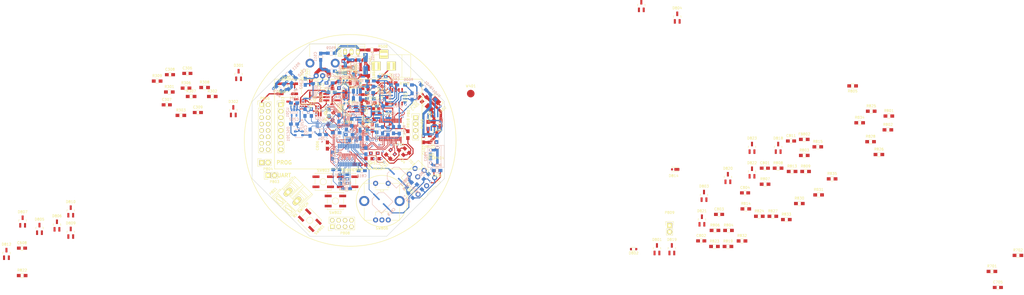
<source format=kicad_pcb>
(kicad_pcb (version 4) (host pcbnew 4.0.4+e1-6308~48~ubuntu14.04.1-stable)
  (layers (0 F.Cu signal) (1 In1.Cu mixed) (2 In2.Cu jumper) (31 B.Cu signal) (34 B.Paste user) (35 F.Paste user) (36 B.SilkS user hide) (37 F.SilkS user hide) (38 B.Mask user hide) (39 F.Mask user hide) (44 Edge.Cuts user))
  (net 0 "")
  (net 1 +Vlogic)
  (net 2 GND)
  (net 3 "/Frequency synthesizer/1,8Vrail")
  (net 4 "Net-(C203-Pad1)")
  (net 5 "Net-(C203-Pad2)")
  (net 6 "Net-(C301-Pad1)")
  (net 7 "Net-(C301-Pad2)")
  (net 8 "Net-(C304-Pad1)")
  (net 9 "Net-(C305-Pad2)")
  (net 10 "Net-(C306-Pad1)")
  (net 11 /CPU/SWR_ADC_A)
  (net 12 /CPU/SWR_ADC_B)
  (net 13 /TX_chain/TX_CHAIN)
  (net 14 "Net-(C310-Pad2)")
  (net 15 "Net-(C311-Pad1)")
  (net 16 /RX_chain/RX_CHAIN)
  (net 17 "Net-(C402-Pad2)")
  (net 18 "Net-(C403-Pad1)")
  (net 19 "Net-(C403-Pad2)")
  (net 20 "Net-(C404-Pad1)")
  (net 21 /TX_chain/TX_BIAS)
  (net 22 "Net-(C503-Pad1)")
  (net 23 "Net-(C504-Pad2)")
  (net 24 "Net-(C505-Pad1)")
  (net 25 "Net-(C506-Pad1)")
  (net 26 "Net-(C506-Pad2)")
  (net 27 "Net-(C507-Pad2)")
  (net 28 "Net-(C508-Pad1)")
  (net 29 "Net-(C510-Pad1)")
  (net 30 /CPU/PA_CURR_ADC)
  (net 31 "Net-(C512-Pad1)")
  (net 32 /RX_chain/RX_BIAS)
  (net 33 "Net-(C602-Pad1)")
  (net 34 "Net-(C603-Pad1)")
  (net 35 "Net-(C604-Pad1)")
  (net 36 "Net-(C605-Pad2)")
  (net 37 "Net-(C606-Pad1)")
  (net 38 /RX_chain/RX_I)
  (net 39 /RX_chain/RX_Q)
  (net 40 "Net-(C607-Pad2)")
  (net 41 "Net-(C705-Pad1)")
  (net 42 /CPU/RX_TX)
  (net 43 "Net-(C804-Pad1)")
  (net 44 "Net-(C808-Pad2)")
  (net 45 "Net-(C811-Pad1)")
  (net 46 "Net-(C811-Pad2)")
  (net 47 "Net-(C816-Pad1)")
  (net 48 "Net-(C816-Pad2)")
  (net 49 "Net-(C818-Pad1)")
  (net 50 "Net-(C819-Pad1)")
  (net 51 "Net-(C819-Pad2)")
  (net 52 "Net-(D302-Pad1)")
  (net 53 "Net-(D302-Pad2)")
  (net 54 "Net-(D303-Pad1)")
  (net 55 "Net-(D303-Pad2)")
  (net 56 "Net-(D305-Pad1)")
  (net 57 "Net-(D501-Pad2)")
  (net 58 "Net-(D802-Pad2)")
  (net 59 "Net-(D805-Pad1)")
  (net 60 /CPU/UI_SW_GRID1)
  (net 61 "Net-(D806-Pad1)")
  (net 62 /CPU/UI_SW_GRID2)
  (net 63 "Net-(D807-Pad1)")
  (net 64 /CPU/UI_SW_GRID3)
  (net 65 /CPU/UI_SW_GRID4)
  (net 66 "Net-(D809-Pad1)")
  (net 67 "Net-(D810-Pad1)")
  (net 68 "Net-(D812-Pad1)")
  (net 69 /CPU/UART_RX)
  (net 70 /CPU/UART_TX)
  (net 71 /CPU/SWDIO)
  (net 72 /CPU/SWCLK)
  (net 73 "Net-(FB801-Pad1)")
  (net 74 "Net-(FB802-Pad2)")
  (net 75 "Net-(FB803-Pad1)")
  (net 76 "Net-(J801-Pad5)")
  (net 77 "Net-(L304-Pad1)")
  (net 78 "Net-(L402-Pad1)")
  (net 79 "Net-(L501-Pad1)")
  (net 80 "Net-(L601-Pad2)")
  (net 81 "Net-(L601-Pad1)")
  (net 82 "Net-(L602-Pad2)")
  (net 83 "Net-(P801-Pad1)")
  (net 84 /CPU/PA11/USB)
  (net 85 /CPU/PA12/USB)
  (net 86 "Net-(P802-Pad4)")
  (net 87 "Net-(P803-Pad1)")
  (net 88 "Net-(P803-Pad2)")
  (net 89 "Net-(P805-Pad2)")
  (net 90 "Net-(P805-Pad4)")
  (net 91 "Net-(P805-Pad5)")
  (net 92 "Net-(P805-Pad6)")
  (net 93 "Net-(P805-Pad7)")
  (net 94 "Net-(P805-Pad8)")
  (net 95 "Net-(P805-Pad9)")
  (net 96 "Net-(P805-Pad10)")
  (net 97 "Net-(P805-Pad11)")
  (net 98 "Net-(P805-Pad12)")
  (net 99 "Net-(P806-Pad3)")
  (net 100 "Net-(P806-Pad5)")
  (net 101 "Net-(P806-Pad6)")
  (net 102 "Net-(P806-Pad7)")
  (net 103 "Net-(P806-Pad8)")
  (net 104 "Net-(P807-Pad1)")
  (net 105 "Net-(P807-Pad3)")
  (net 106 "Net-(P808-Pad2)")
  (net 107 "Net-(P808-Pad4)")
  (net 108 "Net-(P808-Pad6)")
  (net 109 "Net-(P808-Pad8)")
  (net 110 "Net-(P809-Pad1)")
  (net 111 "Net-(Q501-Pad3)")
  (net 112 "Net-(Q502-Pad3)")
  (net 113 "Net-(Q801-Pad2)")
  (net 114 /CPU/I2C1_SDA)
  (net 115 /CPU/I2C1_CLK)
  (net 116 /RX_chain/LO_I)
  (net 117 "Net-(R203-Pad2)")
  (net 118 /RX_chain/LO_Q)
  (net 119 "Net-(R204-Pad2)")
  (net 120 /TX_chain/LO_I)
  (net 121 /TX_chain/LO_Q)
  (net 122 /CPU/CLK_CPU)
  (net 123 "Net-(R207-Pad2)")
  (net 124 "Net-(R401-Pad2)")
  (net 125 "Net-(R403-Pad2)")
  (net 126 /CPU/PA_BIAS)
  (net 127 "Net-(R703-Pad1)")
  (net 128 "Net-(R803-Pad2)")
  (net 129 "Net-(R806-Pad2)")
  (net 130 /CPU/CPURST)
  (net 131 "Net-(R809-Pad2)")
  (net 132 "Net-(R812-Pad2)")
  (net 133 "Net-(R814-Pad1)")
  (net 134 "Net-(R815-Pad1)")
  (net 135 "Net-(R816-Pad1)")
  (net 136 /CPU/I2S_MCLK)
  (net 137 "Net-(R819-Pad1)")
  (net 138 /CPU/PC13)
  (net 139 /CPU/PC15)
  (net 140 /CPU/PH1)
  (net 141 /CPU/PB2)
  (net 142 /CPU/PB3/SWO)
  (net 143 /CPU/PB10)
  (net 144 /CPU/PA2)
  (net 145 /CPU/PA3)
  (net 146 /CPU/PD2)
  (net 147 "Net-(T501-Pad3)")
  (net 148 "Net-(T501-Pad6)")
  (net 149 "Net-(T601-Pad3)")
  (net 150 "Net-(T601-Pad6)")
  (net 151 "Net-(U201-Pad4)")
  (net 152 "Net-(U202-Pad3)")
  (net 153 /TX_chain/TX_I)
  (net 154 /TX_chain/TX_Q)
  (net 155 "Net-(U701-Pad2)")
  (net 156 /CPU/RFBCLK)
  (net 157 /CPU/RFDACDAT)
  (net 158 /CPU/RFLRC)
  (net 159 /CPU/RFADCDAT)
  (net 160 "Net-(U701-Pad12)")
  (net 161 "Net-(U701-Pad13)")
  (net 162 "Net-(U701-Pad17)")
  (net 163 "Net-(U701-Pad18)")
  (net 164 "Net-(U701-Pad26)")
  (net 165 /CPU/AFLRC)
  (net 166 /CPU/AFBCLK)
  (net 167 /CPU/AFADCDAT)
  (net 168 /CPU/AFDACDAT)
  (net 169 "Net-(U802-Pad2)")
  (net 170 "Net-(U802-Pad12)")
  (net 171 "Net-(U802-Pad13)")
  (net 172 "Net-(U802-Pad19)")
  (net 173 "Net-(U802-Pad20)")
  (net 174 "Net-(U802-Pad26)")
  (net 175 "Net-(R512-Pad1)")
  (net 176 "Net-(R513-Pad1)")
  (net 177 /CPU/PC14)
  (net 178 "Net-(C608-Pad1)")
  (net 179 /CPU/VIN_ADC)
  (net 180 "Net-(R704-Pad2)")
  (net 181 "Net-(R705-Pad2)")
  (net 182 "Net-(R818-Pad1)")
  (net 183 "Net-(R819-Pad2)")
  (net 184 Vin_net)
  (module Capacitors_SMD:C_0805_HandSoldering (layer F.Cu) (at 135.255 87.249 90)
    (fp_text reference C806 (at 0 -3.937 90) (layer F.SilkS))
    (fp_text value 100nF)
    (pad 1 smd rect (at -1.25 0 90) (size 1.5 1.25) (layers F.Cu F.Paste F.Mask) (net 1 +Vlogic))
    (pad 2 smd rect (at 1.25 0 90) (size 1.5 1.25) (layers F.Cu F.Paste F.Mask) (net 2 GND))
  )
  (module Air_Coils_SML_NEOSID:Neosid_Air-Coil_SML_5turn_HDM0531A (layer F.Cu) (at 145.288 56.896)
    (fp_text reference L502 (at -2.413 3.302 90) (layer F.SilkS))
    (fp_text value 1µH)
    (pad 1 smd rect (at -1.45 3.45) (size 0.6 1.5) (layers F.Cu F.Paste F.Mask) (net 24 "Net-(C505-Pad1)"))
    (pad 2 smd rect (at 1.45 -3.45) (size 0.6 1.5) (layers F.Cu F.Paste F.Mask) (net 31 "Net-(C512-Pad1)"))
  )
  (module TO_SOT_Packages_SMD:SOT-23-5 (layer B.Cu) (at 122.047 74.168 270)
    (fp_text reference U201 (at -0.05 2.55 270) (layer B.SilkS) (effects (justify mirror)))
    (fp_text value MIC5365)
    (pad 1 smd rect (at -1.1 0.95 270) (size 1.06 0.65) (layers B.Cu B.Paste B.Mask) (net 1 +Vlogic))
    (pad 2 smd rect (at -1.1 0 270) (size 1.06 0.65) (layers B.Cu B.Paste B.Mask) (net 2 GND))
    (pad 3 smd rect (at -1.1 -0.95 270) (size 1.06 0.65) (layers B.Cu B.Paste B.Mask) (net 2 GND))
    (pad 4 smd rect (at 1.1 -0.95 270) (size 1.06 0.65) (layers B.Cu B.Paste B.Mask) (net 151 "Net-(U201-Pad4)"))
    (pad 5 smd rect (at 1.1 0.95 270) (size 1.06 0.65) (layers B.Cu B.Paste B.Mask) (net 3 "/Frequency synthesizer/1,8Vrail"))
  )
  (module Capacitors_SMD:C_0805_HandSoldering (layer B.Cu) (at 122.047 70.358)
    (fp_text reference C201 (at 0 -1.905) (layer B.SilkS) (effects (justify mirror)))
    (fp_text value 100nF)
    (pad 1 smd rect (at -1.25 0) (size 1.5 1.25) (layers B.Cu B.Paste B.Mask) (net 1 +Vlogic))
    (pad 2 smd rect (at 1.25 0) (size 1.5 1.25) (layers B.Cu B.Paste B.Mask) (net 2 GND))
  )
  (module Capacitors_SMD:C_0805_HandSoldering (layer B.Cu) (at 122.047 78.74)
    (fp_text reference C202 (at 0 -1.905) (layer B.SilkS) (effects (justify mirror)))
    (fp_text value 100nF)
    (pad 1 smd rect (at -1.25 0) (size 1.5 1.25) (layers B.Cu B.Paste B.Mask) (net 3 "/Frequency synthesizer/1,8Vrail"))
    (pad 2 smd rect (at 1.25 0) (size 1.5 1.25) (layers B.Cu B.Paste B.Mask) (net 2 GND))
  )
  (module Capacitors_SMD:C_0805_HandSoldering (layer B.Cu) (at 128.397 82.169 270)
    (fp_text reference C203 (at -1.016 1.778 270) (layer B.SilkS) (effects (justify mirror)))
    (fp_text value 1nF)
    (pad 1 smd rect (at -1.25 0 270) (size 1.5 1.25) (layers B.Cu B.Paste B.Mask) (net 4 "Net-(C203-Pad1)"))
    (pad 2 smd rect (at 1.25 0 270) (size 1.5 1.25) (layers B.Cu B.Paste B.Mask) (net 5 "Net-(C203-Pad2)"))
  )
  (module Capacitors_SMD:C_0805_HandSoldering (layer B.Cu) (at 133.477 82.931)
    (fp_text reference C204 (at 0 1.651) (layer B.SilkS) (effects (justify mirror)))
    (fp_text value 100nF)
    (pad 1 smd rect (at -1.25 0) (size 1.5 1.25) (layers B.Cu B.Paste B.Mask) (net 1 +Vlogic))
    (pad 2 smd rect (at 1.25 0) (size 1.5 1.25) (layers B.Cu B.Paste B.Mask) (net 2 GND))
  )
  (module Capacitors_SMD:C_0805_HandSoldering (layer B.Cu) (at 139.827 76.454 270)
    (fp_text reference C205 (at 0 2.1 270) (layer B.SilkS) (effects (justify mirror)))
    (fp_text value 100nF)
    (pad 1 smd rect (at -1.25 0 270) (size 1.5 1.25) (layers B.Cu B.Paste B.Mask) (net 1 +Vlogic))
    (pad 2 smd rect (at 1.25 0 270) (size 1.5 1.25) (layers B.Cu B.Paste B.Mask) (net 2 GND))
  )
  (module Capacitors_SMD:C_0805_HandSoldering (layer B.Cu) (at 130.81 62.738)
    (fp_text reference C301 (at 0 1.651) (layer B.SilkS) (effects (justify mirror)))
    (fp_text value 1nF)
    (pad 1 smd rect (at -1.25 0) (size 1.5 1.25) (layers B.Cu B.Paste B.Mask) (net 6 "Net-(C301-Pad1)"))
    (pad 2 smd rect (at 1.25 0) (size 1.5 1.25) (layers B.Cu B.Paste B.Mask) (net 7 "Net-(C301-Pad2)"))
  )
  (module Capacitors_SMD:C_0805_HandSoldering (layer B.Cu) (at 126.492 61.976 90)
    (fp_text reference C302 (at -1.016 -1.651 90) (layer B.SilkS) (effects (justify mirror)))
    (fp_text value 1nF)
    (pad 1 smd rect (at -1.25 0 90) (size 1.5 1.25) (layers B.Cu B.Paste B.Mask) (net 6 "Net-(C301-Pad1)"))
    (pad 2 smd rect (at 1.25 0 90) (size 1.5 1.25) (layers B.Cu B.Paste B.Mask) (net 2 GND))
  )
  (module Capacitors_SMD:C_0805_HandSoldering (layer B.Cu) (at 136.144 62.484 180)
    (fp_text reference C304 (at 0 -1.905 180) (layer B.SilkS) (effects (justify mirror)))
    (fp_text value 1nF)
    (pad 1 smd rect (at -1.25 0 180) (size 1.5 1.25) (layers B.Cu B.Paste B.Mask) (net 8 "Net-(C304-Pad1)"))
    (pad 2 smd rect (at 1.25 0 180) (size 1.5 1.25) (layers B.Cu B.Paste B.Mask) (net 2 GND))
  )
  (module Capacitors_SMD:C_0805_HandSoldering (layer B.Cu) (at 136.906 66.167)
    (fp_text reference C305 (at -0.508 1.905) (layer B.SilkS) (effects (justify mirror)))
    (fp_text value 1nF)
    (pad 1 smd rect (at -1.25 0) (size 1.5 1.25) (layers B.Cu B.Paste B.Mask) (net 8 "Net-(C304-Pad1)"))
    (pad 2 smd rect (at 1.25 0) (size 1.5 1.25) (layers B.Cu B.Paste B.Mask) (net 9 "Net-(C305-Pad2)"))
  )
  (module Capacitors_SMD:C_0805_HandSoldering (layer F.Cu) (at 79.776 58.674)
    (fp_text reference C306 (at 0 -2.1) (layer F.SilkS))
    (fp_text value 100nF)
    (pad 1 smd rect (at -1.25 0) (size 1.5 1.25) (layers F.Cu F.Paste F.Mask) (net 10 "Net-(C306-Pad1)"))
    (pad 2 smd rect (at 1.25 0) (size 1.5 1.25) (layers F.Cu F.Paste F.Mask) (net 2 GND))
  )
  (module Capacitors_SMD:C_0805_HandSoldering (layer F.Cu) (at 71.628 71.12)
    (fp_text reference C307 (at 0 -2.1) (layer F.SilkS))
    (fp_text value 1nF)
    (pad 1 smd rect (at -1.25 0) (size 1.5 1.25) (layers F.Cu F.Paste F.Mask) (net 11 /CPU/SWR_ADC_A))
    (pad 2 smd rect (at 1.25 0) (size 1.5 1.25) (layers F.Cu F.Paste F.Mask) (net 2 GND))
  )
  (module Capacitors_SMD:C_0805_HandSoldering (layer F.Cu) (at 72.898 59.182)
    (fp_text reference C308 (at 0 -2.1) (layer F.SilkS))
    (fp_text value 1nF)
    (pad 1 smd rect (at -1.25 0) (size 1.5 1.25) (layers F.Cu F.Paste F.Mask) (net 12 /CPU/SWR_ADC_B))
    (pad 2 smd rect (at 1.25 0) (size 1.5 1.25) (layers F.Cu F.Paste F.Mask) (net 2 GND))
  )
  (module Capacitors_SMD:C_0805_HandSoldering (layer F.Cu) (at 83.947 74.168)
    (fp_text reference C309 (at 0 -2.1) (layer F.SilkS))
    (fp_text value 100nF)
    (pad 1 smd rect (at -1.25 0) (size 1.5 1.25) (layers F.Cu F.Paste F.Mask) (net 10 "Net-(C306-Pad1)"))
    (pad 2 smd rect (at 1.25 0) (size 1.5 1.25) (layers F.Cu F.Paste F.Mask) (net 2 GND))
  )
  (module Capacitors_SMD:C_0805_HandSoldering (layer F.Cu) (at 138.557 64.643)
    (fp_text reference C310 (at -4.191 0.127) (layer F.SilkS))
    (fp_text value 10nF)
    (pad 1 smd rect (at -1.25 0) (size 1.5 1.25) (layers F.Cu F.Paste F.Mask) (net 13 /TX_chain/TX_CHAIN))
    (pad 2 smd rect (at 1.25 0) (size 1.5 1.25) (layers F.Cu F.Paste F.Mask) (net 14 "Net-(C310-Pad2)"))
  )
  (module Capacitors_SMD:C_0805_HandSoldering (layer B.Cu) (at 157.099 59.944)
    (fp_text reference C311 (at 4.953 -0.508) (layer B.SilkS) (effects (justify mirror)))
    (fp_text value 330pF)
    (pad 1 smd rect (at -1.25 0) (size 1.5 1.25) (layers B.Cu B.Paste B.Mask) (net 15 "Net-(C311-Pad1)"))
    (pad 2 smd rect (at 1.25 0) (size 1.5 1.25) (layers B.Cu B.Paste B.Mask) (net 16 /RX_chain/RX_CHAIN))
  )
  (module Capacitors_SMD:C_0805_HandSoldering (layer F.Cu) (at 150.368 53.467 90)
    (fp_text reference C401 (at 0.127 1.905 90) (layer F.SilkS))
    (fp_text value 10µF)
    (pad 1 smd rect (at -1.25 0 90) (size 1.5 1.25) (layers F.Cu F.Paste F.Mask) (net 184 Vin_net))
    (pad 2 smd rect (at 1.25 0 90) (size 1.5 1.25) (layers F.Cu F.Paste F.Mask) (net 2 GND))
  )
  (module Capacitors_SMD:C_0805_HandSoldering (layer F.Cu) (at 173.228 84.709 90)
    (fp_text reference C402 (at -4.318 0.254 90) (layer F.SilkS))
    (fp_text value 10µF)
    (pad 1 smd rect (at -1.25 0 90) (size 1.5 1.25) (layers F.Cu F.Paste F.Mask) (net 2 GND))
    (pad 2 smd rect (at 1.25 0 90) (size 1.5 1.25) (layers F.Cu F.Paste F.Mask) (net 17 "Net-(C402-Pad2)"))
  )
  (module Capacitors_SMD:C_0805_HandSoldering (layer B.Cu) (at 178.562 84.582 270)
    (fp_text reference C403 (at 0 2.1 270) (layer B.SilkS) (effects (justify mirror)))
    (fp_text value 6n8)
    (pad 1 smd rect (at -1.25 0 270) (size 1.5 1.25) (layers B.Cu B.Paste B.Mask) (net 18 "Net-(C403-Pad1)"))
    (pad 2 smd rect (at 1.25 0 270) (size 1.5 1.25) (layers B.Cu B.Paste B.Mask) (net 19 "Net-(C403-Pad2)"))
  )
  (module Capacitors_SMD:C_0805_HandSoldering (layer F.Cu) (at 178.816 79.375)
    (fp_text reference C404 (at -0.127 1.905 180) (layer F.SilkS))
    (fp_text value 10µF)
    (pad 1 smd rect (at -1.25 0) (size 1.5 1.25) (layers F.Cu F.Paste F.Mask) (net 20 "Net-(C404-Pad1)"))
    (pad 2 smd rect (at 1.25 0) (size 1.5 1.25) (layers F.Cu F.Paste F.Mask) (net 2 GND))
  )
  (module Capacitors_SMD:C_0805_HandSoldering (layer F.Cu) (at 173.609 68.961 225)
    (fp_text reference C405 (at 4.579931 0.449013 225) (layer F.SilkS))
    (fp_text value 10µF)
    (pad 1 smd rect (at -1.25 0 225) (size 1.5 1.25) (layers F.Cu F.Paste F.Mask) (net 1 +Vlogic))
    (pad 2 smd rect (at 1.25 0 225) (size 1.5 1.25) (layers F.Cu F.Paste F.Mask) (net 2 GND))
  )
  (module dodekaedri:CAP_6.3x5.8mm (layer F.Cu) (at 128.27 64.77 180)
    (fp_text reference C501 (at 3.048 5.969 270) (layer F.SilkS))
    (fp_text value 220µF)
    (pad 1 smd rect (at 0 -2.7 180) (size 0.6 3.4) (layers F.Cu F.Paste F.Mask) (net 21 /TX_chain/TX_BIAS))
    (pad 2 smd rect (at 0 2.7 180) (size 0.6 3.4) (layers F.Cu F.Paste F.Mask) (net 2 GND))
  )
  (module Capacitors_SMD:C_0805_HandSoldering (layer F.Cu) (at 132.588 68.072 90)
    (fp_text reference C502 (at -1.524 -2.413 90) (layer F.SilkS))
    (fp_text value 100nF)
    (pad 1 smd rect (at -1.25 0 90) (size 1.5 1.25) (layers F.Cu F.Paste F.Mask) (net 21 /TX_chain/TX_BIAS))
    (pad 2 smd rect (at 1.25 0 90) (size 1.5 1.25) (layers F.Cu F.Paste F.Mask) (net 2 GND))
  )
  (module Capacitors_SMD:C_0805_HandSoldering (layer F.Cu) (at 152.4 76.835)
    (fp_text reference C503 (at -2.921 0.635 90) (layer F.SilkS))
    (fp_text value 330pF)
    (pad 1 smd rect (at -1.25 0) (size 1.5 1.25) (layers F.Cu F.Paste F.Mask) (net 22 "Net-(C503-Pad1)"))
    (pad 2 smd rect (at 1.25 0) (size 1.5 1.25) (layers F.Cu F.Paste F.Mask) (net 2 GND))
  )
  (module Capacitors_SMD:C_0805_HandSoldering (layer F.Cu) (at 149.098 73.152 90)
    (fp_text reference C504 (at 0.127 1.524 90) (layer F.SilkS))
    (fp_text value 10nF)
    (pad 1 smd rect (at -1.25 0 90) (size 1.5 1.25) (layers F.Cu F.Paste F.Mask) (net 22 "Net-(C503-Pad1)"))
    (pad 2 smd rect (at 1.25 0 90) (size 1.5 1.25) (layers F.Cu F.Paste F.Mask) (net 23 "Net-(C504-Pad2)"))
  )
  (module Capacitors_SMD:C_0805_HandSoldering (layer F.Cu) (at 156.083 62.992 135)
    (fp_text reference C505 (at -3.951313 0 135) (layer F.SilkS))
    (fp_text value 100nF)
    (pad 1 smd rect (at -1.25 0 135) (size 1.5 1.25) (layers F.Cu F.Paste F.Mask) (net 24 "Net-(C505-Pad1)"))
    (pad 2 smd rect (at 1.25 0 135) (size 1.5 1.25) (layers F.Cu F.Paste F.Mask) (net 2 GND))
  )
  (module Capacitors_SMD:C_0805_HandSoldering (layer B.Cu) (at 145.542 57.785 90)
    (fp_text reference C506 (at 0.381 -1.651 90) (layer B.SilkS) (effects (justify mirror)))
    (fp_text value 10nF)
    (pad 1 smd rect (at -1.25 0 90) (size 1.5 1.25) (layers B.Cu B.Paste B.Mask) (net 25 "Net-(C506-Pad1)"))
    (pad 2 smd rect (at 1.25 0 90) (size 1.5 1.25) (layers B.Cu B.Paste B.Mask) (net 26 "Net-(C506-Pad2)"))
  )
  (module Capacitors_SMD:C_0805_HandSoldering (layer F.Cu) (at 141.478 54.991 90)
    (fp_text reference C507 (at -5.207 0.254 270) (layer F.SilkS))
    (fp_text value 10nF)
    (pad 1 smd rect (at -1.25 0 90) (size 1.5 1.25) (layers F.Cu F.Paste F.Mask) (net 26 "Net-(C506-Pad2)"))
    (pad 2 smd rect (at 1.25 0 90) (size 1.5 1.25) (layers F.Cu F.Paste F.Mask) (net 27 "Net-(C507-Pad2)"))
  )
  (module Capacitors_SMD:C_0805_HandSoldering (layer B.Cu) (at 136.906 57.785 180)
    (fp_text reference C508 (at 0.762 -1.778 180) (layer B.SilkS) (effects (justify mirror)))
    (fp_text value 10nF)
    (pad 1 smd rect (at -1.25 0 180) (size 1.5 1.25) (layers B.Cu B.Paste B.Mask) (net 28 "Net-(C508-Pad1)"))
    (pad 2 smd rect (at 1.25 0 180) (size 1.5 1.25) (layers B.Cu B.Paste B.Mask) (net 2 GND))
  )
  (module Capacitors_SMD:C_0805_HandSoldering (layer F.Cu) (at 148.463 58.293 90)
    (fp_text reference C509 (at -4.191 0 270) (layer F.SilkS))
    (fp_text value 100nF)
    (pad 1 smd rect (at -1.25 0 90) (size 1.5 1.25) (layers F.Cu F.Paste F.Mask) (net 24 "Net-(C505-Pad1)"))
    (pad 2 smd rect (at 1.25 0 90) (size 1.5 1.25) (layers F.Cu F.Paste F.Mask) (net 2 GND))
  )
  (module Capacitors_SMD:C_0805_HandSoldering (layer B.Cu) (at 121.92 61.595 45)
    (fp_text reference C510 (at 4.572 0 45) (layer B.SilkS) (effects (justify mirror)))
    (fp_text value 10nF)
    (pad 1 smd rect (at -1.25 0 45) (size 1.5 1.25) (layers B.Cu B.Paste B.Mask) (net 29 "Net-(C510-Pad1)"))
    (pad 2 smd rect (at 1.25 0 45) (size 1.5 1.25) (layers B.Cu B.Paste B.Mask) (net 2 GND))
  )
  (module Capacitors_SMD:C_0805_HandSoldering (layer B.Cu) (at 132.588 52.07 270)
    (fp_text reference C511 (at 0 2.1 270) (layer B.SilkS) (effects (justify mirror)))
    (fp_text value 10nF)
    (pad 1 smd rect (at -1.25 0 270) (size 1.5 1.25) (layers B.Cu B.Paste B.Mask) (net 30 /CPU/PA_CURR_ADC))
    (pad 2 smd rect (at 1.25 0 270) (size 1.5 1.25) (layers B.Cu B.Paste B.Mask) (net 2 GND))
  )
  (module Capacitors_SMD:C_0805_HandSoldering (layer B.Cu) (at 146.431 53.34)
    (fp_text reference C512 (at -0.254 1.905) (layer B.SilkS) (effects (justify mirror)))
    (fp_text value 330pF)
    (pad 1 smd rect (at -1.25 0) (size 1.5 1.25) (layers B.Cu B.Paste B.Mask) (net 31 "Net-(C512-Pad1)"))
    (pad 2 smd rect (at 1.25 0) (size 1.5 1.25) (layers B.Cu B.Paste B.Mask) (net 2 GND))
  )
  (module Capacitors_SMD:C_0805_HandSoldering (layer F.Cu) (at 136.144 62.484 180)
    (fp_text reference C513 (at 4.064 -0.635 180) (layer F.SilkS))
    (fp_text value 1nF)
    (pad 1 smd rect (at -1.25 0 180) (size 1.5 1.25) (layers F.Cu F.Paste F.Mask) (net 13 /TX_chain/TX_CHAIN))
    (pad 2 smd rect (at 1.25 0 180) (size 1.5 1.25) (layers F.Cu F.Paste F.Mask) (net 2 GND))
  )
  (module Capacitors_SMD:C_0805_HandSoldering (layer B.Cu) (at 156.083 71.628 180)
    (fp_text reference C601 (at 0 2.1 180) (layer B.SilkS) (effects (justify mirror)))
    (fp_text value 100nF)
    (pad 1 smd rect (at -1.25 0 180) (size 1.5 1.25) (layers B.Cu B.Paste B.Mask) (net 32 /RX_chain/RX_BIAS))
    (pad 2 smd rect (at 1.25 0 180) (size 1.5 1.25) (layers B.Cu B.Paste B.Mask) (net 2 GND))
  )
  (module Capacitors_SMD:C_0805_HandSoldering (layer B.Cu) (at 152.146 66.294 180)
    (fp_text reference C602 (at -4.699 0 180) (layer B.SilkS) (effects (justify mirror)))
    (fp_text value 68nF)
    (pad 1 smd rect (at -1.25 0 180) (size 1.5 1.25) (layers B.Cu B.Paste B.Mask) (net 33 "Net-(C602-Pad1)"))
    (pad 2 smd rect (at 1.25 0 180) (size 1.5 1.25) (layers B.Cu B.Paste B.Mask) (net 32 /RX_chain/RX_BIAS))
  )
  (module Capacitors_SMD:C_0805_HandSoldering (layer B.Cu) (at 157.099 81.153 270)
    (fp_text reference C603 (at 4.191 0.127 270) (layer B.SilkS) (effects (justify mirror)))
    (fp_text value 68nF)
    (pad 1 smd rect (at -1.25 0 270) (size 1.5 1.25) (layers B.Cu B.Paste B.Mask) (net 34 "Net-(C603-Pad1)"))
    (pad 2 smd rect (at 1.25 0 270) (size 1.5 1.25) (layers B.Cu B.Paste B.Mask) (net 32 /RX_chain/RX_BIAS))
  )
  (module Capacitors_SMD:C_0805_HandSoldering (layer B.Cu) (at 152.273 63.881)
    (fp_text reference C604 (at 4.445 0.127) (layer B.SilkS) (effects (justify mirror)))
    (fp_text value 68nF)
    (pad 1 smd rect (at -1.25 0) (size 1.5 1.25) (layers B.Cu B.Paste B.Mask) (net 35 "Net-(C604-Pad1)"))
    (pad 2 smd rect (at 1.25 0) (size 1.5 1.25) (layers B.Cu B.Paste B.Mask) (net 32 /RX_chain/RX_BIAS))
  )
  (module Capacitors_SMD:C_0805_HandSoldering (layer B.Cu) (at 161.417 81.153 270)
    (fp_text reference C605 (at 4.318 0.127 270) (layer B.SilkS) (effects (justify mirror)))
    (fp_text value 68nF)
    (pad 1 smd rect (at -1.25 0 270) (size 1.5 1.25) (layers B.Cu B.Paste B.Mask) (net 32 /RX_chain/RX_BIAS))
    (pad 2 smd rect (at 1.25 0 270) (size 1.5 1.25) (layers B.Cu B.Paste B.Mask) (net 36 "Net-(C605-Pad2)"))
  )
  (module Capacitors_SMD:C_0805_HandSoldering (layer B.Cu) (at 161.671 63.246)
    (fp_text reference C606 (at 0.254 -2.286) (layer B.SilkS) (effects (justify mirror)))
    (fp_text value 1nF)
    (pad 1 smd rect (at -1.25 0) (size 1.5 1.25) (layers B.Cu B.Paste B.Mask) (net 37 "Net-(C606-Pad1)"))
    (pad 2 smd rect (at 1.25 0) (size 1.5 1.25) (layers B.Cu B.Paste B.Mask) (net 38 /RX_chain/RX_I))
  )
  (module Capacitors_SMD:C_0805_HandSoldering (layer B.Cu) (at 168.783 67.818 90)
    (fp_text reference C607 (at 0 2.1 90) (layer B.SilkS) (effects (justify mirror)))
    (fp_text value 1nF)
    (pad 1 smd rect (at -1.25 0 90) (size 1.5 1.25) (layers B.Cu B.Paste B.Mask) (net 39 /RX_chain/RX_Q))
    (pad 2 smd rect (at 1.25 0 90) (size 1.5 1.25) (layers B.Cu B.Paste B.Mask) (net 40 "Net-(C607-Pad2)"))
  )
  (module Capacitors_SMD:C_0805_HandSoldering (layer F.Cu) (at 153.035 80.137 90)
    (fp_text reference C701 (at 0 -2.1 90) (layer F.SilkS))
    (fp_text value 10µF)
    (pad 1 smd rect (at -1.25 0 90) (size 1.5 1.25) (layers F.Cu F.Paste F.Mask) (net 1 +Vlogic))
    (pad 2 smd rect (at 1.25 0 90) (size 1.5 1.25) (layers F.Cu F.Paste F.Mask) (net 2 GND))
  )
  (module Capacitors_SMD:C_0805_HandSoldering (layer F.Cu) (at 154.686 74.676)
    (fp_text reference C702 (at 4.191 0.127) (layer F.SilkS))
    (fp_text value 10µF)
    (pad 1 smd rect (at -1.25 0) (size 1.5 1.25) (layers F.Cu F.Paste F.Mask) (net 2 GND))
    (pad 2 smd rect (at 1.25 0) (size 1.5 1.25) (layers F.Cu F.Paste F.Mask) (net 1 +Vlogic))
  )
  (module Capacitors_SMD:C_0805_HandSoldering (layer F.Cu) (at 166.751 89.281 135)
    (fp_text reference C703 (at -4.130918 -1.975656 135) (layer F.SilkS))
    (fp_text value 10µF)
    (pad 1 smd rect (at -1.25 0 135) (size 1.5 1.25) (layers F.Cu F.Paste F.Mask) (net 1 +Vlogic))
    (pad 2 smd rect (at 1.25 0 135) (size 1.5 1.25) (layers F.Cu F.Paste F.Mask) (net 2 GND))
  )
  (module Capacitors_SMD:C_0805_HandSoldering (layer F.Cu) (at 164.465 90.043 135)
    (fp_text reference C704 (at -2.065459 -1.885854 135) (layer F.SilkS))
    (fp_text value 10µF)
    (pad 1 smd rect (at -1.25 0 135) (size 1.5 1.25) (layers F.Cu F.Paste F.Mask) (net 1 +Vlogic))
    (pad 2 smd rect (at 1.25 0 135) (size 1.5 1.25) (layers F.Cu F.Paste F.Mask) (net 2 GND))
  )
  (module Capacitors_SMD:C_0805_HandSoldering (layer F.Cu) (at 400.810002 143.459999)
    (fp_text reference C705 (at 0 -2.1) (layer F.SilkS))
    (fp_text value 10µF)
    (pad 1 smd rect (at -1.25 0) (size 1.5 1.25) (layers F.Cu F.Paste F.Mask) (net 41 "Net-(C705-Pad1)"))
    (pad 2 smd rect (at 1.25 0) (size 1.5 1.25) (layers F.Cu F.Paste F.Mask) (net 2 GND))
  )
  (module Capacitors_SMD:C_0805_HandSoldering (layer F.Cu) (at 308.510002 96.219999)
    (fp_text reference C801 (at 0 -2.1) (layer F.SilkS))
    (fp_text value 100nF)
    (pad 1 smd rect (at -1.25 0) (size 1.5 1.25) (layers F.Cu F.Paste F.Mask) (net 2 GND))
    (pad 2 smd rect (at 1.25 0) (size 1.5 1.25) (layers F.Cu F.Paste F.Mask) (net 1 +Vlogic))
  )
  (module Capacitors_SMD:C_0805_HandSoldering (layer F.Cu) (at 283.310002 125.009999)
    (fp_text reference C802 (at 0 -2.1) (layer F.SilkS))
    (fp_text value 1nF)
    (pad 1 smd rect (at -1.25 0) (size 1.5 1.25) (layers F.Cu F.Paste F.Mask) (net 42 /CPU/RX_TX))
    (pad 2 smd rect (at 1.25 0) (size 1.5 1.25) (layers F.Cu F.Paste F.Mask) (net 2 GND))
  )
  (module Capacitors_SMD:C_0805_HandSoldering (layer F.Cu) (at 290.380002 114.519999)
    (fp_text reference C803 (at 0 -2.1) (layer F.SilkS))
    (fp_text value 10µF)
    (pad 1 smd rect (at -1.25 0) (size 1.5 1.25) (layers F.Cu F.Paste F.Mask) (net 2 GND))
    (pad 2 smd rect (at 1.25 0) (size 1.5 1.25) (layers F.Cu F.Paste F.Mask) (net 1 +Vlogic))
  )
  (module Capacitors_SMD:C_0805_HandSoldering (layer F.Cu) (at 300.680002 105.989999)
    (fp_text reference C804 (at 0 -2.1) (layer F.SilkS))
    (fp_text value 1n)
    (pad 1 smd rect (at -1.25 0) (size 1.5 1.25) (layers F.Cu F.Paste F.Mask) (net 43 "Net-(C804-Pad1)"))
    (pad 2 smd rect (at 1.25 0) (size 1.5 1.25) (layers F.Cu F.Paste F.Mask) (net 2 GND))
  )
  (module Capacitors_SMD:C_0805_HandSoldering (layer F.Cu) (at 136.398 78.105 45)
    (fp_text reference C805 (at 0 -2.1 45) (layer F.SilkS))
    (fp_text value 100nF)
    (pad 1 smd rect (at -1.25 0 45) (size 1.5 1.25) (layers F.Cu F.Paste F.Mask) (net 1 +Vlogic))
    (pad 2 smd rect (at 1.25 0 45) (size 1.5 1.25) (layers F.Cu F.Paste F.Mask) (net 2 GND))
  )
  (module Capacitors_SMD:C_0805_HandSoldering (layer F.Cu) (at 136.779 75.057 45)
    (fp_text reference C807 (at 0 -2.1 45) (layer F.SilkS))
    (fp_text value 100nF)
    (pad 1 smd rect (at -1.25 0 45) (size 1.5 1.25) (layers F.Cu F.Paste F.Mask) (net 2 GND))
    (pad 2 smd rect (at 1.25 0 45) (size 1.5 1.25) (layers F.Cu F.Paste F.Mask) (net 1 +Vlogic))
  )
  (module Capacitors_SMD:C_0805_HandSoldering (layer F.Cu) (at 147.193 94.742 180)
    (fp_text reference C808 (at 0 -2.1 180) (layer F.SilkS))
    (fp_text value 10µF)
    (pad 1 smd rect (at -1.25 0 180) (size 1.5 1.25) (layers F.Cu F.Paste F.Mask) (net 2 GND))
    (pad 2 smd rect (at 1.25 0 180) (size 1.5 1.25) (layers F.Cu F.Paste F.Mask) (net 44 "Net-(C808-Pad2)"))
  )
  (module Capacitors_SMD:C_0805_HandSoldering (layer F.Cu) (at 150.495 93.599 270)
    (fp_text reference C809 (at 1.397 -1.524 270) (layer F.SilkS))
    (fp_text value 100nF)
    (pad 1 smd rect (at -1.25 0 270) (size 1.5 1.25) (layers F.Cu F.Paste F.Mask) (net 1 +Vlogic))
    (pad 2 smd rect (at 1.25 0 270) (size 1.5 1.25) (layers F.Cu F.Paste F.Mask) (net 2 GND))
  )
  (module Capacitors_SMD:C_0805_HandSoldering (layer F.Cu) (at 150.241 79.121 315)
    (fp_text reference C810 (at 0 -2.1 315) (layer F.SilkS))
    (fp_text value 100nF)
    (pad 1 smd rect (at -1.25 0 315) (size 1.5 1.25) (layers F.Cu F.Paste F.Mask) (net 1 +Vlogic))
    (pad 2 smd rect (at 1.25 0 315) (size 1.5 1.25) (layers F.Cu F.Paste F.Mask) (net 2 GND))
  )
  (module Capacitors_SMD:C_0805_HandSoldering (layer F.Cu) (at 318.880002 85.449999)
    (fp_text reference C811 (at 0 -2.1) (layer F.SilkS))
    (fp_text value 10µF)
    (pad 1 smd rect (at -1.25 0) (size 1.5 1.25) (layers F.Cu F.Paste F.Mask) (net 45 "Net-(C811-Pad1)"))
    (pad 2 smd rect (at 1.25 0) (size 1.5 1.25) (layers F.Cu F.Paste F.Mask) (net 46 "Net-(C811-Pad2)"))
  )
  (module Capacitors_SMD:C_0805_HandSoldering (layer B.Cu) (at 137.287 91.186 270)
    (fp_text reference C812 (at 0 -3.048 270) (layer B.SilkS) (effects (justify mirror)))
    (fp_text value 10µF)
    (pad 1 smd rect (at -1.25 0 270) (size 1.5 1.25) (layers B.Cu B.Paste B.Mask) (net 1 +Vlogic))
    (pad 2 smd rect (at 1.25 0 270) (size 1.5 1.25) (layers B.Cu B.Paste B.Mask) (net 2 GND))
  )
  (module Capacitors_SMD:C_0805_HandSoldering (layer B.Cu) (at 138.811 96.774)
    (fp_text reference C813 (at 0 2.1) (layer B.SilkS) (effects (justify mirror)))
    (fp_text value 10µF)
    (pad 1 smd rect (at -1.25 0) (size 1.5 1.25) (layers B.Cu B.Paste B.Mask) (net 2 GND))
    (pad 2 smd rect (at 1.25 0) (size 1.5 1.25) (layers B.Cu B.Paste B.Mask) (net 1 +Vlogic))
  )
  (module Capacitors_SMD:C_0805_HandSoldering (layer B.Cu) (at 150.495 89.408 270)
    (fp_text reference C814 (at -1.905 1.905 270) (layer B.SilkS) (effects (justify mirror)))
    (fp_text value 10µF)
    (pad 1 smd rect (at -1.25 0 270) (size 1.5 1.25) (layers B.Cu B.Paste B.Mask) (net 1 +Vlogic))
    (pad 2 smd rect (at 1.25 0 270) (size 1.5 1.25) (layers B.Cu B.Paste B.Mask) (net 2 GND))
  )
  (module Capacitors_SMD:C_0805_HandSoldering (layer B.Cu) (at 145.415 85.217)
    (fp_text reference C815 (at -4.953 0.127) (layer B.SilkS) (effects (justify mirror)))
    (fp_text value 10µF)
    (pad 1 smd rect (at -1.25 0) (size 1.5 1.25) (layers B.Cu B.Paste B.Mask) (net 1 +Vlogic))
    (pad 2 smd rect (at 1.25 0) (size 1.5 1.25) (layers B.Cu B.Paste B.Mask) (net 2 GND))
  )
  (module dodekaedri:CAP_6.3x5.8mm (layer B.Cu) (at 162.56 99.441 225)
    (fp_text reference C816 (at 0 -5.715 225) (layer B.SilkS) (effects (justify mirror)))
    (fp_text value 220µF)
    (pad 1 smd rect (at 0 2.7 225) (size 0.6 3.4) (layers B.Cu B.Paste B.Mask) (net 47 "Net-(C816-Pad1)"))
    (pad 2 smd rect (at 0 -2.7 225) (size 0.6 3.4) (layers B.Cu B.Paste B.Mask) (net 48 "Net-(C816-Pad2)"))
  )
  (module Capacitors_SMD:C_0805_HandSoldering (layer B.Cu) (at 168.148 107.061 315)
    (fp_text reference C817 (at 0 2.1 315) (layer B.SilkS) (effects (justify mirror)))
    (fp_text value 1nF)
    (pad 1 smd rect (at -1.25 0 315) (size 1.5 1.25) (layers B.Cu B.Paste B.Mask) (net 48 "Net-(C816-Pad2)"))
    (pad 2 smd rect (at 1.25 0 315) (size 1.5 1.25) (layers B.Cu B.Paste B.Mask) (net 2 GND))
  )
  (module Capacitors_SMD:C_0805_HandSoldering (layer B.Cu) (at 148.844 97.155)
    (fp_text reference C818 (at 0 2.1) (layer B.SilkS) (effects (justify mirror)))
    (fp_text value 10µF)
    (pad 1 smd rect (at -1.25 0) (size 1.5 1.25) (layers B.Cu B.Paste B.Mask) (net 49 "Net-(C818-Pad1)"))
    (pad 2 smd rect (at 1.25 0) (size 1.5 1.25) (layers B.Cu B.Paste B.Mask) (net 2 GND))
  )
  (module dodekaedri:CAP_6.3x5.8mm (layer B.Cu) (at 156.591 109.474 225)
    (fp_text reference C819 (at 0 -5.715 225) (layer B.SilkS) (effects (justify mirror)))
    (fp_text value 220µF)
    (pad 1 smd rect (at 0 2.7 225) (size 0.6 3.4) (layers B.Cu B.Paste B.Mask) (net 50 "Net-(C819-Pad1)"))
    (pad 2 smd rect (at 0 -2.7 225) (size 0.6 3.4) (layers B.Cu B.Paste B.Mask) (net 51 "Net-(C819-Pad2)"))
  )
  (module Capacitors_SMD:C_0805_HandSoldering (layer F.Cu) (at 178.689 97.155 180)
    (fp_text reference C820 (at 0 -2.1 180) (layer F.SilkS))
    (fp_text value 1nF)
    (pad 1 smd rect (at -1.25 0 180) (size 1.5 1.25) (layers F.Cu F.Paste F.Mask) (net 51 "Net-(C819-Pad2)"))
    (pad 2 smd rect (at 1.25 0 180) (size 1.5 1.25) (layers F.Cu F.Paste F.Mask) (net 2 GND))
  )
  (module Connect:BARREL_JACK (layer F.Cu) (at 160.782 55.753 180)
    (fp_text reference CON401 (at 2.286 -3.429 360) (layer F.SilkS))
    (fp_text value BARREL_JACK)
    (pad 1 thru_hole rect (at 6.20014 0 180) (size 3.50012 3.50012) (drill oval 1.00076 2.99974) (layers *.Cu *.Mask F.SilkS) (net 184 Vin_net))
    (pad 2 thru_hole rect (at 0.20066 0 180) (size 3.50012 3.50012) (drill oval 1.00076 2.99974) (layers *.Cu *.Mask F.SilkS) (net 2 GND))
    (pad 3 thru_hole rect (at 3.2004 4.699 180) (size 3.50012 3.50012) (drill oval 2.99974 1.00076) (layers *.Cu *.Mask F.SilkS) (net 2 GND))
  )
  (module Diodes_SMD:SOD-523 (layer F.Cu) (at 145.796 59.944 180)
    (fp_text reference D304 (at 0 -1.5 180) (layer F.SilkS))
    (fp_text value BAP65-02)
    (pad 2 smd rect (at -0.7 0 180) (size 0.6 0.7) (layers F.Cu F.Paste F.Mask) (net 15 "Net-(C311-Pad1)"))
    (pad 1 smd rect (at 0.7 0 180) (size 0.6 0.7) (layers F.Cu F.Paste F.Mask) (net 2 GND))
  )
  (module Diodes_SMD:SOD-523 (layer B.Cu) (at 142.367 61.468)
    (fp_text reference D305 (at 1.143 -1.397 180) (layer B.SilkS) (effects (justify mirror)))
    (fp_text value BAP65-02)
    (pad 2 smd rect (at -0.7 0) (size 0.6 0.7) (layers B.Cu B.Paste B.Mask) (net 14 "Net-(C310-Pad2)"))
    (pad 1 smd rect (at 0.7 0) (size 0.6 0.7) (layers B.Cu B.Paste B.Mask) (net 56 "Net-(D305-Pad1)"))
  )
  (module Diodes_SMD:SOD-523 (layer B.Cu) (at 147.574 58.547 270)
    (fp_text reference D306 (at -1.905 1.27 360) (layer B.SilkS) (effects (justify mirror)))
    (fp_text value BAP65-02)
    (pad 2 smd rect (at -0.7 0 270) (size 0.6 0.7) (layers B.Cu B.Paste B.Mask) (net 2 GND))
    (pad 1 smd rect (at 0.7 0 270) (size 0.6 0.7) (layers B.Cu B.Paste B.Mask) (net 15 "Net-(C311-Pad1)"))
  )
  (module Diodes_SMD:SMA_Handsoldering (layer B.Cu) (at 150.368 54.864 90)
    (fp_text reference D401 (at 3.048 2.794 90) (layer B.SilkS) (effects (justify mirror)))
    (fp_text value 824520141)
    (fp_text user K (at -3.25 -2.9 90) (layer B.SilkS) (effects (justify mirror)))
    (fp_text user A (at 3.05 -2.85 90) (layer B.SilkS) (effects (justify mirror)))
    (pad 1 smd rect (at -2.49936 0 90) (size 3.50012 1.80086) (layers B.Cu B.Paste B.Mask) (net 184 Vin_net))
    (pad 2 smd rect (at 2.49936 0 90) (size 3.50012 1.80086) (layers B.Cu B.Paste B.Mask) (net 2 GND))
  )
  (module dodekaedri:Micro_SMP (layer F.Cu) (at 172.475026 67.300974 225)
    (fp_text reference D402 (at 4.849338 -0.179605 405) (layer F.SilkS))
    (fp_text value MSP3V3)
    (pad 1 smd rect (at -0.635 0 225) (size 0.8 0.8) (layers F.Cu F.Paste F.Mask) (net 1 +Vlogic))
    (pad 2 smd rect (at 1.27 0 225) (size 2 1.1) (layers F.Cu F.Paste F.Mask) (net 2 GND))
  )
  (module LEDs:LED_0805 (layer F.Cu) (at 154.559 72.644)
    (fp_text reference D501 (at 0 -1.75) (layer F.SilkS))
    (fp_text value RED)
    (pad 2 smd rect (at 1.04902 0 180) (size 1.19888 1.19888) (layers F.Cu F.Paste F.Mask) (net 57 "Net-(D501-Pad2)"))
    (pad 1 smd rect (at -1.04902 0 180) (size 1.19888 1.19888) (layers F.Cu F.Paste F.Mask) (net 2 GND))
  )
  (module TO_SOT_Packages_SMD:SOT-23_Handsoldering (layer F.Cu) (at 265.777858 128.309999)
    (fp_text reference D801 (at 0 -3.81) (layer F.SilkS))
    (fp_text value BAT54SL)
    (pad 1 smd rect (at -0.95 1.50114) (size 0.8001 1.80086) (layers F.Cu F.Paste F.Mask) (net 2 GND))
    (pad 2 smd rect (at 0.95 1.50114) (size 0.8001 1.80086) (layers F.Cu F.Paste F.Mask) (net 1 +Vlogic))
    (pad 3 smd rect (at 0 -1.50114) (size 0.8001 1.80086) (layers F.Cu F.Paste F.Mask) (net 30 /CPU/PA_CURR_ADC))
  )
  (module TO_SOT_Packages_SMD:SOT-23_Handsoldering (layer F.Cu) (at 284.417858 107.179999)
    (fp_text reference D803 (at 0 -3.81) (layer F.SilkS))
    (fp_text value BAT54SL)
    (pad 1 smd rect (at -0.95 1.50114) (size 0.8001 1.80086) (layers F.Cu F.Paste F.Mask) (net 2 GND))
    (pad 2 smd rect (at 0.95 1.50114) (size 0.8001 1.80086) (layers F.Cu F.Paste F.Mask) (net 1 +Vlogic))
    (pad 3 smd rect (at 0 -1.50114) (size 0.8001 1.80086) (layers F.Cu F.Paste F.Mask) (net 12 /CPU/SWR_ADC_B))
  )
  (module TO_SOT_Packages_SMD:SOT-23_Handsoldering (layer F.Cu) (at 273.812 36.576)
    (fp_text reference D804 (at 0 -3.81) (layer F.SilkS))
    (fp_text value BAT54SL)
    (pad 1 smd rect (at -0.95 1.50114) (size 0.8001 1.80086) (layers F.Cu F.Paste F.Mask) (net 2 GND))
    (pad 2 smd rect (at 0.95 1.50114) (size 0.8001 1.80086) (layers F.Cu F.Paste F.Mask) (net 1 +Vlogic))
    (pad 3 smd rect (at 0 -1.50114) (size 0.8001 1.80086) (layers F.Cu F.Paste F.Mask) (net 11 /CPU/SWR_ADC_A))
  )
  (module dodekaedri:Micro_SMP (layer F.Cu) (at 272.393572 96.689999)
    (fp_text reference D814 (at 0 2.54) (layer F.SilkS))
    (fp_text value MSP3V3)
    (pad 1 smd rect (at -0.635 0) (size 0.8 0.8) (layers F.Cu F.Paste F.Mask) (net 46 "Net-(C811-Pad2)"))
    (pad 2 smd rect (at 1.27 0) (size 2 1.1) (layers F.Cu F.Paste F.Mask) (net 2 GND))
  )
  (module TO_SOT_Packages_SMD:SOT-23_Handsoldering (layer F.Cu) (at 313.796906 88.159999)
    (fp_text reference D818 (at 0 -3.81) (layer F.SilkS))
    (fp_text value BAT54)
    (pad 1 smd rect (at -0.95 1.50114) (size 0.8001 1.80086) (layers F.Cu F.Paste F.Mask) (net 2 GND))
    (pad 2 smd rect (at 0.95 1.50114) (size 0.8001 1.80086) (layers F.Cu F.Paste F.Mask) (net 1 +Vlogic))
    (pad 3 smd rect (at 0 -1.50114) (size 0.8001 1.80086) (layers F.Cu F.Paste F.Mask) (net 43 "Net-(C804-Pad1)"))
  )
  (module TO_SOT_Packages_SMD:SOT-23_Handsoldering (layer F.Cu) (at 271.676906 128.309999)
    (fp_text reference D819 (at 0 -3.81) (layer F.SilkS))
    (fp_text value BAT54)
    (pad 1 smd rect (at -0.95 1.50114) (size 0.8001 1.80086) (layers F.Cu F.Paste F.Mask) (net 2 GND))
    (pad 2 smd rect (at 0.95 1.50114) (size 0.8001 1.80086) (layers F.Cu F.Paste F.Mask) (net 1 +Vlogic))
    (pad 3 smd rect (at 0 -1.50114) (size 0.8001 1.80086) (layers F.Cu F.Paste F.Mask) (net 69 /CPU/UART_RX))
  )
  (module TO_SOT_Packages_SMD:SOT-23_Handsoldering (layer F.Cu) (at 293.876906 100.109999)
    (fp_text reference D820 (at 0 -3.81) (layer F.SilkS))
    (fp_text value BAT54)
    (pad 1 smd rect (at -0.95 1.50114) (size 0.8001 1.80086) (layers F.Cu F.Paste F.Mask) (net 2 GND))
    (pad 2 smd rect (at 0.95 1.50114) (size 0.8001 1.80086) (layers F.Cu F.Paste F.Mask) (net 1 +Vlogic))
    (pad 3 smd rect (at 0 -1.50114) (size 0.8001 1.80086) (layers F.Cu F.Paste F.Mask) (net 70 /CPU/UART_TX))
  )
  (module TO_SOT_Packages_SMD:SOT-23_Handsoldering (layer F.Cu) (at 283.586906 116.949999)
    (fp_text reference D821 (at 0 -3.81) (layer F.SilkS))
    (fp_text value BAT54)
    (pad 1 smd rect (at -0.95 1.50114) (size 0.8001 1.80086) (layers F.Cu F.Paste F.Mask) (net 2 GND))
    (pad 2 smd rect (at 0.95 1.50114) (size 0.8001 1.80086) (layers F.Cu F.Paste F.Mask) (net 1 +Vlogic))
    (pad 3 smd rect (at 0 -1.50114) (size 0.8001 1.80086) (layers F.Cu F.Paste F.Mask) (net 71 /CPU/SWDIO))
  )
  (module TO_SOT_Packages_SMD:SOT-23_Handsoldering (layer F.Cu) (at 303.426906 97.929999)
    (fp_text reference D822 (at 0 -3.81) (layer F.SilkS))
    (fp_text value BAT54)
    (pad 1 smd rect (at -0.95 1.50114) (size 0.8001 1.80086) (layers F.Cu F.Paste F.Mask) (net 2 GND))
    (pad 2 smd rect (at 0.95 1.50114) (size 0.8001 1.80086) (layers F.Cu F.Paste F.Mask) (net 1 +Vlogic))
    (pad 3 smd rect (at 0 -1.50114) (size 0.8001 1.80086) (layers F.Cu F.Paste F.Mask) (net 72 /CPU/SWCLK))
  )
  (module TO_SOT_Packages_SMD:SOT-23_Handsoldering (layer F.Cu) (at 303.426906 88.159999)
    (fp_text reference D823 (at 0 -3.81) (layer F.SilkS))
    (fp_text value BAT54)
    (pad 1 smd rect (at -0.95 1.50114) (size 0.8001 1.80086) (layers F.Cu F.Paste F.Mask) (net 2 GND))
    (pad 2 smd rect (at 0.95 1.50114) (size 0.8001 1.80086) (layers F.Cu F.Paste F.Mask) (net 1 +Vlogic))
    (pad 3 smd rect (at 0 -1.50114) (size 0.8001 1.80086) (layers F.Cu F.Paste F.Mask) (net 179 /CPU/VIN_ADC))
  )
  (module Resistors_SMD:R_0805_HandSoldering (layer B.Cu) (at 173.355 64.262 315)
    (fp_text reference FB401 (at 0.987828 -2.065459 315) (layer B.SilkS) (effects (justify mirror)))
    (fp_text value FILTER)
    (pad 1 smd rect (at -1.35 0 315) (size 1.5 1.3) (layers B.Cu B.Paste B.Mask) (net 184 Vin_net))
    (pad 2 smd rect (at 1.35 0 315) (size 1.5 1.3) (layers B.Cu B.Paste B.Mask) (net 17 "Net-(C402-Pad2)"))
  )
  (module Resistors_SMD:R_0805_HandSoldering (layer F.Cu) (at 178.816 77.47)
    (fp_text reference FB402 (at -3.048 -1.651 90) (layer F.SilkS))
    (fp_text value FILTER)
    (pad 1 smd rect (at -1.35 0) (size 1.5 1.3) (layers F.Cu F.Paste F.Mask) (net 20 "Net-(C404-Pad1)"))
    (pad 2 smd rect (at 1.35 0) (size 1.5 1.3) (layers F.Cu F.Paste F.Mask) (net 1 +Vlogic))
  )
  (module Resistors_SMD:R_0805_HandSoldering (layer B.Cu) (at 174.371 99.568 225)
    (fp_text reference FB801 (at 0 2.1 225) (layer B.SilkS) (effects (justify mirror)))
    (fp_text value FILTER)
    (pad 1 smd rect (at -1.35 0 225) (size 1.5 1.3) (layers B.Cu B.Paste B.Mask) (net 73 "Net-(FB801-Pad1)"))
    (pad 2 smd rect (at 1.35 0 225) (size 1.5 1.3) (layers B.Cu B.Paste B.Mask) (net 51 "Net-(C819-Pad2)"))
  )
  (module Resistors_SMD:R_0805_HandSoldering (layer F.Cu) (at 324.130002 84.819999)
    (fp_text reference FB802 (at 0 -2.1) (layer F.SilkS))
    (fp_text value FILTER)
    (pad 1 smd rect (at -1.35 0) (size 1.5 1.3) (layers F.Cu F.Paste F.Mask) (net 46 "Net-(C811-Pad2)"))
    (pad 2 smd rect (at 1.35 0) (size 1.5 1.3) (layers F.Cu F.Paste F.Mask) (net 74 "Net-(FB802-Pad2)"))
  )
  (module Resistors_SMD:R_0805_HandSoldering (layer B.Cu) (at 167.64 102.87 225)
    (fp_text reference FB803 (at 0 2.1 225) (layer B.SilkS) (effects (justify mirror)))
    (fp_text value FILTER)
    (pad 1 smd rect (at -1.35 0 225) (size 1.5 1.3) (layers B.Cu B.Paste B.Mask) (net 75 "Net-(FB803-Pad1)"))
    (pad 2 smd rect (at 1.35 0 225) (size 1.5 1.3) (layers B.Cu B.Paste B.Mask) (net 48 "Net-(C816-Pad2)"))
  )
  (module dodekaedri:TRRS_jack (layer F.Cu) (at 172.72 101.346 135)
    (fp_text reference J801 (at 0.35921 -5.926969 135) (layer F.SilkS))
    (fp_text value HANDSFREE)
    (pad 1 thru_hole circle (at -2.6 -4.8 135) (size 2 2) (drill 1.1) (layers *.Cu *.Mask) (net 74 "Net-(FB802-Pad2)"))
    (pad 2 thru_hole circle (at 2.4 3.6 135) (size 2 2) (drill 1.1) (layers *.Cu *.Mask) (net 73 "Net-(FB801-Pad1)"))
    (pad 3 thru_hole circle (at 5.5 -1.6 135) (size 2 2) (drill 1.1) (layers *.Cu *.Mask) (net 75 "Net-(FB803-Pad1)"))
    (pad 5 thru_hole circle (at 5.5 1.6 135) (size 2 2) (drill 1.1) (layers *.Cu *.Mask) (net 76 "Net-(J801-Pad5)"))
    (pad 4 thru_hole circle (at -2.6 4.5 135) (size 2 2) (drill 1.1) (layers *.Cu *.Mask) (net 2 GND))
    (pad "" thru_hole circle (at -2.6 0 135) (size 2 2) (drill 1.1) (layers *.Cu *.Mask))
    (pad "" thru_hole circle (at 2.4 0 135) (size 2 2) (drill 1.1) (layers *.Cu *.Mask))
  )
  (module Air_Coils_SML_NEOSID:Neosid_Air-Coil_SML_5turn_HDM0531A (layer B.Cu) (at 129.921 67.183 90)
    (fp_text reference L301 (at -1.016 2.667 90) (layer B.SilkS) (effects (justify mirror)))
    (fp_text value 660nH)
    (pad 1 smd rect (at -1.45 -3.45 90) (size 0.6 1.5) (layers B.Cu B.Paste B.Mask) (net 6 "Net-(C301-Pad1)"))
    (pad 2 smd rect (at 1.45 3.45 90) (size 0.6 1.5) (layers B.Cu B.Paste B.Mask) (net 8 "Net-(C304-Pad1)"))
  )
  (module Air_Coils_SML_NEOSID:Neosid_Air-Coil_SML_5turn_HDM0531A (layer B.Cu) (at 145.923 61.468 270)
    (fp_text reference L303 (at 0 5.5 270) (layer B.SilkS) (effects (justify mirror)))
    (fp_text value 1µ6)
    (pad 1 smd rect (at -1.45 -3.45 270) (size 0.6 1.5) (layers B.Cu B.Paste B.Mask) (net 15 "Net-(C311-Pad1)"))
    (pad 2 smd rect (at 1.45 3.45 270) (size 0.6 1.5) (layers B.Cu B.Paste B.Mask) (net 56 "Net-(D305-Pad1)"))
  )
  (module dodekaedri:psu_ind (layer F.Cu) (at 177.038 70.866 225)
    (fp_text reference L402 (at -1.077631 -4.310523 225) (layer F.SilkS))
    (fp_text value 100µH)
    (pad 2 smd rect (at 1.9685 0 225) (size 2 3.4) (layers F.Cu F.Paste F.Mask) (net 20 "Net-(C404-Pad1)"))
    (pad 1 smd rect (at -1.9685 0 225) (size 2 3.4) (layers F.Cu F.Paste F.Mask) (net 78 "Net-(L402-Pad1)"))
  )
  (module Air_Coils_SML_NEOSID:Neosid_Air-Coil_SML_5turn_HDM0531A (layer F.Cu) (at 140.589 72.39 270)
    (fp_text reference L501 (at 2.667 -2.413 540) (layer F.SilkS))
    (fp_text value 1µH)
    (pad 1 smd rect (at -1.45 3.45 270) (size 0.6 1.5) (layers F.Cu F.Paste F.Mask) (net 79 "Net-(L501-Pad1)"))
    (pad 2 smd rect (at 1.45 -3.45 270) (size 0.6 1.5) (layers F.Cu F.Paste F.Mask) (net 22 "Net-(C503-Pad1)"))
  )
  (module Air_Coils_SML_NEOSID:Neosid_Air-Coil_SML_5turn_HDM0531A (layer F.Cu) (at 141.859 57.531 180)
    (fp_text reference L503 (at 2.54 -1.778 270) (layer F.SilkS))
    (fp_text value 800nH)
    (pad 1 smd rect (at -1.45 3.45 180) (size 0.6 1.5) (layers F.Cu F.Paste F.Mask) (net 31 "Net-(C512-Pad1)"))
    (pad 2 smd rect (at 1.45 -3.45 180) (size 0.6 1.5) (layers F.Cu F.Paste F.Mask) (net 13 /TX_chain/TX_CHAIN))
  )
  (module dodekaedri:SMT_1007 (layer B.Cu) (at 146.939 68.707 180)
    (fp_text reference L601 (at 0.381 -1.778 360) (layer B.SilkS) (effects (justify mirror)))
    (fp_text value 470µH)
    (pad 2 smd rect (at 1.3716 0 180) (size 1.2 2) (layers B.Cu B.Paste B.Mask) (net 80 "Net-(L601-Pad2)"))
    (pad 1 smd rect (at -1.3716 0 180) (size 1.2 2) (layers B.Cu B.Paste B.Mask) (net 81 "Net-(L601-Pad1)"))
  )
  (module dodekaedri:SMT_1007 (layer B.Cu) (at 149.606 81.153 180)
    (fp_text reference L602 (at 4.064 -0.508 180) (layer B.SilkS) (effects (justify mirror)))
    (fp_text value 470µH)
    (pad 2 smd rect (at 1.3716 0 180) (size 1.2 2) (layers B.Cu B.Paste B.Mask) (net 82 "Net-(L602-Pad2)"))
    (pad 1 smd rect (at -1.3716 0 180) (size 1.2 2) (layers B.Cu B.Paste B.Mask) (net 178 "Net-(C608-Pad1)"))
  )
  (module dodekaedri:SMT_1007 (layer B.Cu) (at 146.939 65.659)
    (fp_text reference L603 (at 0.254 -2.159 180) (layer B.SilkS) (effects (justify mirror)))
    (fp_text value 470µH)
    (pad 2 smd rect (at 1.3716 0) (size 1.2 2) (layers B.Cu B.Paste B.Mask) (net 35 "Net-(C604-Pad1)"))
    (pad 1 smd rect (at -1.3716 0) (size 1.2 2) (layers B.Cu B.Paste B.Mask) (net 80 "Net-(L601-Pad2)"))
  )
  (module dodekaedri:SMT_1007 (layer B.Cu) (at 149.606 84.328)
    (fp_text reference L604 (at 3.937 -0.127) (layer B.SilkS) (effects (justify mirror)))
    (fp_text value 470µH)
    (pad 2 smd rect (at 1.3716 0) (size 1.2 2) (layers B.Cu B.Paste B.Mask) (net 36 "Net-(C605-Pad2)"))
    (pad 1 smd rect (at -1.3716 0) (size 1.2 2) (layers B.Cu B.Paste B.Mask) (net 82 "Net-(L602-Pad2)"))
  )
  (module dodekaedri:TCXO_1.5x2mm (layer B.Cu) (at 123.952 82.423)
    (fp_text reference OSC201 (at -4.191 0.254 90) (layer B.SilkS) (effects (justify mirror)))
    (fp_text value "TCXO 26MHz")
    (pad 1 smd rect (at -1.4184 -0.762) (size 1 0.825) (layers B.Cu B.Paste B.Mask) (net 2 GND))
    (pad 3 smd rect (at 1.4184 -0.762) (size 1 0.825) (layers B.Cu B.Paste B.Mask) (net 2 GND))
    (pad 4 smd rect (at 1.4184 0.7112) (size 1 0.825) (layers B.Cu B.Paste B.Mask) (net 5 "Net-(C203-Pad2)"))
    (pad 6 smd rect (at -1.4184 0.7112) (size 1 0.825) (layers B.Cu B.Paste B.Mask) (net 3 "/Frequency synthesizer/1,8Vrail"))
  )
  (module dodekaedri:BNC_right_angle (layer F.Cu) (at 133.35 54.61)
    (fp_text reference P301 (at -6.223 3.81 90) (layer F.SilkS))
    (fp_text value BNC)
    (pad 1 thru_hole circle (at 0 5) (size 2.024 2.024) (drill 1) (layers *.Cu *.Mask) (net 7 "Net-(C301-Pad2)"))
    (pad 2 thru_hole circle (at -2.54 5) (size 2.024 2.024) (drill 1) (layers *.Cu *.Mask) (net 2 GND))
    (pad "" thru_hole circle (at -5 0) (size 3.5 3.5) (drill 2) (layers *.Cu *.Mask))
    (pad "" thru_hole circle (at 5 0) (size 3.5 3.5) (drill 2) (layers *.Cu *.Mask))
  )
  (module Connect:AK300-2 (layer F.Cu) (at 123.19 109.22 135)
    (fp_text reference P801 (at 9.339466 -3.951313 225) (layer F.SilkS))
    (fp_text value TX_SW_WIRE)
    (pad 1 thru_hole oval (at 0 0 135) (size 1.9812 3.9624) (drill 1.3208) (layers *.Cu F.Paste F.SilkS F.Mask) (net 83 "Net-(P801-Pad1)"))
    (pad 2 thru_hole oval (at 5 0 135) (size 1.9812 3.9624) (drill 1.3208) (layers *.Cu F.Paste F.SilkS F.Mask) (net 2 GND))
  )
  (module Connect:USB_Micro-B (layer B.Cu) (at 177.673 91.567 270)
    (fp_text reference P802 (at 0 3.45 270) (layer B.SilkS) (effects (justify mirror)))
    (fp_text value USB_OTG)
    (pad 1 smd rect (at -1.3009 1.56254 180) (size 1.35 0.4) (layers B.Cu B.Paste B.Mask) (net 58 "Net-(D802-Pad2)"))
    (pad 2 smd rect (at -0.6509 1.56254 180) (size 1.35 0.4) (layers B.Cu B.Paste B.Mask) (net 84 /CPU/PA11/USB))
    (pad 3 smd rect (at -0.0009 1.56254 180) (size 1.35 0.4) (layers B.Cu B.Paste B.Mask) (net 85 /CPU/PA12/USB))
    (pad 4 smd rect (at 0.6491 1.56254 180) (size 1.35 0.4) (layers B.Cu B.Paste B.Mask) (net 86 "Net-(P802-Pad4)"))
    (pad 5 smd rect (at 1.2991 1.56254 180) (size 1.35 0.4) (layers B.Cu B.Paste B.Mask) (net 2 GND))
    (pad 6 thru_hole oval (at -2.5009 1.56254 180) (size 0.95 1.25) (drill oval 0.55 0.85) (layers *.Cu *.Mask B.SilkS) (net 2 GND))
    (pad 6 thru_hole oval (at 2.4991 1.56254 180) (size 0.95 1.25) (drill oval 0.55 0.85) (layers *.Cu *.Mask B.SilkS) (net 2 GND))
    (pad 6 thru_hole oval (at -3.5009 -1.13746 180) (size 1.55 1) (drill oval 1.15 0.5) (layers *.Cu *.Mask B.SilkS) (net 2 GND))
    (pad 6 thru_hole oval (at 3.4991 -1.13746 180) (size 1.55 1) (drill oval 1.15 0.5) (layers *.Cu *.Mask B.SilkS) (net 2 GND))
  )
  (module Pin_Headers:Pin_Header_Straight_1x02 (layer F.Cu) (at 111.76 99.06 90)
    (fp_text reference P803 (at -2.54 2.54 180) (layer F.SilkS))
    (fp_text value UART)
    (pad 1 thru_hole rect (at 0 0 90) (size 2.032 2.032) (drill 1.016) (layers *.Cu *.Mask F.SilkS) (net 87 "Net-(P803-Pad1)"))
    (pad 2 thru_hole oval (at 0 2.54 90) (size 2.032 2.032) (drill 1.016) (layers *.Cu *.Mask F.SilkS) (net 88 "Net-(P803-Pad2)"))
  )
  (module Pin_Headers:Pin_Header_Straight_1x02 (layer F.Cu) (at 109.22 93.98 90)
    (fp_text reference P804 (at -2.54 2.54 180) (layer F.SilkS))
    (fp_text value PROG)
    (pad 1 thru_hole rect (at 0 0 90) (size 2.032 2.032) (drill 1.016) (layers *.Cu *.Mask F.SilkS) (net 72 /CPU/SWCLK))
    (pad 2 thru_hole oval (at 0 2.54 90) (size 2.032 2.032) (drill 1.016) (layers *.Cu *.Mask F.SilkS) (net 71 /CPU/SWDIO))
  )
  (module Pin_Headers:Pin_Header_Straight_2x08 (layer F.Cu) (at 109.22 71.12)
    (fp_text reference P805 (at 1.27 -2.54) (layer F.SilkS))
    (fp_text value RNG_PINS)
    (pad 1 thru_hole rect (at 0 0) (size 1.7272 1.7272) (drill 1.016) (layers *.Cu *.Mask F.SilkS) (net 2 GND))
    (pad 2 thru_hole oval (at 2.54 0) (size 1.7272 1.7272) (drill 1.016) (layers *.Cu *.Mask F.SilkS) (net 89 "Net-(P805-Pad2)"))
    (pad 3 thru_hole oval (at 0 2.54) (size 1.7272 1.7272) (drill 1.016) (layers *.Cu *.Mask F.SilkS) (net 2 GND))
    (pad 4 thru_hole oval (at 2.54 2.54) (size 1.7272 1.7272) (drill 1.016) (layers *.Cu *.Mask F.SilkS) (net 90 "Net-(P805-Pad4)"))
    (pad 5 thru_hole oval (at 0 5.08) (size 1.7272 1.7272) (drill 1.016) (layers *.Cu *.Mask F.SilkS) (net 91 "Net-(P805-Pad5)"))
    (pad 6 thru_hole oval (at 2.54 5.08) (size 1.7272 1.7272) (drill 1.016) (layers *.Cu *.Mask F.SilkS) (net 92 "Net-(P805-Pad6)"))
    (pad 7 thru_hole oval (at 0 7.62) (size 1.7272 1.7272) (drill 1.016) (layers *.Cu *.Mask F.SilkS) (net 93 "Net-(P805-Pad7)"))
    (pad 8 thru_hole oval (at 2.54 7.62) (size 1.7272 1.7272) (drill 1.016) (layers *.Cu *.Mask F.SilkS) (net 94 "Net-(P805-Pad8)"))
    (pad 9 thru_hole oval (at 0 10.16) (size 1.7272 1.7272) (drill 1.016) (layers *.Cu *.Mask F.SilkS) (net 95 "Net-(P805-Pad9)"))
    (pad 10 thru_hole oval (at 2.54 10.16) (size 1.7272 1.7272) (drill 1.016) (layers *.Cu *.Mask F.SilkS) (net 96 "Net-(P805-Pad10)"))
    (pad 11 thru_hole oval (at 0 12.7) (size 1.7272 1.7272) (drill 1.016) (layers *.Cu *.Mask F.SilkS) (net 97 "Net-(P805-Pad11)"))
    (pad 12 thru_hole oval (at 2.54 12.7) (size 1.7272 1.7272) (drill 1.016) (layers *.Cu *.Mask F.SilkS) (net 98 "Net-(P805-Pad12)"))
    (pad 13 thru_hole oval (at 0 15.24) (size 1.7272 1.7272) (drill 1.016) (layers *.Cu *.Mask F.SilkS) (net 2 GND))
    (pad 14 thru_hole oval (at 2.54 15.24) (size 1.7272 1.7272) (drill 1.016) (layers *.Cu *.Mask F.SilkS) (net 1 +Vlogic))
    (pad 15 thru_hole oval (at 0 17.78) (size 1.7272 1.7272) (drill 1.016) (layers *.Cu *.Mask F.SilkS) (net 2 GND))
    (pad 16 thru_hole oval (at 2.54 17.78) (size 1.7272 1.7272) (drill 1.016) (layers *.Cu *.Mask F.SilkS) (net 1 +Vlogic))
  )
  (module Pin_Headers:Pin_Header_Straight_1x08 (layer F.Cu) (at 116.84 71.12)
    (fp_text reference P806 (at 0 -5.1) (layer F.SilkS))
    (fp_text value CONN_01X08)
    (pad 1 thru_hole rect (at 0 0) (size 2.032 1.7272) (drill 1.016) (layers *.Cu *.Mask F.SilkS) (net 1 +Vlogic))
    (pad 2 thru_hole oval (at 0 2.54) (size 2.032 1.7272) (drill 1.016) (layers *.Cu *.Mask F.SilkS) (net 2 GND))
    (pad 3 thru_hole oval (at 0 5.08) (size 2.032 1.7272) (drill 1.016) (layers *.Cu *.Mask F.SilkS) (net 99 "Net-(P806-Pad3)"))
    (pad 4 thru_hole oval (at 0 7.62) (size 2.032 1.7272) (drill 1.016) (layers *.Cu *.Mask F.SilkS) (net 1 +Vlogic))
    (pad 5 thru_hole oval (at 0 10.16) (size 2.032 1.7272) (drill 1.016) (layers *.Cu *.Mask F.SilkS) (net 100 "Net-(P806-Pad5)"))
    (pad 6 thru_hole oval (at 0 12.7) (size 2.032 1.7272) (drill 1.016) (layers *.Cu *.Mask F.SilkS) (net 101 "Net-(P806-Pad6)"))
    (pad 7 thru_hole oval (at 0 15.24) (size 2.032 1.7272) (drill 1.016) (layers *.Cu *.Mask F.SilkS) (net 102 "Net-(P806-Pad7)"))
    (pad 8 thru_hole oval (at 0 17.78) (size 2.032 1.7272) (drill 1.016) (layers *.Cu *.Mask F.SilkS) (net 103 "Net-(P806-Pad8)"))
  )
  (module Pin_Headers:Pin_Header_Straight_1x04 (layer F.Cu) (at 170.18 76.2)
    (fp_text reference P807 (at -2.794 -2.159 90) (layer F.SilkS))
    (fp_text value CONN_01X04)
    (pad 1 thru_hole rect (at 0 0) (size 2.032 1.7272) (drill 1.016) (layers *.Cu *.Mask F.SilkS) (net 104 "Net-(P807-Pad1)"))
    (pad 2 thru_hole oval (at 0 2.54) (size 2.032 1.7272) (drill 1.016) (layers *.Cu *.Mask F.SilkS) (net 101 "Net-(P806-Pad6)"))
    (pad 3 thru_hole oval (at 0 5.08) (size 2.032 1.7272) (drill 1.016) (layers *.Cu *.Mask F.SilkS) (net 105 "Net-(P807-Pad3)"))
    (pad 4 thru_hole oval (at 0 7.62) (size 2.032 1.7272) (drill 1.016) (layers *.Cu *.Mask F.SilkS) (net 102 "Net-(P806-Pad7)"))
  )
  (module Pin_Headers:Pin_Header_Straight_2x04 (layer F.Cu) (at 137.16 119.38 90)
    (fp_text reference P808 (at -2.54 5.08 180) (layer F.SilkS))
    (fp_text value CONN_02X04)
    (pad 1 thru_hole rect (at 0 0 90) (size 1.7272 1.7272) (drill 1.016) (layers *.Cu *.Mask F.SilkS) (net 65 /CPU/UI_SW_GRID4))
    (pad 2 thru_hole oval (at 2.54 0 90) (size 1.7272 1.7272) (drill 1.016) (layers *.Cu *.Mask F.SilkS) (net 106 "Net-(P808-Pad2)"))
    (pad 3 thru_hole oval (at 0 2.54 90) (size 1.7272 1.7272) (drill 1.016) (layers *.Cu *.Mask F.SilkS) (net 64 /CPU/UI_SW_GRID3))
    (pad 4 thru_hole oval (at 2.54 2.54 90) (size 1.7272 1.7272) (drill 1.016) (layers *.Cu *.Mask F.SilkS) (net 107 "Net-(P808-Pad4)"))
    (pad 5 thru_hole oval (at 0 5.08 90) (size 1.7272 1.7272) (drill 1.016) (layers *.Cu *.Mask F.SilkS) (net 62 /CPU/UI_SW_GRID2))
    (pad 6 thru_hole oval (at 2.54 5.08 90) (size 1.7272 1.7272) (drill 1.016) (layers *.Cu *.Mask F.SilkS) (net 108 "Net-(P808-Pad6)"))
    (pad 7 thru_hole oval (at 0 7.62 90) (size 1.7272 1.7272) (drill 1.016) (layers *.Cu *.Mask F.SilkS) (net 60 /CPU/UI_SW_GRID1))
    (pad 8 thru_hole oval (at 2.54 7.62 90) (size 1.7272 1.7272) (drill 1.016) (layers *.Cu *.Mask F.SilkS) (net 109 "Net-(P808-Pad8)"))
  )
  (module Pin_Headers:Pin_Header_Straight_1x02 (layer F.Cu) (at 270.782144 118.899999)
    (fp_text reference P809 (at 0 -5.1) (layer F.SilkS))
    (fp_text value BOOT0JMPR)
    (pad 1 thru_hole rect (at 0 0) (size 2.032 2.032) (drill 1.016) (layers *.Cu *.Mask F.SilkS) (net 110 "Net-(P809-Pad1)"))
    (pad 2 thru_hole oval (at 0 2.54) (size 2.032 2.032) (drill 1.016) (layers *.Cu *.Mask F.SilkS) (net 1 +Vlogic))
  )
  (module TO_SOT_Packages_SMD:SOT-223 (layer F.Cu) (at 145.542 67.056 90)
    (fp_text reference Q501 (at 2.794 0.127 180) (layer F.SilkS))
    (fp_text value BCP56)
    (pad 4 smd rect (at 0 -3.302 90) (size 3.6576 2.032) (layers F.Cu F.Paste F.Mask))
    (pad 2 smd rect (at 0 3.302 90) (size 1.016 2.032) (layers F.Cu F.Paste F.Mask) (net 25 "Net-(C506-Pad1)"))
    (pad 3 smd rect (at 2.286 3.302 90) (size 1.016 2.032) (layers F.Cu F.Paste F.Mask) (net 111 "Net-(Q501-Pad3)"))
    (pad 1 smd rect (at -2.286 3.302 90) (size 1.016 2.032) (layers F.Cu F.Paste F.Mask) (net 23 "Net-(C504-Pad2)"))
  )
  (module TO_SOT_Packages_THT:TO-220_Neutral123_Vertical (layer F.Cu) (at 144.78 50.165)
    (fp_text reference Q502 (at -4.445 0 90) (layer F.SilkS))
    (fp_text value IRL510)
    (pad 2 thru_hole oval (at 0 0 90) (size 2.49936 1.50114) (drill 1.00076) (layers *.Cu *.Mask F.SilkS) (net 27 "Net-(C507-Pad2)"))
    (pad 1 thru_hole oval (at -2.54 0 90) (size 2.49936 1.50114) (drill 1.00076) (layers *.Cu *.Mask F.SilkS) (net 31 "Net-(C512-Pad1)"))
    (pad 3 thru_hole oval (at 2.54 0 90) (size 2.49936 1.50114) (drill 1.00076) (layers *.Cu *.Mask F.SilkS) (net 112 "Net-(Q502-Pad3)"))
  )
  (module TO_SOT_Packages_SMD:SOT-23_Handsoldering (layer F.Cu) (at 259.588 32.004)
    (fp_text reference Q801 (at 0 -3.81) (layer F.SilkS))
    (fp_text value BSS84)
    (pad 1 smd rect (at -0.95 1.50114) (size 0.8001 1.80086) (layers F.Cu F.Paste F.Mask) (net 42 /CPU/RX_TX))
    (pad 2 smd rect (at 0.95 1.50114) (size 0.8001 1.80086) (layers F.Cu F.Paste F.Mask) (net 113 "Net-(Q801-Pad2)"))
    (pad 3 smd rect (at 0 -1.50114) (size 0.8001 1.80086) (layers F.Cu F.Paste F.Mask) (net 1 +Vlogic))
  )
  (module Resistors_SMD:R_0805_HandSoldering (layer B.Cu) (at 128.905 74.168 270)
    (fp_text reference R201 (at -0.381 -2.032 270) (layer B.SilkS) (effects (justify mirror)))
    (fp_text value 10k)
    (pad 1 smd rect (at -1.35 0 270) (size 1.5 1.3) (layers B.Cu B.Paste B.Mask) (net 1 +Vlogic))
    (pad 2 smd rect (at 1.35 0 270) (size 1.5 1.3) (layers B.Cu B.Paste B.Mask) (net 114 /CPU/I2C1_SDA))
  )
  (module Resistors_SMD:R_0805_HandSoldering (layer B.Cu) (at 126.365 74.168 270)
    (fp_text reference R202 (at 4.445 1.143 270) (layer B.SilkS) (effects (justify mirror)))
    (fp_text value 10k)
    (pad 1 smd rect (at -1.35 0 270) (size 1.5 1.3) (layers B.Cu B.Paste B.Mask) (net 1 +Vlogic))
    (pad 2 smd rect (at 1.35 0 270) (size 1.5 1.3) (layers B.Cu B.Paste B.Mask) (net 115 /CPU/I2C1_CLK))
  )
  (module Resistors_SMD:R_0805_HandSoldering (layer B.Cu) (at 142.748 79.502 270)
    (fp_text reference R203 (at -4.699 0.127 270) (layer B.SilkS) (effects (justify mirror)))
    (fp_text value 50R)
    (pad 1 smd rect (at -1.35 0 270) (size 1.5 1.3) (layers B.Cu B.Paste B.Mask) (net 116 /RX_chain/LO_I))
    (pad 2 smd rect (at 1.35 0 270) (size 1.5 1.3) (layers B.Cu B.Paste B.Mask) (net 117 "Net-(R203-Pad2)"))
  )
  (module Resistors_SMD:R_0805_HandSoldering (layer B.Cu) (at 144.907 78.105 270)
    (fp_text reference R204 (at -4.699 0.381 270) (layer B.SilkS) (effects (justify mirror)))
    (fp_text value 50R)
    (pad 1 smd rect (at -1.35 0 270) (size 1.5 1.3) (layers B.Cu B.Paste B.Mask) (net 118 /RX_chain/LO_Q))
    (pad 2 smd rect (at 1.35 0 270) (size 1.5 1.3) (layers B.Cu B.Paste B.Mask) (net 119 "Net-(R204-Pad2)"))
  )
  (module Resistors_SMD:R_0805_HandSoldering (layer B.Cu) (at 138.731 82.169)
    (fp_text reference R205 (at -0.127 1.651) (layer B.SilkS) (effects (justify mirror)))
    (fp_text value 50R)
    (pad 1 smd rect (at -1.35 0) (size 1.5 1.3) (layers B.Cu B.Paste B.Mask) (net 120 /TX_chain/LO_I))
    (pad 2 smd rect (at 1.35 0) (size 1.5 1.3) (layers B.Cu B.Paste B.Mask) (net 117 "Net-(R203-Pad2)"))
  )
  (module Resistors_SMD:R_0805_HandSoldering (layer B.Cu) (at 143.891 82.931)
    (fp_text reference R206 (at 2.921 1.397 90) (layer B.SilkS) (effects (justify mirror)))
    (fp_text value 50R)
    (pad 1 smd rect (at -1.35 0) (size 1.5 1.3) (layers B.Cu B.Paste B.Mask) (net 121 /TX_chain/LO_Q))
    (pad 2 smd rect (at 1.35 0) (size 1.5 1.3) (layers B.Cu B.Paste B.Mask) (net 119 "Net-(R204-Pad2)"))
  )
  (module Resistors_SMD:R_0805_HandSoldering (layer B.Cu) (at 135.89 74.295 270)
    (fp_text reference R207 (at -1.778 -2.032 270) (layer B.SilkS) (effects (justify mirror)))
    (fp_text value 50R)
    (pad 1 smd rect (at -1.35 0 270) (size 1.5 1.3) (layers B.Cu B.Paste B.Mask) (net 122 /CPU/CLK_CPU))
    (pad 2 smd rect (at 1.35 0 270) (size 1.5 1.3) (layers B.Cu B.Paste B.Mask) (net 123 "Net-(R207-Pad2)"))
  )
  (module Resistors_SMD:R_0805_HandSoldering (layer F.Cu) (at 72.644 66.04)
    (fp_text reference R301 (at 0 -2.1) (layer F.SilkS))
    (fp_text value 10k)
    (pad 1 smd rect (at -1.35 0) (size 1.5 1.3) (layers F.Cu F.Paste F.Mask) (net 10 "Net-(C306-Pad1)"))
    (pad 2 smd rect (at 1.35 0) (size 1.5 1.3) (layers F.Cu F.Paste F.Mask) (net 1 +Vlogic))
  )
  (module Resistors_SMD:R_0805_HandSoldering (layer F.Cu) (at 89.662 67.818)
    (fp_text reference R302 (at 0 -2.1) (layer F.SilkS))
    (fp_text value 50R)
    (pad 1 smd rect (at -1.35 0) (size 1.5 1.3) (layers F.Cu F.Paste F.Mask) (net 53 "Net-(D302-Pad2)"))
    (pad 2 smd rect (at 1.35 0) (size 1.5 1.3) (layers F.Cu F.Paste F.Mask) (net 10 "Net-(C306-Pad1)"))
  )
  (module Resistors_SMD:R_0805_HandSoldering (layer F.Cu) (at 77.216 75.311)
    (fp_text reference R303 (at 0 -2.1) (layer F.SilkS))
    (fp_text value 50R)
    (pad 1 smd rect (at -1.35 0) (size 1.5 1.3) (layers F.Cu F.Paste F.Mask) (net 55 "Net-(D303-Pad2)"))
    (pad 2 smd rect (at 1.35 0) (size 1.5 1.3) (layers F.Cu F.Paste F.Mask) (net 10 "Net-(C306-Pad1)"))
  )
  (module Resistors_SMD:R_0805_HandSoldering (layer F.Cu) (at 144.907 58.293 180)
    (fp_text reference R304 (at 0 -2.1 180) (layer F.SilkS))
    (fp_text value 100k)
    (pad 1 smd rect (at -1.35 0 180) (size 1.5 1.3) (layers F.Cu F.Paste F.Mask) (net 15 "Net-(C311-Pad1)"))
    (pad 2 smd rect (at 1.35 0 180) (size 1.5 1.3) (layers F.Cu F.Paste F.Mask) (net 2 GND))
  )
  (module Resistors_SMD:R_0805_HandSoldering (layer B.Cu) (at 139.827 63.119 270)
    (fp_text reference R305 (at -2.921 0 360) (layer B.SilkS) (effects (justify mirror)))
    (fp_text value 100R)
    (pad 1 smd rect (at -1.35 0 270) (size 1.5 1.3) (layers B.Cu B.Paste B.Mask) (net 77 "Net-(L304-Pad1)"))
    (pad 2 smd rect (at 1.35 0 270) (size 1.5 1.3) (layers B.Cu B.Paste B.Mask) (net 14 "Net-(C310-Pad2)"))
  )
  (module Resistors_SMD:R_0805_HandSoldering (layer F.Cu) (at 79.248 64.516)
    (fp_text reference R306 (at 0 -2.1) (layer F.SilkS))
    (fp_text value 1k)
    (pad 1 smd rect (at -1.35 0) (size 1.5 1.3) (layers F.Cu F.Paste F.Mask) (net 52 "Net-(D302-Pad1)"))
    (pad 2 smd rect (at 1.35 0) (size 1.5 1.3) (layers F.Cu F.Paste F.Mask) (net 11 /CPU/SWR_ADC_A))
  )
  (module Resistors_SMD:R_0805_HandSoldering (layer F.Cu) (at 81.28 67.818)
    (fp_text reference R307 (at 0 -2.1) (layer F.SilkS))
    (fp_text value 1k)
    (pad 1 smd rect (at -1.35 0) (size 1.5 1.3) (layers F.Cu F.Paste F.Mask) (net 52 "Net-(D302-Pad1)"))
    (pad 2 smd rect (at 1.35 0) (size 1.5 1.3) (layers F.Cu F.Paste F.Mask) (net 2 GND))
  )
  (module Resistors_SMD:R_0805_HandSoldering (layer F.Cu) (at 86.614 64.262)
    (fp_text reference R308 (at 0 -2.1) (layer F.SilkS))
    (fp_text value 1k)
    (pad 1 smd rect (at -1.35 0) (size 1.5 1.3) (layers F.Cu F.Paste F.Mask) (net 54 "Net-(D303-Pad1)"))
    (pad 2 smd rect (at 1.35 0) (size 1.5 1.3) (layers F.Cu F.Paste F.Mask) (net 2 GND))
  )
  (module Resistors_SMD:R_0805_HandSoldering (layer F.Cu) (at 67.818 61.722)
    (fp_text reference R309 (at 0 -2.1) (layer F.SilkS))
    (fp_text value 1k)
    (pad 1 smd rect (at -1.35 0) (size 1.5 1.3) (layers F.Cu F.Paste F.Mask) (net 54 "Net-(D303-Pad1)"))
    (pad 2 smd rect (at 1.35 0) (size 1.5 1.3) (layers F.Cu F.Paste F.Mask) (net 12 /CPU/SWR_ADC_B))
  )
  (module Resistors_SMD:R_0805_HandSoldering (layer B.Cu) (at 177.038 68.072 315)
    (fp_text reference R401 (at 0 -1.975656 315) (layer B.SilkS) (effects (justify mirror)))
    (fp_text value 100k)
    (pad 1 smd rect (at -1.35 0 315) (size 1.5 1.3) (layers B.Cu B.Paste B.Mask) (net 17 "Net-(C402-Pad2)"))
    (pad 2 smd rect (at 1.35 0 315) (size 1.5 1.3) (layers B.Cu B.Paste B.Mask) (net 124 "Net-(R401-Pad2)"))
  )
  (module Resistors_SMD:R_0805_HandSoldering (layer F.Cu) (at 177.038 85.979 180)
    (fp_text reference R402 (at 1.016 -1.778 180) (layer F.SilkS))
    (fp_text value 4k99)
    (pad 1 smd rect (at -1.35 0 180) (size 1.5 1.3) (layers F.Cu F.Paste F.Mask) (net 19 "Net-(C403-Pad2)"))
    (pad 2 smd rect (at 1.35 0 180) (size 1.5 1.3) (layers F.Cu F.Paste F.Mask) (net 2 GND))
  )
  (module Resistors_SMD:R_0805_HandSoldering (layer F.Cu) (at 175.133 79.248 270)
    (fp_text reference R403 (at -0.508 2.413 270) (layer F.SilkS))
    (fp_text value 24k9)
    (pad 1 smd rect (at -1.35 0 270) (size 1.5 1.3) (layers F.Cu F.Paste F.Mask) (net 20 "Net-(C404-Pad1)"))
    (pad 2 smd rect (at 1.35 0 270) (size 1.5 1.3) (layers F.Cu F.Paste F.Mask) (net 125 "Net-(R403-Pad2)"))
  )
  (module Resistors_SMD:R_0805_HandSoldering (layer F.Cu) (at 177.165 83.312)
    (fp_text reference R404 (at 2.413 8.89 180) (layer F.SilkS))
    (fp_text value 7k87)
    (pad 1 smd rect (at -1.35 0) (size 1.5 1.3) (layers F.Cu F.Paste F.Mask) (net 125 "Net-(R403-Pad2)"))
    (pad 2 smd rect (at 1.35 0) (size 1.5 1.3) (layers F.Cu F.Paste F.Mask) (net 2 GND))
  )
  (module Resistors_SMD:R_0805_HandSoldering (layer F.Cu) (at 145.161 71.882 180)
    (fp_text reference R501 (at 0 1.905 360) (layer F.SilkS))
    (fp_text value 1k)
    (pad 1 smd rect (at -1.35 0 180) (size 1.5 1.3) (layers F.Cu F.Paste F.Mask) (net 57 "Net-(D501-Pad2)"))
    (pad 2 smd rect (at 1.35 0 180) (size 1.5 1.3) (layers F.Cu F.Paste F.Mask) (net 42 /CPU/RX_TX))
  )
  (module Resistors_SMD:R_0805_HandSoldering (layer F.Cu) (at 152.654 70.358 180)
    (fp_text reference R502 (at -1.397 1.905 180) (layer F.SilkS))
    (fp_text value 1k)
    (pad 1 smd rect (at -1.35 0 180) (size 1.5 1.3) (layers F.Cu F.Paste F.Mask) (net 57 "Net-(D501-Pad2)"))
    (pad 2 smd rect (at 1.35 0 180) (size 1.5 1.3) (layers F.Cu F.Paste F.Mask) (net 23 "Net-(C504-Pad2)"))
  )
  (module Resistors_SMD:R_0805_HandSoldering (layer F.Cu) (at 151.384 63.246 270)
    (fp_text reference R503 (at 4.318 0 270) (layer F.SilkS))
    (fp_text value 50R)
    (pad 1 smd rect (at -1.35 0 270) (size 1.5 1.3) (layers F.Cu F.Paste F.Mask) (net 24 "Net-(C505-Pad1)"))
    (pad 2 smd rect (at 1.35 0 270) (size 1.5 1.3) (layers F.Cu F.Paste F.Mask) (net 25 "Net-(C506-Pad1)"))
  )
  (module Resistors_SMD:R_0805_HandSoldering (layer F.Cu) (at 153.416 65.278 270)
    (fp_text reference R504 (at 0 -2.1 270) (layer F.SilkS))
    (fp_text value 10R)
    (pad 1 smd rect (at -1.35 0 270) (size 1.5 1.3) (layers F.Cu F.Paste F.Mask) (net 111 "Net-(Q501-Pad3)"))
    (pad 2 smd rect (at 1.35 0 270) (size 1.5 1.3) (layers F.Cu F.Paste F.Mask) (net 2 GND))
  )
  (module Resistors_SMD:R_0805_HandSoldering (layer F.Cu) (at 145.161 54.864 90)
    (fp_text reference R505 (at -2.159 1.397 270) (layer F.SilkS))
    (fp_text value 0.1pF)
    (pad 1 smd rect (at -1.35 0 90) (size 1.5 1.3) (layers F.Cu F.Paste F.Mask) (net 26 "Net-(C506-Pad2)"))
    (pad 2 smd rect (at 1.35 0 90) (size 1.5 1.3) (layers F.Cu F.Paste F.Mask) (net 31 "Net-(C512-Pad1)"))
  )
  (module Resistors_SMD:R_0805_HandSoldering (layer B.Cu) (at 142.367 57.15 270)
    (fp_text reference R506 (at 0 2.1 270) (layer B.SilkS) (effects (justify mirror)))
    (fp_text value 1k)
    (pad 1 smd rect (at -1.35 0 270) (size 1.5 1.3) (layers B.Cu B.Paste B.Mask) (net 27 "Net-(C507-Pad2)"))
    (pad 2 smd rect (at 1.35 0 270) (size 1.5 1.3) (layers B.Cu B.Paste B.Mask) (net 28 "Net-(C508-Pad1)"))
  )
  (module Resistors_SMD:R_0805_HandSoldering (layer B.Cu) (at 118.872 64.008 135)
    (fp_text reference R507 (at -3.771708 0.71842 225) (layer B.SilkS) (effects (justify mirror)))
    (fp_text value 1k)
    (pad 1 smd rect (at -1.35 0 135) (size 1.5 1.3) (layers B.Cu B.Paste B.Mask) (net 29 "Net-(C510-Pad1)"))
    (pad 2 smd rect (at 1.35 0 135) (size 1.5 1.3) (layers B.Cu B.Paste B.Mask) (net 28 "Net-(C508-Pad1)"))
  )
  (module Resistors_SMD:R_0805_HandSoldering (layer B.Cu) (at 136.779 50.673 180)
    (fp_text reference R509 (at 0 2.1 180) (layer B.SilkS) (effects (justify mirror)))
    (fp_text value 1k)
    (pad 1 smd rect (at -1.35 0 180) (size 1.5 1.3) (layers B.Cu B.Paste B.Mask) (net 112 "Net-(Q502-Pad3)"))
    (pad 2 smd rect (at 1.35 0 180) (size 1.5 1.3) (layers B.Cu B.Paste B.Mask) (net 30 /CPU/PA_CURR_ADC))
  )
  (module Resistors_SMD:R_0805_HandSoldering (layer B.Cu) (at 115.951 64.77 315)
    (fp_text reference R510 (at 0.808223 1.885854 315) (layer B.SilkS) (effects (justify mirror)))
    (fp_text value 1k)
    (pad 1 smd rect (at -1.35 0 315) (size 1.5 1.3) (layers B.Cu B.Paste B.Mask) (net 126 /CPU/PA_BIAS))
    (pad 2 smd rect (at 1.35 0 315) (size 1.5 1.3) (layers B.Cu B.Paste B.Mask) (net 29 "Net-(C510-Pad1)"))
  )
  (module Resistors_SMD:R_0805_HandSoldering (layer B.Cu) (at 119.634 59.055 45)
    (fp_text reference R511 (at 4.579931 0.089803 45) (layer B.SilkS) (effects (justify mirror)))
    (fp_text value 100k)
    (pad 1 smd rect (at -1.35 0 45) (size 1.5 1.3) (layers B.Cu B.Paste B.Mask) (net 126 /CPU/PA_BIAS))
    (pad 2 smd rect (at 1.35 0 45) (size 1.5 1.3) (layers B.Cu B.Paste B.Mask) (net 2 GND))
  )
  (module Resistors_SMD:R_0805_HandSoldering (layer B.Cu) (at 152.273 68.707)
    (fp_text reference R601 (at 0 1.651) (layer B.SilkS) (effects (justify mirror)))
    (fp_text value 100R)
    (pad 1 smd rect (at -1.35 0) (size 1.5 1.3) (layers B.Cu B.Paste B.Mask) (net 81 "Net-(L601-Pad1)"))
    (pad 2 smd rect (at 1.35 0) (size 1.5 1.3) (layers B.Cu B.Paste B.Mask) (net 33 "Net-(C602-Pad1)"))
  )
  (module Resistors_SMD:R_0805_HandSoldering (layer B.Cu) (at 154.813 80.645 90)
    (fp_text reference R602 (at 0.889 -1.778 270) (layer B.SilkS) (effects (justify mirror)))
    (fp_text value 100R)
    (pad 1 smd rect (at -1.35 0 90) (size 1.5 1.3) (layers B.Cu B.Paste B.Mask) (net 178 "Net-(C608-Pad1)"))
    (pad 2 smd rect (at 1.35 0 90) (size 1.5 1.3) (layers B.Cu B.Paste B.Mask) (net 34 "Net-(C603-Pad1)"))
  )
  (module Resistors_SMD:R_0805_HandSoldering (layer B.Cu) (at 152.273 61.595)
    (fp_text reference R603 (at -4.572 0) (layer B.SilkS) (effects (justify mirror)))
    (fp_text value 100R)
    (pad 1 smd rect (at -1.35 0) (size 1.5 1.3) (layers B.Cu B.Paste B.Mask) (net 35 "Net-(C604-Pad1)"))
    (pad 2 smd rect (at 1.35 0) (size 1.5 1.3) (layers B.Cu B.Paste B.Mask) (net 37 "Net-(C606-Pad1)"))
  )
  (module Resistors_SMD:R_0805_HandSoldering (layer B.Cu) (at 163.703 81.153 270)
    (fp_text reference R604 (at -0.127 -2.032 270) (layer B.SilkS) (effects (justify mirror)))
    (fp_text value 100R)
    (pad 1 smd rect (at -1.35 0 270) (size 1.5 1.3) (layers B.Cu B.Paste B.Mask) (net 40 "Net-(C607-Pad2)"))
    (pad 2 smd rect (at 1.35 0 270) (size 1.5 1.3) (layers B.Cu B.Paste B.Mask) (net 36 "Net-(C605-Pad2)"))
  )
  (module Resistors_SMD:R_0805_HandSoldering (layer B.Cu) (at 157.861 67.437 90)
    (fp_text reference R605 (at 0 2.1 90) (layer B.SilkS) (effects (justify mirror)))
    (fp_text value 1k)
    (pad 1 smd rect (at -1.35 0 90) (size 1.5 1.3) (layers B.Cu B.Paste B.Mask) (net 38 /RX_chain/RX_I))
    (pad 2 smd rect (at 1.35 0 90) (size 1.5 1.3) (layers B.Cu B.Paste B.Mask) (net 37 "Net-(C606-Pad1)"))
  )
  (module Resistors_SMD:R_0805_HandSoldering (layer B.Cu) (at 167.386 63.246 180)
    (fp_text reference R606 (at 0 2.1 180) (layer B.SilkS) (effects (justify mirror)))
    (fp_text value 1k)
    (pad 1 smd rect (at -1.35 0 180) (size 1.5 1.3) (layers B.Cu B.Paste B.Mask) (net 39 /RX_chain/RX_Q))
    (pad 2 smd rect (at 1.35 0 180) (size 1.5 1.3) (layers B.Cu B.Paste B.Mask) (net 40 "Net-(C607-Pad2)"))
  )
  (module Resistors_SMD:R_0805_HandSoldering (layer F.Cu) (at 398.460002 137.109999)
    (fp_text reference R701 (at 0 -2.1) (layer F.SilkS))
    (fp_text value 10k)
    (pad 1 smd rect (at -1.35 0) (size 1.5 1.3) (layers F.Cu F.Paste F.Mask) (net 1 +Vlogic))
    (pad 2 smd rect (at 1.35 0) (size 1.5 1.3) (layers F.Cu F.Paste F.Mask) (net 115 /CPU/I2C1_CLK))
  )
  (module Resistors_SMD:R_0805_HandSoldering (layer F.Cu) (at 408.760002 130.759999)
    (fp_text reference R702 (at 0 -2.1) (layer F.SilkS))
    (fp_text value 10k)
    (pad 1 smd rect (at -1.35 0) (size 1.5 1.3) (layers F.Cu F.Paste F.Mask) (net 1 +Vlogic))
    (pad 2 smd rect (at 1.35 0) (size 1.5 1.3) (layers F.Cu F.Paste F.Mask) (net 114 /CPU/I2C1_SDA))
  )
  (module Resistors_SMD:R_0805_HandSoldering (layer B.Cu) (at 159.258 81.534 270)
    (fp_text reference R703 (at 4.318 0 270) (layer B.SilkS) (effects (justify mirror)))
    (fp_text value 10k)
    (pad 1 smd rect (at -1.35 0 270) (size 1.5 1.3) (layers B.Cu B.Paste B.Mask) (net 127 "Net-(R703-Pad1)"))
    (pad 2 smd rect (at 1.35 0 270) (size 1.5 1.3) (layers B.Cu B.Paste B.Mask) (net 2 GND))
  )
  (module Resistors_SMD:R_0805_HandSoldering (layer F.Cu) (at 357.632 75.565)
    (fp_text reference R801 (at 0 -2.1) (layer F.SilkS))
    (fp_text value 10k)
    (pad 1 smd rect (at -1.35 0) (size 1.5 1.3) (layers F.Cu F.Paste F.Mask) (net 1 +Vlogic))
    (pad 2 smd rect (at 1.35 0) (size 1.5 1.3) (layers F.Cu F.Paste F.Mask) (net 83 "Net-(P801-Pad1)"))
  )
  (module Resistors_SMD:R_0805_HandSoldering (layer F.Cu) (at 357.251 81.026)
    (fp_text reference R802 (at 0 -2.1) (layer F.SilkS))
    (fp_text value 100R)
    (pad 1 smd rect (at -1.35 0) (size 1.5 1.3) (layers F.Cu F.Paste F.Mask) (net 43 "Net-(C804-Pad1)"))
    (pad 2 smd rect (at 1.35 0) (size 1.5 1.3) (layers F.Cu F.Paste F.Mask) (net 83 "Net-(P801-Pad1)"))
  )
  (module Resistors_SMD:R_0805_HandSoldering (layer F.Cu) (at 324.130002 91.169999)
    (fp_text reference R803 (at 0 -2.1) (layer F.SilkS))
    (fp_text value 100k)
    (pad 1 smd rect (at -1.35 0) (size 1.5 1.3) (layers F.Cu F.Paste F.Mask) (net 1 +Vlogic))
    (pad 2 smd rect (at 1.35 0) (size 1.5 1.3) (layers F.Cu F.Paste F.Mask) (net 128 "Net-(R803-Pad2)"))
  )
  (module Resistors_SMD:R_0805_HandSoldering (layer F.Cu) (at 294.120002 120.869999)
    (fp_text reference R804 (at 0 -2.1) (layer F.SilkS))
    (fp_text value 100R)
    (pad 1 smd rect (at -1.35 0) (size 1.5 1.3) (layers F.Cu F.Paste F.Mask) (net 128 "Net-(R803-Pad2)"))
    (pad 2 smd rect (at 1.35 0) (size 1.5 1.3) (layers F.Cu F.Paste F.Mask) (net 113 "Net-(Q801-Pad2)"))
  )
  (module Resistors_SMD:R_0805_HandSoldering (layer F.Cu) (at 343.281 63.627 180)
    (fp_text reference R805 (at 0 -2.1 180) (layer F.SilkS))
    (fp_text value 10k)
    (pad 1 smd rect (at -1.35 0 180) (size 1.5 1.3) (layers F.Cu F.Paste F.Mask) (net 2 GND))
    (pad 2 smd rect (at 1.35 0 180) (size 1.5 1.3) (layers F.Cu F.Paste F.Mask) (net 110 "Net-(P809-Pad1)"))
  )
  (module Resistors_SMD:R_0805_HandSoldering (layer F.Cu) (at 288.770002 120.869999)
    (fp_text reference R806 (at 0 -2.1) (layer F.SilkS))
    (fp_text value 1k)
    (pad 1 smd rect (at -1.35 0) (size 1.5 1.3) (layers F.Cu F.Paste F.Mask) (net 106 "Net-(P808-Pad2)"))
    (pad 2 smd rect (at 1.35 0) (size 1.5 1.3) (layers F.Cu F.Paste F.Mask) (net 129 "Net-(R806-Pad2)"))
  )
  (module Resistors_SMD:R_0805_HandSoldering (layer F.Cu) (at 308.610002 102.569999)
    (fp_text reference R807 (at 0 -2.1) (layer F.SilkS))
    (fp_text value 10k)
    (pad 1 smd rect (at -1.35 0) (size 1.5 1.3) (layers F.Cu F.Paste F.Mask) (net 1 +Vlogic))
    (pad 2 smd rect (at 1.35 0) (size 1.5 1.3) (layers F.Cu F.Paste F.Mask) (net 130 /CPU/CPURST))
  )
  (module Resistors_SMD:R_0805_HandSoldering (layer F.Cu) (at 313.760002 96.219999)
    (fp_text reference R808 (at 0 -2.1) (layer F.SilkS))
    (fp_text value 100k)
    (pad 1 smd rect (at -1.35 0) (size 1.5 1.3) (layers F.Cu F.Paste F.Mask) (net 46 "Net-(C811-Pad2)"))
    (pad 2 smd rect (at 1.35 0) (size 1.5 1.3) (layers F.Cu F.Paste F.Mask) (net 2 GND))
  )
  (module Resistors_SMD:R_0805_HandSoldering (layer F.Cu) (at 324.660002 97.519999)
    (fp_text reference R809 (at 0 -2.1) (layer F.SilkS))
    (fp_text value 1k)
    (pad 1 smd rect (at -1.35 0) (size 1.5 1.3) (layers F.Cu F.Paste F.Mask) (net 107 "Net-(P808-Pad4)"))
    (pad 2 smd rect (at 1.35 0) (size 1.5 1.3) (layers F.Cu F.Paste F.Mask) (net 131 "Net-(R809-Pad2)"))
  )
  (module Resistors_SMD:R_0805_HandSoldering (layer B.Cu) (at 141.732 102.235)
    (fp_text reference R810 (at 0 2.1) (layer B.SilkS) (effects (justify mirror)))
    (fp_text value 10k)
    (pad 1 smd rect (at -1.35 0) (size 1.5 1.3) (layers B.Cu B.Paste B.Mask) (net 1 +Vlogic))
    (pad 2 smd rect (at 1.35 0) (size 1.5 1.3) (layers B.Cu B.Paste B.Mask) (net 115 /CPU/I2C1_CLK))
  )
  (module Resistors_SMD:R_0805_HandSoldering (layer B.Cu) (at 141.732 100.457)
    (fp_text reference R811 (at 0 2.1) (layer B.SilkS) (effects (justify mirror)))
    (fp_text value 10k)
    (pad 1 smd rect (at -1.35 0) (size 1.5 1.3) (layers B.Cu B.Paste B.Mask) (net 1 +Vlogic))
    (pad 2 smd rect (at 1.35 0) (size 1.5 1.3) (layers B.Cu B.Paste B.Mask) (net 114 /CPU/I2C1_SDA))
  )
  (module Resistors_SMD:R_0805_HandSoldering (layer B.Cu) (at 141.732 98.679)
    (fp_text reference R812 (at 0 2.1) (layer B.SilkS) (effects (justify mirror)))
    (fp_text value 10k)
    (pad 1 smd rect (at -1.35 0) (size 1.5 1.3) (layers B.Cu B.Paste B.Mask) (net 1 +Vlogic))
    (pad 2 smd rect (at 1.35 0) (size 1.5 1.3) (layers B.Cu B.Paste B.Mask) (net 132 "Net-(R812-Pad2)"))
  )
  (module Resistors_SMD:R_0805_HandSoldering (layer F.Cu) (at 319.310002 97.519999)
    (fp_text reference R813 (at 0 -2.1) (layer F.SilkS))
    (fp_text value 100k)
    (pad 1 smd rect (at -1.35 0) (size 1.5 1.3) (layers F.Cu F.Paste F.Mask) (net 184 Vin_net))
    (pad 2 smd rect (at 1.35 0) (size 1.5 1.3) (layers F.Cu F.Paste F.Mask) (net 179 /CPU/VIN_ADC))
  )
  (module Resistors_SMD:R_0805_HandSoldering (layer F.Cu) (at 300.980002 112.339999)
    (fp_text reference R814 (at 0 -2.1) (layer F.SilkS))
    (fp_text value 10k)
    (pad 1 smd rect (at -1.35 0) (size 1.5 1.3) (layers F.Cu F.Paste F.Mask) (net 133 "Net-(R814-Pad1)"))
    (pad 2 smd rect (at 1.35 0) (size 1.5 1.3) (layers F.Cu F.Paste F.Mask) (net 45 "Net-(C811-Pad1)"))
  )
  (module Resistors_SMD:R_0805_HandSoldering (layer F.Cu) (at 329.480002 87.749999)
    (fp_text reference R815 (at 0 -2.1) (layer F.SilkS))
    (fp_text value 1k)
    (pad 1 smd rect (at -1.35 0) (size 1.5 1.3) (layers F.Cu F.Paste F.Mask) (net 134 "Net-(R815-Pad1)"))
    (pad 2 smd rect (at 1.35 0) (size 1.5 1.3) (layers F.Cu F.Paste F.Mask) (net 46 "Net-(C811-Pad2)"))
  )
  (module Resistors_SMD:R_0805_HandSoldering (layer B.Cu) (at 142.875 104.394 180)
    (fp_text reference R816 (at 0 2.1 180) (layer B.SilkS) (effects (justify mirror)))
    (fp_text value 10k)
    (pad 1 smd rect (at -1.35 0 180) (size 1.5 1.3) (layers B.Cu B.Paste B.Mask) (net 135 "Net-(R816-Pad1)"))
    (pad 2 smd rect (at 1.35 0 180) (size 1.5 1.3) (layers B.Cu B.Paste B.Mask) (net 2 GND))
  )
  (module Resistors_SMD:R_0805_HandSoldering (layer F.Cu) (at 167.132 82.931 90)
    (fp_text reference R818 (at 4.572 0.127 90) (layer F.SilkS))
    (fp_text value 50R)
    (pad 1 smd rect (at -1.35 0 90) (size 1.5 1.3) (layers F.Cu F.Paste F.Mask) (net 182 "Net-(R818-Pad1)"))
    (pad 2 smd rect (at 1.35 0 90) (size 1.5 1.3) (layers F.Cu F.Paste F.Mask) (net 136 /CPU/I2S_MCLK))
  )
  (module Resistors_SMD:R_0805_HandSoldering (layer F.Cu) (at 293.910002 127.219999)
    (fp_text reference R819 (at 0 -2.1) (layer F.SilkS))
    (fp_text value 50R)
    (pad 1 smd rect (at -1.35 0) (size 1.5 1.3) (layers F.Cu F.Paste F.Mask) (net 137 "Net-(R819-Pad1)"))
    (pad 2 smd rect (at 1.35 0) (size 1.5 1.3) (layers F.Cu F.Paste F.Mask) (net 183 "Net-(R819-Pad2)"))
  )
  (module Resistors_SMD:R_0805_HandSoldering (layer B.Cu) (at 171.704 103.632 315)
    (fp_text reference R820 (at 0 2.1 315) (layer B.SilkS) (effects (justify mirror)))
    (fp_text value 1k)
    (pad 1 smd rect (at -1.35 0 315) (size 1.5 1.3) (layers B.Cu B.Paste B.Mask) (net 48 "Net-(C816-Pad2)"))
    (pad 2 smd rect (at 1.35 0 315) (size 1.5 1.3) (layers B.Cu B.Paste B.Mask) (net 2 GND))
  )
  (module Resistors_SMD:R_0805_HandSoldering (layer B.Cu) (at 178.689 97.155 180)
    (fp_text reference R821 (at 0 2.1 180) (layer B.SilkS) (effects (justify mirror)))
    (fp_text value 1k)
    (pad 1 smd rect (at -1.35 0 180) (size 1.5 1.3) (layers B.Cu B.Paste B.Mask) (net 51 "Net-(C819-Pad2)"))
    (pad 2 smd rect (at 1.35 0 180) (size 1.5 1.3) (layers B.Cu B.Paste B.Mask) (net 2 GND))
  )
  (module Resistors_SMD:R_0805_HandSoldering (layer F.Cu) (at 288.560002 127.219999)
    (fp_text reference R823 (at 0 -2.1) (layer F.SilkS))
    (fp_text value 50R)
    (pad 1 smd rect (at -1.35 0) (size 1.5 1.3) (layers F.Cu F.Paste F.Mask) (net 87 "Net-(P803-Pad1)"))
    (pad 2 smd rect (at 1.35 0) (size 1.5 1.3) (layers F.Cu F.Paste F.Mask) (net 69 /CPU/UART_RX))
  )
  (module Resistors_SMD:R_0805_HandSoldering (layer F.Cu) (at 306.330002 115.269999)
    (fp_text reference R824 (at 0 -2.1) (layer F.SilkS))
    (fp_text value 50R)
    (pad 1 smd rect (at -1.35 0) (size 1.5 1.3) (layers F.Cu F.Paste F.Mask) (net 88 "Net-(P803-Pad2)"))
    (pad 2 smd rect (at 1.35 0) (size 1.5 1.3) (layers F.Cu F.Paste F.Mask) (net 70 /CPU/UART_TX))
  )
  (module Resistors_SMD:R_0805_HandSoldering (layer F.Cu) (at 350.647 73.66)
    (fp_text reference R825 (at 0 -2.1) (layer F.SilkS))
    (fp_text value 1k)
    (pad 1 smd rect (at -1.35 0) (size 1.5 1.3) (layers F.Cu F.Paste F.Mask) (net 91 "Net-(P805-Pad5)"))
    (pad 2 smd rect (at 1.35 0) (size 1.5 1.3) (layers F.Cu F.Paste F.Mask) (net 177 /CPU/PC14))
  )
  (module Resistors_SMD:R_0805_HandSoldering (layer F.Cu) (at 353.695 90.805)
    (fp_text reference R826 (at 0 -2.1) (layer F.SilkS))
    (fp_text value 1k)
    (pad 1 smd rect (at -1.35 0) (size 1.5 1.3) (layers F.Cu F.Paste F.Mask) (net 93 "Net-(P805-Pad7)"))
    (pad 2 smd rect (at 1.35 0) (size 1.5 1.3) (layers F.Cu F.Paste F.Mask) (net 138 /CPU/PC13))
  )
  (module Resistors_SMD:R_0805_HandSoldering (layer F.Cu) (at 311.680002 115.269999)
    (fp_text reference R827 (at 0 -2.1) (layer F.SilkS))
    (fp_text value 1k)
    (pad 1 smd rect (at -1.35 0) (size 1.5 1.3) (layers F.Cu F.Paste F.Mask) (net 95 "Net-(P805-Pad9)"))
    (pad 2 smd rect (at 1.35 0) (size 1.5 1.3) (layers F.Cu F.Paste F.Mask) (net 139 /CPU/PC15))
  )
  (module Resistors_SMD:R_0805_HandSoldering (layer F.Cu) (at 350.393 85.725)
    (fp_text reference R828 (at 0 -2.1) (layer F.SilkS))
    (fp_text value 1k)
    (pad 1 smd rect (at -1.35 0) (size 1.5 1.3) (layers F.Cu F.Paste F.Mask) (net 97 "Net-(P805-Pad11)"))
    (pad 2 smd rect (at 1.35 0) (size 1.5 1.3) (layers F.Cu F.Paste F.Mask) (net 140 /CPU/PH1))
  )
  (module Resistors_SMD:R_0805_HandSoldering (layer F.Cu) (at 322.180002 110.219999)
    (fp_text reference R830 (at 0 -2.1) (layer F.SilkS))
    (fp_text value 1k)
    (pad 1 smd rect (at -1.35 0) (size 1.5 1.3) (layers F.Cu F.Paste F.Mask) (net 89 "Net-(P805-Pad2)"))
    (pad 2 smd rect (at 1.35 0) (size 1.5 1.3) (layers F.Cu F.Paste F.Mask) (net 141 /CPU/PB2))
  )
  (module Resistors_SMD:R_0805_HandSoldering (layer F.Cu) (at 329.810002 106.799999)
    (fp_text reference R831 (at 0 -2.1) (layer F.SilkS))
    (fp_text value 1k)
    (pad 1 smd rect (at -1.35 0) (size 1.5 1.3) (layers F.Cu F.Paste F.Mask) (net 90 "Net-(P805-Pad4)"))
    (pad 2 smd rect (at 1.35 0) (size 1.5 1.3) (layers F.Cu F.Paste F.Mask) (net 142 /CPU/PB3/SWO))
  )
  (module Resistors_SMD:R_0805_HandSoldering (layer F.Cu) (at 299.470002 125.039999)
    (fp_text reference R832 (at 0 -2.1) (layer F.SilkS))
    (fp_text value 1k)
    (pad 1 smd rect (at -1.35 0) (size 1.5 1.3) (layers F.Cu F.Paste F.Mask) (net 92 "Net-(P805-Pad6)"))
    (pad 2 smd rect (at 1.35 0) (size 1.5 1.3) (layers F.Cu F.Paste F.Mask) (net 143 /CPU/PB10))
  )
  (module Resistors_SMD:R_0805_HandSoldering (layer F.Cu) (at 317.030002 116.569999)
    (fp_text reference R833 (at 0 -2.1) (layer F.SilkS))
    (fp_text value 1k)
    (pad 1 smd rect (at -1.35 0) (size 1.5 1.3) (layers F.Cu F.Paste F.Mask) (net 94 "Net-(P805-Pad8)"))
    (pad 2 smd rect (at 1.35 0) (size 1.5 1.3) (layers F.Cu F.Paste F.Mask) (net 144 /CPU/PA2))
  )
  (module Resistors_SMD:R_0805_HandSoldering (layer F.Cu) (at 346.075 78.232)
    (fp_text reference R834 (at 0 -2.1) (layer F.SilkS))
    (fp_text value 1k)
    (pad 1 smd rect (at -1.35 0) (size 1.5 1.3) (layers F.Cu F.Paste F.Mask) (net 96 "Net-(P805-Pad10)"))
    (pad 2 smd rect (at 1.35 0) (size 1.5 1.3) (layers F.Cu F.Paste F.Mask) (net 145 /CPU/PA3))
  )
  (module Resistors_SMD:R_0805_HandSoldering (layer F.Cu) (at 335.160002 100.449999)
    (fp_text reference R835 (at 0 -2.1) (layer F.SilkS))
    (fp_text value 1k)
    (pad 1 smd rect (at -1.35 0) (size 1.5 1.3) (layers F.Cu F.Paste F.Mask) (net 98 "Net-(P805-Pad12)"))
    (pad 2 smd rect (at 1.35 0) (size 1.5 1.3) (layers F.Cu F.Paste F.Mask) (net 146 /CPU/PD2))
  )
  (module Buttons_Switches_SMD:SW_SPST_B3SL-1002P (layer F.Cu) (at 128.27 116.84 135)
    (fp_text reference SW801 (at -5.388154 0 225) (layer F.SilkS))
    (fp_text value SW_PUSH)
    (pad 1 smd rect (at -2.875 -2 135) (size 2.75 1) (layers F.Cu F.Paste F.Mask) (net 2 GND))
    (pad 1 smd rect (at 2.875 -2 135) (size 2.75 1) (layers F.Cu F.Paste F.Mask) (net 2 GND))
    (pad 2 smd rect (at 2.875 2 135) (size 2.75 1) (layers F.Cu F.Paste F.Mask) (net 83 "Net-(P801-Pad1)"))
    (pad 2 smd rect (at -2.875 2 135) (size 2.75 1) (layers F.Cu F.Paste F.Mask) (net 83 "Net-(P801-Pad1)"))
  )
  (module Buttons_Switches_SMD:SW_SPST_B3SL-1002P (layer F.Cu) (at 138.43 109.22)
    (fp_text reference SW802 (at 0 4.572) (layer F.SilkS))
    (fp_text value SW)
    (pad 1 smd rect (at -2.875 -2) (size 2.75 1) (layers F.Cu F.Paste F.Mask) (net 59 "Net-(D805-Pad1)"))
    (pad 1 smd rect (at 2.875 -2) (size 2.75 1) (layers F.Cu F.Paste F.Mask) (net 59 "Net-(D805-Pad1)"))
    (pad 2 smd rect (at 2.875 2) (size 2.75 1) (layers F.Cu F.Paste F.Mask) (net 129 "Net-(R806-Pad2)"))
    (pad 2 smd rect (at -2.875 2) (size 2.75 1) (layers F.Cu F.Paste F.Mask) (net 129 "Net-(R806-Pad2)"))
  )
  (module Buttons_Switches_SMD:SW_SPST_B3SL-1002P (layer F.Cu) (at 133.604 101.6)
    (fp_text reference SW803 (at 0 -4.5) (layer F.SilkS))
    (fp_text value SW)
    (pad 1 smd rect (at -2.875 -2) (size 2.75 1) (layers F.Cu F.Paste F.Mask) (net 61 "Net-(D806-Pad1)"))
    (pad 1 smd rect (at 2.875 -2) (size 2.75 1) (layers F.Cu F.Paste F.Mask) (net 61 "Net-(D806-Pad1)"))
    (pad 2 smd rect (at 2.875 2) (size 2.75 1) (layers F.Cu F.Paste F.Mask) (net 129 "Net-(R806-Pad2)"))
    (pad 2 smd rect (at -2.875 2) (size 2.75 1) (layers F.Cu F.Paste F.Mask) (net 129 "Net-(R806-Pad2)"))
  )
  (module Buttons_Switches_SMD:SW_SPST_B3SL-1002P (layer F.Cu) (at 143.256 101.6)
    (fp_text reference SW804 (at 0 -4.5) (layer F.SilkS))
    (fp_text value SW)
    (pad 1 smd rect (at -2.875 -2) (size 2.75 1) (layers F.Cu F.Paste F.Mask) (net 63 "Net-(D807-Pad1)"))
    (pad 1 smd rect (at 2.875 -2) (size 2.75 1) (layers F.Cu F.Paste F.Mask) (net 63 "Net-(D807-Pad1)"))
    (pad 2 smd rect (at 2.875 2) (size 2.75 1) (layers F.Cu F.Paste F.Mask) (net 129 "Net-(R806-Pad2)"))
    (pad 2 smd rect (at -2.875 2) (size 2.75 1) (layers F.Cu F.Paste F.Mask) (net 129 "Net-(R806-Pad2)"))
  )
  (module dodekaedri:encoder (layer F.Cu) (at 156.845 109.22)
    (fp_text reference SW806 (at 0 10.795) (layer F.SilkS))
    (fp_text value encoder)
    (pad A thru_hole circle (at -2.5 7.5) (size 2 2) (drill 1) (layers *.Cu *.Mask) (net 67 "Net-(D810-Pad1)"))
    (pad B thru_hole circle (at 2.5 7.5) (size 2 2) (drill 1) (layers *.Cu *.Mask) (net 68 "Net-(D812-Pad1)"))
    (pad C thru_hole circle (at 0 7.5) (size 2 2) (drill 1) (layers *.Cu *.Mask) (net 131 "Net-(R809-Pad2)"))
    (pad D thru_hole circle (at -2.5 -7) (size 2 2) (drill 1) (layers *.Cu *.Mask) (net 66 "Net-(D809-Pad1)"))
    (pad E thru_hole circle (at 2.5 -7) (size 2 2) (drill 1) (layers *.Cu *.Mask) (net 131 "Net-(R809-Pad2)"))
    (pad "" thru_hole circle (at -7 0) (size 4 4) (drill 2.5) (layers *.Cu *.Mask))
    (pad "" thru_hole circle (at 7 0) (size 4 4) (drill 2.5) (layers *.Cu *.Mask))
  )
  (module Buttons_Switches_SMD:SW_SPST_B3SL-1002P (layer F.Cu) (at 119.38 64.77)
    (fp_text reference SW807 (at 0 -4.5) (layer F.SilkS))
    (fp_text value RESET)
    (pad 1 smd rect (at -2.875 -2) (size 2.75 1) (layers F.Cu F.Paste F.Mask) (net 130 /CPU/CPURST))
    (pad 1 smd rect (at 2.875 -2) (size 2.75 1) (layers F.Cu F.Paste F.Mask) (net 130 /CPU/CPURST))
    (pad 2 smd rect (at 2.875 2) (size 2.75 1) (layers F.Cu F.Paste F.Mask) (net 2 GND))
    (pad 2 smd rect (at -2.875 2) (size 2.75 1) (layers F.Cu F.Paste F.Mask) (net 2 GND))
  )
  (module dodekaedri:transf_5_pin (layer F.Cu) (at 137.033 68.072 90)
    (fp_text reference T501 (at -0.381 -4.191 90) (layer F.SilkS))
    (fp_text value TRANSFO2)
    (pad 1 smd rect (at -1.27 2.215 90) (size 0.76 2.4) (layers F.Cu F.Paste F.Mask) (net 2 GND))
    (pad 2 smd rect (at 1.27 2.215 90) (size 0.76 2.4) (layers F.Cu F.Paste F.Mask) (net 79 "Net-(L501-Pad1)"))
    (pad 3 smd rect (at -1.27 -2.215 90) (size 0.76 2.4) (layers F.Cu F.Paste F.Mask) (net 147 "Net-(T501-Pad3)"))
    (pad 4 smd rect (at 0 -2.215 90) (size 0.76 2.4) (layers F.Cu F.Paste F.Mask) (net 21 /TX_chain/TX_BIAS))
    (pad 6 smd rect (at 1.27 -2.215 90) (size 0.76 2.4) (layers F.Cu F.Paste F.Mask) (net 148 "Net-(T501-Pad6)"))
  )
  (module dodekaedri:transf_5_pin (layer B.Cu) (at 157.226 75.057 270)
    (fp_text reference T601 (at 0 -4.445 270) (layer B.SilkS) (effects (justify mirror)))
    (fp_text value TRANSFO2)
    (pad 1 smd rect (at -1.27 -2.215 270) (size 0.76 2.4) (layers B.Cu B.Paste B.Mask) (net 16 /RX_chain/RX_CHAIN))
    (pad 2 smd rect (at 1.27 -2.215 270) (size 0.76 2.4) (layers B.Cu B.Paste B.Mask) (net 2 GND))
    (pad 3 smd rect (at -1.27 2.215 270) (size 0.76 2.4) (layers B.Cu B.Paste B.Mask) (net 149 "Net-(T601-Pad3)"))
    (pad 4 smd rect (at 0 2.215 270) (size 0.76 2.4) (layers B.Cu B.Paste B.Mask) (net 32 /RX_chain/RX_BIAS))
    (pad 6 smd rect (at 1.27 2.215 270) (size 0.76 2.4) (layers B.Cu B.Paste B.Mask) (net 150 "Net-(T601-Pad6)"))
  )
  (module Housings_SSOP:MSOP-10_3x3mm_Pitch0.5mm (layer B.Cu) (at 133.477 78.994)
    (fp_text reference U202 (at -1.27 -2.54 180) (layer B.SilkS) (effects (justify mirror)))
    (fp_text value SI5351A)
    (pad 1 smd rect (at -2.2 1) (size 1.4 0.3) (layers B.Cu B.Paste B.Mask) (net 1 +Vlogic))
    (pad 2 smd rect (at -2.2 0.5) (size 1.4 0.3) (layers B.Cu B.Paste B.Mask) (net 4 "Net-(C203-Pad1)"))
    (pad 3 smd rect (at -2.2 0) (size 1.4 0.3) (layers B.Cu B.Paste B.Mask) (net 152 "Net-(U202-Pad3)"))
    (pad 4 smd rect (at -2.2 -0.5) (size 1.4 0.3) (layers B.Cu B.Paste B.Mask) (net 115 /CPU/I2C1_CLK))
    (pad 5 smd rect (at -2.2 -1) (size 1.4 0.3) (layers B.Cu B.Paste B.Mask) (net 114 /CPU/I2C1_SDA))
    (pad 6 smd rect (at 2.2 -1) (size 1.4 0.3) (layers B.Cu B.Paste B.Mask) (net 123 "Net-(R207-Pad2)"))
    (pad 7 smd rect (at 2.2 -0.5) (size 1.4 0.3) (layers B.Cu B.Paste B.Mask) (net 1 +Vlogic))
    (pad 8 smd rect (at 2.2 0) (size 1.4 0.3) (layers B.Cu B.Paste B.Mask) (net 2 GND))
    (pad 9 smd rect (at 2.2 0.5) (size 1.4 0.3) (layers B.Cu B.Paste B.Mask) (net 119 "Net-(R204-Pad2)"))
    (pad 10 smd rect (at 2.2 1) (size 1.4 0.3) (layers B.Cu B.Paste B.Mask) (net 117 "Net-(R203-Pad2)"))
  )
  (module Housings_SOIC:SOIC-8_3.9x4.9mm_Pitch1.27mm (layer B.Cu) (at 177.038 77.978 90)
    (fp_text reference U401 (at 0 3.5 90) (layer B.SilkS) (effects (justify mirror)))
    (fp_text value NCP3170-D)
    (pad 1 smd rect (at -2.7 1.905 90) (size 1.55 0.6) (layers B.Cu B.Paste B.Mask) (net 2 GND))
    (pad 2 smd rect (at -2.7 0.635 90) (size 1.55 0.6) (layers B.Cu B.Paste B.Mask) (net 17 "Net-(C402-Pad2)"))
    (pad 3 smd rect (at -2.7 -0.635 90) (size 1.55 0.6) (layers B.Cu B.Paste B.Mask) (net 2 GND))
    (pad 4 smd rect (at -2.7 -1.905 90) (size 1.55 0.6) (layers B.Cu B.Paste B.Mask) (net 125 "Net-(R403-Pad2)"))
    (pad 5 smd rect (at 2.7 -1.905 90) (size 1.55 0.6) (layers B.Cu B.Paste B.Mask) (net 18 "Net-(C403-Pad1)"))
    (pad 6 smd rect (at 2.7 -0.635 90) (size 1.55 0.6) (layers B.Cu B.Paste B.Mask) (net 17 "Net-(C402-Pad2)"))
    (pad 7 smd rect (at 2.7 0.635 90) (size 1.55 0.6) (layers B.Cu B.Paste B.Mask) (net 124 "Net-(R401-Pad2)"))
    (pad 8 smd rect (at 2.7 1.905 90) (size 1.55 0.6) (layers B.Cu B.Paste B.Mask) (net 78 "Net-(L402-Pad1)"))
  )
  (module TO_SOT_Packages_SMD:SOT-23-6_Handsoldering (layer F.Cu) (at 125.603 70.866 270)
    (fp_text reference U501 (at 0 -2.9 270) (layer F.SilkS))
    (fp_text value 74LVC1G3157)
    (pad 1 smd rect (at -1.35 -0.95 270) (size 1.56 0.65) (layers F.Cu F.Paste F.Mask) (net 147 "Net-(T501-Pad3)"))
    (pad 2 smd rect (at -1.35 0 270) (size 1.56 0.65) (layers F.Cu F.Paste F.Mask) (net 2 GND))
    (pad 3 smd rect (at -1.35 0.95 270) (size 1.56 0.65) (layers F.Cu F.Paste F.Mask) (net 148 "Net-(T501-Pad6)"))
    (pad 4 smd rect (at 1.35 0.95 270) (size 1.56 0.65) (layers F.Cu F.Paste F.Mask) (net 175 "Net-(R512-Pad1)"))
    (pad 6 smd rect (at 1.35 -0.95 270) (size 1.56 0.65) (layers F.Cu F.Paste F.Mask) (net 120 /TX_chain/LO_I))
    (pad 5 smd rect (at 1.35 0 270) (size 1.56 0.65) (layers F.Cu F.Paste F.Mask) (net 1 +Vlogic))
  )
  (module TO_SOT_Packages_SMD:SOT-23-6_Handsoldering (layer F.Cu) (at 131.699 73.533 270)
    (fp_text reference U502 (at 0 -2.9 270) (layer F.SilkS))
    (fp_text value 74LVC1G3157)
    (pad 1 smd rect (at -1.35 -0.95 270) (size 1.56 0.65) (layers F.Cu F.Paste F.Mask) (net 147 "Net-(T501-Pad3)"))
    (pad 2 smd rect (at -1.35 0 270) (size 1.56 0.65) (layers F.Cu F.Paste F.Mask) (net 2 GND))
    (pad 3 smd rect (at -1.35 0.95 270) (size 1.56 0.65) (layers F.Cu F.Paste F.Mask) (net 148 "Net-(T501-Pad6)"))
    (pad 4 smd rect (at 1.35 0.95 270) (size 1.56 0.65) (layers F.Cu F.Paste F.Mask) (net 176 "Net-(R513-Pad1)"))
    (pad 6 smd rect (at 1.35 -0.95 270) (size 1.56 0.65) (layers F.Cu F.Paste F.Mask) (net 121 /TX_chain/LO_Q))
    (pad 5 smd rect (at 1.35 0 270) (size 1.56 0.65) (layers F.Cu F.Paste F.Mask) (net 1 +Vlogic))
  )
  (module TO_SOT_Packages_SMD:SOT-23-6_Handsoldering (layer B.Cu) (at 148.209 72.644 180)
    (fp_text reference U601 (at 0.889 -2.286 180) (layer B.SilkS) (effects (justify mirror)))
    (fp_text value 74LVC1G3157)
    (pad 1 smd rect (at -1.35 0.95 180) (size 1.56 0.65) (layers B.Cu B.Paste B.Mask) (net 149 "Net-(T601-Pad3)"))
    (pad 2 smd rect (at -1.35 0 180) (size 1.56 0.65) (layers B.Cu B.Paste B.Mask) (net 2 GND))
    (pad 3 smd rect (at -1.35 -0.95 180) (size 1.56 0.65) (layers B.Cu B.Paste B.Mask) (net 150 "Net-(T601-Pad6)"))
    (pad 4 smd rect (at 1.35 -0.95 180) (size 1.56 0.65) (layers B.Cu B.Paste B.Mask) (net 81 "Net-(L601-Pad1)"))
    (pad 6 smd rect (at 1.35 0.95 180) (size 1.56 0.65) (layers B.Cu B.Paste B.Mask) (net 116 /RX_chain/LO_I))
    (pad 5 smd rect (at 1.35 0 180) (size 1.56 0.65) (layers B.Cu B.Paste B.Mask) (net 1 +Vlogic))
  )
  (module TO_SOT_Packages_SMD:SOT-23-6_Handsoldering (layer B.Cu) (at 149.479 77.089 180)
    (fp_text reference U602 (at 0.127 -2.413 180) (layer B.SilkS) (effects (justify mirror)))
    (fp_text value 74LVC1G3157)
    (pad 1 smd rect (at -1.35 0.95 180) (size 1.56 0.65) (layers B.Cu B.Paste B.Mask) (net 149 "Net-(T601-Pad3)"))
    (pad 2 smd rect (at -1.35 0 180) (size 1.56 0.65) (layers B.Cu B.Paste B.Mask) (net 2 GND))
    (pad 3 smd rect (at -1.35 -0.95 180) (size 1.56 0.65) (layers B.Cu B.Paste B.Mask) (net 150 "Net-(T601-Pad6)"))
    (pad 4 smd rect (at 1.35 -0.95 180) (size 1.56 0.65) (layers B.Cu B.Paste B.Mask) (net 178 "Net-(C608-Pad1)"))
    (pad 6 smd rect (at 1.35 0.95 180) (size 1.56 0.65) (layers B.Cu B.Paste B.Mask) (net 118 /RX_chain/LO_Q))
    (pad 5 smd rect (at 1.35 0 180) (size 1.56 0.65) (layers B.Cu B.Paste B.Mask) (net 1 +Vlogic))
  )
  (module Housings_SOIC:SOIC-8_3.9x4.9mm_Pitch1.27mm (layer B.Cu) (at 163.195 68.072)
    (fp_text reference U603 (at 0 3.5) (layer B.SilkS) (effects (justify mirror)))
    (fp_text value TL972IDR)
    (pad 1 smd rect (at -2.7 1.905) (size 1.55 0.6) (layers B.Cu B.Paste B.Mask) (net 38 /RX_chain/RX_I))
    (pad 2 smd rect (at -2.7 0.635) (size 1.55 0.6) (layers B.Cu B.Paste B.Mask) (net 37 "Net-(C606-Pad1)"))
    (pad 3 smd rect (at -2.7 -0.635) (size 1.55 0.6) (layers B.Cu B.Paste B.Mask) (net 32 /RX_chain/RX_BIAS))
    (pad 4 smd rect (at -2.7 -1.905) (size 1.55 0.6) (layers B.Cu B.Paste B.Mask) (net 2 GND))
    (pad 5 smd rect (at 2.7 -1.905) (size 1.55 0.6) (layers B.Cu B.Paste B.Mask) (net 32 /RX_chain/RX_BIAS))
    (pad 6 smd rect (at 2.7 -0.635) (size 1.55 0.6) (layers B.Cu B.Paste B.Mask) (net 40 "Net-(C607-Pad2)"))
    (pad 7 smd rect (at 2.7 0.635) (size 1.55 0.6) (layers B.Cu B.Paste B.Mask) (net 39 /RX_chain/RX_Q))
    (pad 8 smd rect (at 2.7 1.905) (size 1.55 0.6) (layers B.Cu B.Paste B.Mask) (net 1 +Vlogic))
  )
  (module Housings_SSOP:SSOP-28_5.3x10.2mm_Pitch0.65mm (layer F.Cu) (at 160.147 81.026 90)
    (fp_text reference U701 (at -5.842 3.683 180) (layer F.SilkS))
    (fp_text value WM8731)
    (pad 1 smd rect (at -3.6 -4.225 90) (size 1.75 0.45) (layers F.Cu F.Paste F.Mask) (net 1 +Vlogic))
    (pad 2 smd rect (at -3.6 -3.575 90) (size 1.75 0.45) (layers F.Cu F.Paste F.Mask) (net 155 "Net-(U701-Pad2)"))
    (pad 3 smd rect (at -3.6 -2.925 90) (size 1.75 0.45) (layers F.Cu F.Paste F.Mask) (net 156 /CPU/RFBCLK))
    (pad 4 smd rect (at -3.6 -2.275 90) (size 1.75 0.45) (layers F.Cu F.Paste F.Mask) (net 157 /CPU/RFDACDAT))
    (pad 5 smd rect (at -3.6 -1.625 90) (size 1.75 0.45) (layers F.Cu F.Paste F.Mask) (net 158 /CPU/RFLRC))
    (pad 6 smd rect (at -3.6 -0.975 90) (size 1.75 0.45) (layers F.Cu F.Paste F.Mask) (net 159 /CPU/RFADCDAT))
    (pad 7 smd rect (at -3.6 -0.325 90) (size 1.75 0.45) (layers F.Cu F.Paste F.Mask) (net 158 /CPU/RFLRC))
    (pad 8 smd rect (at -3.6 0.325 90) (size 1.75 0.45) (layers F.Cu F.Paste F.Mask) (net 1 +Vlogic))
    (pad 9 smd rect (at -3.6 0.975 90) (size 1.75 0.45) (layers F.Cu F.Paste F.Mask) (net 153 /TX_chain/TX_I))
    (pad 10 smd rect (at -3.6 1.625 90) (size 1.75 0.45) (layers F.Cu F.Paste F.Mask) (net 154 /TX_chain/TX_Q))
    (pad 11 smd rect (at -3.6 2.275 90) (size 1.75 0.45) (layers F.Cu F.Paste F.Mask) (net 2 GND))
    (pad 12 smd rect (at -3.6 2.925 90) (size 1.75 0.45) (layers F.Cu F.Paste F.Mask) (net 160 "Net-(U701-Pad12)"))
    (pad 13 smd rect (at -3.6 3.575 90) (size 1.75 0.45) (layers F.Cu F.Paste F.Mask) (net 161 "Net-(U701-Pad13)"))
    (pad 14 smd rect (at -3.6 4.225 90) (size 1.75 0.45) (layers F.Cu F.Paste F.Mask) (net 1 +Vlogic))
    (pad 15 smd rect (at 3.6 4.225 90) (size 1.75 0.45) (layers F.Cu F.Paste F.Mask) (net 2 GND))
    (pad 16 smd rect (at 3.6 3.575 90) (size 1.75 0.45) (layers F.Cu F.Paste F.Mask) (net 41 "Net-(C705-Pad1)"))
    (pad 17 smd rect (at 3.6 2.925 90) (size 1.75 0.45) (layers F.Cu F.Paste F.Mask) (net 162 "Net-(U701-Pad17)"))
    (pad 18 smd rect (at 3.6 2.275 90) (size 1.75 0.45) (layers F.Cu F.Paste F.Mask) (net 163 "Net-(U701-Pad18)"))
    (pad 19 smd rect (at 3.6 1.625 90) (size 1.75 0.45) (layers F.Cu F.Paste F.Mask) (net 39 /RX_chain/RX_Q))
    (pad 20 smd rect (at 3.6 0.975 90) (size 1.75 0.45) (layers F.Cu F.Paste F.Mask) (net 38 /RX_chain/RX_I))
    (pad 21 smd rect (at 3.6 0.325 90) (size 1.75 0.45) (layers F.Cu F.Paste F.Mask) (net 127 "Net-(R703-Pad1)"))
    (pad 22 smd rect (at 3.6 -0.325 90) (size 1.75 0.45) (layers F.Cu F.Paste F.Mask) (net 127 "Net-(R703-Pad1)"))
    (pad 23 smd rect (at 3.6 -0.975 90) (size 1.75 0.45) (layers F.Cu F.Paste F.Mask) (net 114 /CPU/I2C1_SDA))
    (pad 24 smd rect (at 3.6 -1.625 90) (size 1.75 0.45) (layers F.Cu F.Paste F.Mask) (net 115 /CPU/I2C1_CLK))
    (pad 25 smd rect (at 3.6 -2.275 90) (size 1.75 0.45) (layers F.Cu F.Paste F.Mask) (net 136 /CPU/I2S_MCLK))
    (pad 26 smd rect (at 3.6 -2.925 90) (size 1.75 0.45) (layers F.Cu F.Paste F.Mask) (net 164 "Net-(U701-Pad26)"))
    (pad 27 smd rect (at 3.6 -3.575 90) (size 1.75 0.45) (layers F.Cu F.Paste F.Mask) (net 1 +Vlogic))
    (pad 28 smd rect (at 3.6 -4.225 90) (size 1.75 0.45) (layers F.Cu F.Paste F.Mask) (net 2 GND))
  )
  (module Housings_SOIC:SOIC-8_3.9x4.9mm_Pitch1.27mm (layer F.Cu) (at 162.941 67.945 90)
    (fp_text reference U702 (at -0.127 3.556 90) (layer F.SilkS))
    (fp_text value MCP6L02)
    (pad 1 smd rect (at -2.7 -1.905 90) (size 1.55 0.6) (layers F.Cu F.Paste F.Mask) (net 180 "Net-(R704-Pad2)"))
    (pad 2 smd rect (at -2.7 -0.635 90) (size 1.55 0.6) (layers F.Cu F.Paste F.Mask) (net 180 "Net-(R704-Pad2)"))
    (pad 3 smd rect (at -2.7 0.635 90) (size 1.55 0.6) (layers F.Cu F.Paste F.Mask) (net 41 "Net-(C705-Pad1)"))
    (pad 4 smd rect (at -2.7 1.905 90) (size 1.55 0.6) (layers F.Cu F.Paste F.Mask) (net 2 GND))
    (pad 5 smd rect (at 2.7 1.905 90) (size 1.55 0.6) (layers F.Cu F.Paste F.Mask) (net 41 "Net-(C705-Pad1)"))
    (pad 6 smd rect (at 2.7 0.635 90) (size 1.55 0.6) (layers F.Cu F.Paste F.Mask) (net 181 "Net-(R705-Pad2)"))
    (pad 7 smd rect (at 2.7 -0.635 90) (size 1.55 0.6) (layers F.Cu F.Paste F.Mask) (net 181 "Net-(R705-Pad2)"))
    (pad 8 smd rect (at 2.7 -1.905 90) (size 1.55 0.6) (layers F.Cu F.Paste F.Mask) (net 1 +Vlogic))
  )
  (module Housings_QFP:LQFP-64_10x10mm_Pitch0.5mm (layer F.Cu) (at 143.51 85.09)
    (fp_text reference U801 (at 0 -7.2) (layer F.SilkS))
    (fp_text value STM32F401)
    (pad 1 smd rect (at -5.7 -3.75) (size 1 0.25) (layers F.Cu F.Paste F.Mask) (net 1 +Vlogic))
    (pad 2 smd rect (at -5.7 -3.25) (size 1 0.25) (layers F.Cu F.Paste F.Mask) (net 138 /CPU/PC13))
    (pad 3 smd rect (at -5.7 -2.75) (size 1 0.25) (layers F.Cu F.Paste F.Mask) (net 177 /CPU/PC14))
    (pad 4 smd rect (at -5.7 -2.25) (size 1 0.25) (layers F.Cu F.Paste F.Mask) (net 139 /CPU/PC15))
    (pad 5 smd rect (at -5.7 -1.75) (size 1 0.25) (layers F.Cu F.Paste F.Mask) (net 122 /CPU/CLK_CPU))
    (pad 6 smd rect (at -5.7 -1.25) (size 1 0.25) (layers F.Cu F.Paste F.Mask) (net 140 /CPU/PH1))
    (pad 7 smd rect (at -5.7 -0.75) (size 1 0.25) (layers F.Cu F.Paste F.Mask) (net 130 /CPU/CPURST))
    (pad 8 smd rect (at -5.7 -0.25) (size 1 0.25) (layers F.Cu F.Paste F.Mask) (net 11 /CPU/SWR_ADC_A))
    (pad 9 smd rect (at -5.7 0.25) (size 1 0.25) (layers F.Cu F.Paste F.Mask) (net 12 /CPU/SWR_ADC_B))
    (pad 10 smd rect (at -5.7 0.75) (size 1 0.25) (layers F.Cu F.Paste F.Mask) (net 30 /CPU/PA_CURR_ADC))
    (pad 11 smd rect (at -5.7 1.25) (size 1 0.25) (layers F.Cu F.Paste F.Mask) (net 179 /CPU/VIN_ADC))
    (pad 12 smd rect (at -5.7 1.75) (size 1 0.25) (layers F.Cu F.Paste F.Mask) (net 2 GND))
    (pad 13 smd rect (at -5.7 2.25) (size 1 0.25) (layers F.Cu F.Paste F.Mask) (net 1 +Vlogic))
    (pad 14 smd rect (at -5.7 2.75) (size 1 0.25) (layers F.Cu F.Paste F.Mask) (net 43 "Net-(C804-Pad1)"))
    (pad 15 smd rect (at -5.7 3.25) (size 1 0.25) (layers F.Cu F.Paste F.Mask) (net 128 "Net-(R803-Pad2)"))
    (pad 16 smd rect (at -5.7 3.75) (size 1 0.25) (layers F.Cu F.Paste F.Mask) (net 144 /CPU/PA2))
    (pad 17 smd rect (at -3.75 5.7 90) (size 1 0.25) (layers F.Cu F.Paste F.Mask) (net 145 /CPU/PA3))
    (pad 18 smd rect (at -3.25 5.7 90) (size 1 0.25) (layers F.Cu F.Paste F.Mask) (net 2 GND))
    (pad 19 smd rect (at -2.75 5.7 90) (size 1 0.25) (layers F.Cu F.Paste F.Mask) (net 1 +Vlogic))
    (pad 20 smd rect (at -2.25 5.7 90) (size 1 0.25) (layers F.Cu F.Paste F.Mask) (net 99 "Net-(P806-Pad3)"))
    (pad 21 smd rect (at -1.75 5.7 90) (size 1 0.25) (layers F.Cu F.Paste F.Mask) (net 102 "Net-(P806-Pad7)"))
    (pad 22 smd rect (at -1.25 5.7 90) (size 1 0.25) (layers F.Cu F.Paste F.Mask) (net 105 "Net-(P807-Pad3)"))
    (pad 23 smd rect (at -0.75 5.7 90) (size 1 0.25) (layers F.Cu F.Paste F.Mask) (net 101 "Net-(P806-Pad6)"))
    (pad 24 smd rect (at -0.25 5.7 90) (size 1 0.25) (layers F.Cu F.Paste F.Mask) (net 100 "Net-(P806-Pad5)"))
    (pad 25 smd rect (at 0.25 5.7 90) (size 1 0.25) (layers F.Cu F.Paste F.Mask) (net 104 "Net-(P807-Pad1)"))
    (pad 26 smd rect (at 0.75 5.7 90) (size 1 0.25) (layers F.Cu F.Paste F.Mask) (net 103 "Net-(P806-Pad8)"))
    (pad 27 smd rect (at 1.25 5.7 90) (size 1 0.25) (layers F.Cu F.Paste F.Mask) (net 126 /CPU/PA_BIAS))
    (pad 28 smd rect (at 1.75 5.7 90) (size 1 0.25) (layers F.Cu F.Paste F.Mask) (net 141 /CPU/PB2))
    (pad 29 smd rect (at 2.25 5.7 90) (size 1 0.25) (layers F.Cu F.Paste F.Mask) (net 143 /CPU/PB10))
    (pad 30 smd rect (at 2.75 5.7 90) (size 1 0.25) (layers F.Cu F.Paste F.Mask) (net 44 "Net-(C808-Pad2)"))
    (pad 31 smd rect (at 3.25 5.7 90) (size 1 0.25) (layers F.Cu F.Paste F.Mask) (net 2 GND))
    (pad 32 smd rect (at 3.75 5.7 90) (size 1 0.25) (layers F.Cu F.Paste F.Mask) (net 1 +Vlogic))
    (pad 33 smd rect (at 5.7 3.75) (size 1 0.25) (layers F.Cu F.Paste F.Mask) (net 158 /CPU/RFLRC))
    (pad 34 smd rect (at 5.7 3.25) (size 1 0.25) (layers F.Cu F.Paste F.Mask) (net 156 /CPU/RFBCLK))
    (pad 35 smd rect (at 5.7 2.75) (size 1 0.25) (layers F.Cu F.Paste F.Mask) (net 159 /CPU/RFADCDAT))
    (pad 36 smd rect (at 5.7 2.25) (size 1 0.25) (layers F.Cu F.Paste F.Mask) (net 157 /CPU/RFDACDAT))
    (pad 37 smd rect (at 5.7 1.75) (size 1 0.25) (layers F.Cu F.Paste F.Mask) (net 182 "Net-(R818-Pad1)"))
    (pad 38 smd rect (at 5.7 1.25) (size 1 0.25) (layers F.Cu F.Paste F.Mask) (net 137 "Net-(R819-Pad1)"))
    (pad 39 smd rect (at 5.7 0.75) (size 1 0.25) (layers F.Cu F.Paste F.Mask) (net 106 "Net-(P808-Pad2)"))
    (pad 40 smd rect (at 5.7 0.25) (size 1 0.25) (layers F.Cu F.Paste F.Mask) (net 107 "Net-(P808-Pad4)"))
    (pad 41 smd rect (at 5.7 -0.25) (size 1 0.25) (layers F.Cu F.Paste F.Mask) (net 108 "Net-(P808-Pad6)"))
    (pad 42 smd rect (at 5.7 -0.75) (size 1 0.25) (layers F.Cu F.Paste F.Mask) (net 70 /CPU/UART_TX))
    (pad 43 smd rect (at 5.7 -1.25) (size 1 0.25) (layers F.Cu F.Paste F.Mask) (net 69 /CPU/UART_RX))
    (pad 44 smd rect (at 5.7 -1.75) (size 1 0.25) (layers F.Cu F.Paste F.Mask) (net 84 /CPU/PA11/USB))
    (pad 45 smd rect (at 5.7 -2.25) (size 1 0.25) (layers F.Cu F.Paste F.Mask) (net 85 /CPU/PA12/USB))
    (pad 46 smd rect (at 5.7 -2.75) (size 1 0.25) (layers F.Cu F.Paste F.Mask) (net 71 /CPU/SWDIO))
    (pad 47 smd rect (at 5.7 -3.25) (size 1 0.25) (layers F.Cu F.Paste F.Mask) (net 2 GND))
    (pad 48 smd rect (at 5.7 -3.75) (size 1 0.25) (layers F.Cu F.Paste F.Mask) (net 1 +Vlogic))
    (pad 49 smd rect (at 3.75 -5.7 90) (size 1 0.25) (layers F.Cu F.Paste F.Mask) (net 72 /CPU/SWCLK))
    (pad 50 smd rect (at 3.25 -5.7 90) (size 1 0.25) (layers F.Cu F.Paste F.Mask) (net 165 /CPU/AFLRC))
    (pad 51 smd rect (at 2.75 -5.7 90) (size 1 0.25) (layers F.Cu F.Paste F.Mask) (net 166 /CPU/AFBCLK))
    (pad 52 smd rect (at 2.25 -5.7 90) (size 1 0.25) (layers F.Cu F.Paste F.Mask) (net 167 /CPU/AFADCDAT))
    (pad 53 smd rect (at 1.75 -5.7 90) (size 1 0.25) (layers F.Cu F.Paste F.Mask) (net 168 /CPU/AFDACDAT))
    (pad 54 smd rect (at 1.25 -5.7 90) (size 1 0.25) (layers F.Cu F.Paste F.Mask) (net 146 /CPU/PD2))
    (pad 55 smd rect (at 0.75 -5.7 90) (size 1 0.25) (layers F.Cu F.Paste F.Mask) (net 142 /CPU/PB3/SWO))
    (pad 56 smd rect (at 0.25 -5.7 90) (size 1 0.25) (layers F.Cu F.Paste F.Mask) (net 60 /CPU/UI_SW_GRID1))
    (pad 57 smd rect (at -0.25 -5.7 90) (size 1 0.25) (layers F.Cu F.Paste F.Mask) (net 62 /CPU/UI_SW_GRID2))
    (pad 58 smd rect (at -0.75 -5.7 90) (size 1 0.25) (layers F.Cu F.Paste F.Mask) (net 64 /CPU/UI_SW_GRID3))
    (pad 59 smd rect (at -1.25 -5.7 90) (size 1 0.25) (layers F.Cu F.Paste F.Mask) (net 65 /CPU/UI_SW_GRID4))
    (pad 60 smd rect (at -1.75 -5.7 90) (size 1 0.25) (layers F.Cu F.Paste F.Mask) (net 110 "Net-(P809-Pad1)"))
    (pad 61 smd rect (at -2.25 -5.7 90) (size 1 0.25) (layers F.Cu F.Paste F.Mask) (net 115 /CPU/I2C1_CLK))
    (pad 62 smd rect (at -2.75 -5.7 90) (size 1 0.25) (layers F.Cu F.Paste F.Mask) (net 114 /CPU/I2C1_SDA))
    (pad 63 smd rect (at -3.25 -5.7 90) (size 1 0.25) (layers F.Cu F.Paste F.Mask) (net 2 GND))
    (pad 64 smd rect (at -3.75 -5.7 90) (size 1 0.25) (layers F.Cu F.Paste F.Mask) (net 1 +Vlogic))
  )
  (module Housings_SSOP:SSOP-28_5.3x10.2mm_Pitch0.65mm (layer B.Cu) (at 143.891 91.059 270)
    (fp_text reference U802 (at 0 6.25 270) (layer B.SilkS) (effects (justify mirror)))
    (fp_text value WM8731)
    (pad 1 smd rect (at -3.6 4.225 270) (size 1.75 0.45) (layers B.Cu B.Paste B.Mask) (net 1 +Vlogic))
    (pad 2 smd rect (at -3.6 3.575 270) (size 1.75 0.45) (layers B.Cu B.Paste B.Mask) (net 169 "Net-(U802-Pad2)"))
    (pad 3 smd rect (at -3.6 2.925 270) (size 1.75 0.45) (layers B.Cu B.Paste B.Mask) (net 166 /CPU/AFBCLK))
    (pad 4 smd rect (at -3.6 2.275 270) (size 1.75 0.45) (layers B.Cu B.Paste B.Mask) (net 168 /CPU/AFDACDAT))
    (pad 5 smd rect (at -3.6 1.625 270) (size 1.75 0.45) (layers B.Cu B.Paste B.Mask) (net 165 /CPU/AFLRC))
    (pad 6 smd rect (at -3.6 0.975 270) (size 1.75 0.45) (layers B.Cu B.Paste B.Mask) (net 167 /CPU/AFADCDAT))
    (pad 7 smd rect (at -3.6 0.325 270) (size 1.75 0.45) (layers B.Cu B.Paste B.Mask) (net 165 /CPU/AFLRC))
    (pad 8 smd rect (at -3.6 -0.325 270) (size 1.75 0.45) (layers B.Cu B.Paste B.Mask) (net 1 +Vlogic))
    (pad 9 smd rect (at -3.6 -0.975 270) (size 1.75 0.45) (layers B.Cu B.Paste B.Mask) (net 50 "Net-(C819-Pad1)"))
    (pad 10 smd rect (at -3.6 -1.625 270) (size 1.75 0.45) (layers B.Cu B.Paste B.Mask) (net 47 "Net-(C816-Pad1)"))
    (pad 11 smd rect (at -3.6 -2.275 270) (size 1.75 0.45) (layers B.Cu B.Paste B.Mask) (net 2 GND))
    (pad 12 smd rect (at -3.6 -2.925 270) (size 1.75 0.45) (layers B.Cu B.Paste B.Mask) (net 170 "Net-(U802-Pad12)"))
    (pad 13 smd rect (at -3.6 -3.575 270) (size 1.75 0.45) (layers B.Cu B.Paste B.Mask) (net 171 "Net-(U802-Pad13)"))
    (pad 14 smd rect (at -3.6 -4.225 270) (size 1.75 0.45) (layers B.Cu B.Paste B.Mask) (net 1 +Vlogic))
    (pad 15 smd rect (at 3.6 -4.225 270) (size 1.75 0.45) (layers B.Cu B.Paste B.Mask) (net 2 GND))
    (pad 16 smd rect (at 3.6 -3.575 270) (size 1.75 0.45) (layers B.Cu B.Paste B.Mask) (net 49 "Net-(C818-Pad1)"))
    (pad 17 smd rect (at 3.6 -2.925 270) (size 1.75 0.45) (layers B.Cu B.Paste B.Mask) (net 134 "Net-(R815-Pad1)"))
    (pad 18 smd rect (at 3.6 -2.275 270) (size 1.75 0.45) (layers B.Cu B.Paste B.Mask) (net 133 "Net-(R814-Pad1)"))
    (pad 19 smd rect (at 3.6 -1.625 270) (size 1.75 0.45) (layers B.Cu B.Paste B.Mask) (net 172 "Net-(U802-Pad19)"))
    (pad 20 smd rect (at 3.6 -0.975 270) (size 1.75 0.45) (layers B.Cu B.Paste B.Mask) (net 173 "Net-(U802-Pad20)"))
    (pad 21 smd rect (at 3.6 -0.325 270) (size 1.75 0.45) (layers B.Cu B.Paste B.Mask) (net 135 "Net-(R816-Pad1)"))
    (pad 22 smd rect (at 3.6 0.325 270) (size 1.75 0.45) (layers B.Cu B.Paste B.Mask) (net 132 "Net-(R812-Pad2)"))
    (pad 23 smd rect (at 3.6 0.975 270) (size 1.75 0.45) (layers B.Cu B.Paste B.Mask) (net 114 /CPU/I2C1_SDA))
    (pad 24 smd rect (at 3.6 1.625 270) (size 1.75 0.45) (layers B.Cu B.Paste B.Mask) (net 115 /CPU/I2C1_CLK))
    (pad 25 smd rect (at 3.6 2.275 270) (size 1.75 0.45) (layers B.Cu B.Paste B.Mask) (net 183 "Net-(R819-Pad2)"))
    (pad 26 smd rect (at 3.6 2.925 270) (size 1.75 0.45) (layers B.Cu B.Paste B.Mask) (net 174 "Net-(U802-Pad26)"))
    (pad 27 smd rect (at 3.6 3.575 270) (size 1.75 0.45) (layers B.Cu B.Paste B.Mask) (net 1 +Vlogic))
    (pad 28 smd rect (at 3.6 4.225 270) (size 1.75 0.45) (layers B.Cu B.Paste B.Mask) (net 2 GND))
  )
  (module Measurement_Points:Measurement_Point_Round-SMD-Pad_Big (layer F.Cu) (at 192.024 66.675)
    (fp_text reference W401 (at 0 -3) (layer F.SilkS))
    (fp_text value TEST_1P)
    (pad 1 smd circle (at 0 0) (size 3 3) (layers F.Cu F.Mask) (net 124 "Net-(R401-Pad2)"))
  )
  (module Diodes_SMD:D_0805 (layer F.Cu) (at 256.54 128.27)
    (fp_text reference D802 (at 0 1.6) (layer F.SilkS))
    (fp_text value PMEG6020EP)
    (pad 1 smd rect (at -1.05 0) (size 0.8 0.9) (layers F.Cu F.Paste F.Mask) (net 184 Vin_net))
    (pad 2 smd rect (at 1.05 0) (size 0.8 0.9) (layers F.Cu F.Paste F.Mask) (net 58 "Net-(D802-Pad2)"))
  )
  (module Capacitors_SMD:C_0805_HandSoldering (layer F.Cu) (at 159.385 89.916 225)
    (fp_text reference C514 (at 4.130918 -1.436841 225) (layer F.SilkS))
    (fp_text value 1nF)
    (pad 1 smd rect (at -1.25 0 225) (size 1.5 1.25) (layers F.Cu F.Paste F.Mask) (net 153 /TX_chain/TX_I))
    (pad 2 smd rect (at 1.25 0 225) (size 1.5 1.25) (layers F.Cu F.Paste F.Mask) (net 2 GND))
  )
  (module Capacitors_SMD:C_0805_HandSoldering (layer F.Cu) (at 161.036 91.567 225)
    (fp_text reference C515 (at 4.22072 -0.628618 225) (layer F.SilkS))
    (fp_text value 1nF)
    (pad 1 smd rect (at -1.25 0 225) (size 1.5 1.25) (layers F.Cu F.Paste F.Mask) (net 154 /TX_chain/TX_Q))
    (pad 2 smd rect (at 1.25 0 225) (size 1.5 1.25) (layers F.Cu F.Paste F.Mask) (net 2 GND))
  )
  (module Resistors_SMD:R_0805_HandSoldering (layer F.Cu) (at 153.797 90.297)
    (fp_text reference R512 (at 0.508 3.937 180) (layer F.SilkS))
    (fp_text value 100R)
    (pad 1 smd rect (at -1.35 0) (size 1.5 1.3) (layers F.Cu F.Paste F.Mask) (net 175 "Net-(R512-Pad1)"))
    (pad 2 smd rect (at 1.35 0) (size 1.5 1.3) (layers F.Cu F.Paste F.Mask) (net 153 /TX_chain/TX_I))
  )
  (module Resistors_SMD:R_0805_HandSoldering (layer F.Cu) (at 154.432 92.456)
    (fp_text reference R513 (at 0.635 3.937 180) (layer F.SilkS))
    (fp_text value 100R)
    (pad 1 smd rect (at -1.35 0) (size 1.5 1.3) (layers F.Cu F.Paste F.Mask) (net 176 "Net-(R513-Pad1)"))
    (pad 2 smd rect (at 1.35 0) (size 1.5 1.3) (layers F.Cu F.Paste F.Mask) (net 154 /TX_chain/TX_Q))
  )
  (module Capacitors_SMD:C_0805_HandSoldering (layer F.Cu) (at 14.2875 127.889)
    (fp_text reference C608 (at 0 -2.1) (layer F.SilkS))
    (fp_text value 100nF)
    (pad 1 smd rect (at -1.25 0) (size 1.5 1.25) (layers F.Cu F.Paste F.Mask) (net 178 "Net-(C608-Pad1)"))
    (pad 2 smd rect (at 1.25 0) (size 1.5 1.25) (layers F.Cu F.Paste F.Mask) (net 32 /RX_chain/RX_BIAS))
  )
  (module Resistors_SMD:R_0805_HandSoldering (layer F.Cu) (at 14.351 138.7475)
    (fp_text reference R822 (at 0 -2.1) (layer F.SilkS))
    (fp_text value 10k)
    (pad 1 smd rect (at -1.35 0) (size 1.5 1.3) (layers F.Cu F.Paste F.Mask) (net 179 /CPU/VIN_ADC))
    (pad 2 smd rect (at 1.35 0) (size 1.5 1.3) (layers F.Cu F.Paste F.Mask) (net 2 GND))
  )
  (module dodekaedri:TRANSF_pads (layer B.Cu) (at 142.621 69.85 225)
    (fp_text reference T301 (at 2.395499 1.300499 225) (layer B.SilkS) (effects (justify mirror)))
    (fp_text value TRANSFO)
    (pad 1 smd rect (at 0 1.016 225) (size 0.5 1) (layers B.Cu B.Paste B.Mask) (net 53 "Net-(D302-Pad2)"))
    (pad 2 smd rect (at 0 -1.016 225) (size 0.5 1) (layers B.Cu B.Paste B.Mask) (net 55 "Net-(D303-Pad2)"))
    (pad 3 smd rect (at -1.016 0 225) (size 1 0.5) (layers B.Cu B.Paste B.Mask) (net 56 "Net-(D305-Pad1)"))
    (pad 4 smd rect (at 1.016 0 225) (size 1 0.5) (layers B.Cu B.Paste B.Mask) (net 2 GND))
  )
  (module dodekaedri:TRANSF_pads (layer B.Cu) (at 142.621 66.294 270)
    (fp_text reference T302 (at 1.397 2.286 360) (layer B.SilkS) (effects (justify mirror)))
    (fp_text value TRANSFO)
    (pad 1 smd rect (at 0 1.016 270) (size 0.5 1) (layers B.Cu B.Paste B.Mask) (net 9 "Net-(C305-Pad2)"))
    (pad 2 smd rect (at 0 -1.016 270) (size 0.5 1) (layers B.Cu B.Paste B.Mask) (net 56 "Net-(D305-Pad1)"))
    (pad 3 smd rect (at -1.016 0 270) (size 1 0.5) (layers B.Cu B.Paste B.Mask) (net 10 "Net-(C306-Pad1)"))
    (pad 4 smd rect (at 1.016 0 270) (size 1 0.5) (layers B.Cu B.Paste B.Mask) (net 53 "Net-(D302-Pad2)"))
  )
  (module dodekaedri:SOT-23_HS_2-1-3 (layer F.Cu) (at 100.076 59.309)
    (fp_text reference D301 (at 0 -3.81) (layer F.SilkS))
    (fp_text value BAT54)
    (pad 2 smd rect (at -0.95 1.50114) (size 0.8001 1.80086) (layers F.Cu F.Paste F.Mask) (net 10 "Net-(C306-Pad1)"))
    (pad 3 smd rect (at 0.95 1.50114) (size 0.8001 1.80086) (layers F.Cu F.Paste F.Mask))
    (pad 1 smd rect (at 0 -1.50114) (size 0.8001 1.80086) (layers F.Cu F.Paste F.Mask) (net 2 GND))
  )
  (module dodekaedri:SOT-23_HS_2-1-3 (layer F.Cu) (at 97.983 73.63714)
    (fp_text reference D302 (at 0 -3.81) (layer F.SilkS))
    (fp_text value BAT54)
    (pad 2 smd rect (at -0.95 1.50114) (size 0.8001 1.80086) (layers F.Cu F.Paste F.Mask) (net 53 "Net-(D302-Pad2)"))
    (pad 3 smd rect (at 0.95 1.50114) (size 0.8001 1.80086) (layers F.Cu F.Paste F.Mask))
    (pad 1 smd rect (at 0 -1.50114) (size 0.8001 1.80086) (layers F.Cu F.Paste F.Mask) (net 52 "Net-(D302-Pad1)"))
  )
  (module dodekaedri:SOT-23_HS_2-1-3 (layer F.Cu) (at 121.412 69.85 90)
    (fp_text reference D303 (at 0 -3.81 90) (layer F.SilkS))
    (fp_text value BAT54)
    (pad 2 smd rect (at -0.95 1.50114 90) (size 0.8001 1.80086) (layers F.Cu F.Paste F.Mask) (net 55 "Net-(D303-Pad2)"))
    (pad 3 smd rect (at 0.95 1.50114 90) (size 0.8001 1.80086) (layers F.Cu F.Paste F.Mask))
    (pad 1 smd rect (at 0 -1.50114 90) (size 0.8001 1.80086) (layers F.Cu F.Paste F.Mask) (net 54 "Net-(D303-Pad1)"))
  )
  (module dodekaedri:SOT-23_HS_2-1-3 (layer F.Cu) (at 21.209 120.269)
    (fp_text reference D805 (at 0 -3.81) (layer F.SilkS))
    (fp_text value 1N914)
    (pad 2 smd rect (at -0.95 1.50114) (size 0.8001 1.80086) (layers F.Cu F.Paste F.Mask) (net 60 /CPU/UI_SW_GRID1))
    (pad 3 smd rect (at 0.95 1.50114) (size 0.8001 1.80086) (layers F.Cu F.Paste F.Mask))
    (pad 1 smd rect (at 0 -1.50114) (size 0.8001 1.80086) (layers F.Cu F.Paste F.Mask) (net 59 "Net-(D805-Pad1)"))
  )
  (module dodekaedri:SOT-23_HS_2-1-3 (layer F.Cu) (at 28.1305 118.9355)
    (fp_text reference D806 (at 0 -3.81) (layer F.SilkS))
    (fp_text value 1N914)
    (pad 2 smd rect (at -0.95 1.50114) (size 0.8001 1.80086) (layers F.Cu F.Paste F.Mask) (net 62 /CPU/UI_SW_GRID2))
    (pad 3 smd rect (at 0.95 1.50114) (size 0.8001 1.80086) (layers F.Cu F.Paste F.Mask))
    (pad 1 smd rect (at 0 -1.50114) (size 0.8001 1.80086) (layers F.Cu F.Paste F.Mask) (net 61 "Net-(D806-Pad1)"))
  )
  (module dodekaedri:SOT-23_HS_2-1-3 (layer F.Cu) (at 14.5415 117.348)
    (fp_text reference D807 (at 0 -3.81) (layer F.SilkS))
    (fp_text value 1N914)
    (pad 2 smd rect (at -0.95 1.50114) (size 0.8001 1.80086) (layers F.Cu F.Paste F.Mask) (net 64 /CPU/UI_SW_GRID3))
    (pad 3 smd rect (at 0.95 1.50114) (size 0.8001 1.80086) (layers F.Cu F.Paste F.Mask))
    (pad 1 smd rect (at 0 -1.50114) (size 0.8001 1.80086) (layers F.Cu F.Paste F.Mask) (net 63 "Net-(D807-Pad1)"))
  )
  (module dodekaedri:SOT-23_HS_2-1-3 (layer F.Cu) (at 33.5915 121.793)
    (fp_text reference D809 (at 0 -3.81) (layer F.SilkS))
    (fp_text value 1N914)
    (pad 2 smd rect (at -0.95 1.50114) (size 0.8001 1.80086) (layers F.Cu F.Paste F.Mask) (net 60 /CPU/UI_SW_GRID1))
    (pad 3 smd rect (at 0.95 1.50114) (size 0.8001 1.80086) (layers F.Cu F.Paste F.Mask))
    (pad 1 smd rect (at 0 -1.50114) (size 0.8001 1.80086) (layers F.Cu F.Paste F.Mask) (net 66 "Net-(D809-Pad1)"))
  )
  (module dodekaedri:SOT-23_HS_2-1-3 (layer F.Cu) (at 33.5915 113.3475)
    (fp_text reference D810 (at 0 -3.81) (layer F.SilkS))
    (fp_text value 1N914)
    (pad 2 smd rect (at -0.95 1.50114) (size 0.8001 1.80086) (layers F.Cu F.Paste F.Mask) (net 62 /CPU/UI_SW_GRID2))
    (pad 3 smd rect (at 0.95 1.50114) (size 0.8001 1.80086) (layers F.Cu F.Paste F.Mask))
    (pad 1 smd rect (at 0 -1.50114) (size 0.8001 1.80086) (layers F.Cu F.Paste F.Mask) (net 67 "Net-(D810-Pad1)"))
  )
  (module dodekaedri:SOT-23_HS_2-1-3 (layer F.Cu) (at 8.128 130.175)
    (fp_text reference D812 (at 0 -3.81) (layer F.SilkS))
    (fp_text value 1N914)
    (pad 2 smd rect (at -0.95 1.50114) (size 0.8001 1.80086) (layers F.Cu F.Paste F.Mask) (net 64 /CPU/UI_SW_GRID3))
    (pad 3 smd rect (at 0.95 1.50114) (size 0.8001 1.80086) (layers F.Cu F.Paste F.Mask))
    (pad 1 smd rect (at 0 -1.50114) (size 0.8001 1.80086) (layers F.Cu F.Paste F.Mask) (net 68 "Net-(D812-Pad1)"))
  )
  (module dodekaedri:SMT_1007 (layer F.Cu) (at 145.669 62.357)
    (fp_text reference L304 (at -4.064 0.508) (layer F.SilkS))
    (fp_text value 470µH)
    (pad 2 smd rect (at 1.3716 0) (size 1.2 2) (layers F.Cu F.Paste F.Mask) (net 42 /CPU/RX_TX))
    (pad 1 smd rect (at -1.3716 0) (size 1.2 2) (layers F.Cu F.Paste F.Mask) (net 77 "Net-(L304-Pad1)"))
  )
  (module Resistors_SMD:R_0805_HandSoldering (layer F.Cu) (at 158.75 69.342 270)
    (fp_text reference R704 (at -2.667 1.778 270) (layer F.SilkS))
    (fp_text value 0R)
    (pad 1 smd rect (at -1.35 0 270) (size 1.5 1.3) (layers F.Cu F.Paste F.Mask) (net 21 /TX_chain/TX_BIAS))
    (pad 2 smd rect (at 1.35 0 270) (size 1.5 1.3) (layers F.Cu F.Paste F.Mask) (net 180 "Net-(R704-Pad2)"))
  )
  (module Resistors_SMD:R_0805_HandSoldering (layer F.Cu) (at 160.909 62.484)
    (fp_text reference R705 (at 4.826 0.254) (layer F.SilkS))
    (fp_text value 0R)
    (pad 1 smd rect (at -1.35 0) (size 1.5 1.3) (layers F.Cu F.Paste F.Mask) (net 32 /RX_chain/RX_BIAS))
    (pad 2 smd rect (at 1.35 0) (size 1.5 1.3) (layers F.Cu F.Paste F.Mask) (net 181 "Net-(R705-Pad2)"))
  )
  (module Resistors_SMD:R_0805_HandSoldering (layer F.Cu) (at 151.511 58.293 270)
    (fp_text reference FB501 (at 0 -2.1 270) (layer F.SilkS))
    (fp_text value FILTER)
    (pad 1 smd rect (at -1.35 0 270) (size 1.5 1.3) (layers F.Cu F.Paste F.Mask) (net 184 Vin_net))
    (pad 2 smd rect (at 1.35 0 270) (size 1.5 1.3) (layers F.Cu F.Paste F.Mask) (net 24 "Net-(C505-Pad1)"))
  )
  (module Resistors_SMD:R_0805_HandSoldering (layer F.Cu) (at 152.908 49.403)
    (fp_text reference R508 (at 4.318 -1.397) (layer F.SilkS))
    (fp_text value 0R1)
    (pad 1 smd rect (at -1.35 0) (size 1.5 1.3) (layers F.Cu F.Paste F.Mask) (net 112 "Net-(Q502-Pad3)"))
    (pad 2 smd rect (at 1.35 0) (size 1.5 1.3) (layers F.Cu F.Paste F.Mask) (net 2 GND))
  )
  (gr_line (start 175.006 91.694) (end 175.768 91.694) (angle 90) (layer F.SilkS) (width 0.2))
  (gr_line (start 175.006 92.583) (end 175.006 91.694) (angle 90) (layer F.SilkS) (width 0.2))
  (gr_line (start 175.768 92.583) (end 175.006 92.583) (angle 90) (layer F.SilkS) (width 0.2))
  (gr_line (start 175.768 91.694) (end 175.768 92.583) (angle 90) (layer F.SilkS) (width 0.2))
  (gr_line (start 176.149 90.678) (end 175.641 90.678) (angle 90) (layer F.SilkS) (width 0.2))
  (gr_line (start 176.149 91.186) (end 176.149 90.678) (angle 90) (layer F.SilkS) (width 0.2))
  (gr_line (start 175.641 91.186) (end 176.149 91.186) (angle 90) (layer F.SilkS) (width 0.2))
  (gr_line (start 175.641 90.678) (end 175.641 91.186) (angle 90) (layer F.SilkS) (width 0.2))
  (gr_line (start 176.53 90.424) (end 177.419 90.424) (angle 90) (layer F.SilkS) (width 0.2))
  (gr_line (start 176.53 91.313) (end 176.53 90.424) (angle 90) (layer F.SilkS) (width 0.2))
  (gr_line (start 177.419 91.313) (end 176.53 91.313) (angle 90) (layer F.SilkS) (width 0.2))
  (gr_line (start 177.419 90.424) (end 177.419 91.313) (angle 90) (layer F.SilkS) (width 0.2))
  (gr_line (start 176.784 91.694) (end 177.546 91.694) (angle 90) (layer F.SilkS) (width 0.2))
  (gr_line (start 176.784 92.583) (end 176.784 91.694) (angle 90) (layer F.SilkS) (width 0.2))
  (gr_line (start 177.546 92.583) (end 176.784 92.583) (angle 90) (layer F.SilkS) (width 0.2))
  (gr_line (start 177.546 91.694) (end 177.546 92.583) (angle 90) (layer F.SilkS) (width 0.2))
  (gr_text "RX SWITCH" (at 124.714 112.776 45) (layer F.SilkS) (effects (font (size 1 1) (thickness 0.2))))
  (gr_text UART (at 118.11 99.06) (layer F.SilkS) (effects (font (size 1.5 1.5) (thickness 0.3))))
  (gr_text PROG (at 118.11 93.98) (layer F.SilkS) (effects (font (size 1.5 1.5) (thickness 0.3))))
  (gr_line (start 170.18 83.82) (end 170.18 82.55) (angle 90) (layer F.SilkS) (width 0.2))
  (gr_line (start 172.72 60.96) (end 114.3 60.96) (angle 90) (layer F.SilkS) (width 0.2))
  (gr_line (start 172.72 96.52) (end 172.72 60.96) (angle 90) (layer F.SilkS) (width 0.2))
  (gr_line (start 114.3 96.52) (end 172.72 96.52) (angle 90) (layer F.SilkS) (width 0.2))
  (gr_line (start 114.3 60.96) (end 114.3 96.52) (angle 90) (layer F.SilkS) (width 0.2))
  (gr_circle (center 144.272 85.217) (end 120.142 119.507) (layer F.SilkS) (width 0.2))
  (gr_circle (center 156.845 109.22) (end 167.005 109.22) (layer F.SilkS) (width 0.2))
  (gr_line (start 142.24 86.36) (end 142.24 83.82) (angle 90) (layer B.SilkS) (width 0.2))
  (gr_line (start 144.78 86.36) (end 142.24 86.36) (angle 90) (layer B.SilkS) (width 0.2))
  (gr_line (start 144.78 83.82) (end 144.78 86.36) (angle 90) (layer B.SilkS) (width 0.2))
  (gr_line (start 142.24 83.82) (end 144.78 83.82) (angle 90) (layer B.SilkS) (width 0.2))
  (gr_line (start 144.78 83.82) (end 142.24 83.82) (angle 90) (layer F.SilkS) (width 0.2))
  (gr_line (start 144.78 86.36) (end 144.78 83.82) (angle 90) (layer F.SilkS) (width 0.2))
  (gr_line (start 142.24 86.36) (end 144.78 86.36) (angle 90) (layer F.SilkS) (width 0.2))
  (gr_line (start 142.24 83.82) (end 142.24 86.36) (angle 90) (layer F.SilkS) (width 0.2))
  (gr_line (start 181.61 69.85) (end 181.61 100.33) (angle 90) (layer Edge.Cuts) (width 0.15))
  (gr_line (start 128.27 123.19) (end 158.75 123.19) (angle 90) (layer Edge.Cuts) (width 0.15))
  (gr_line (start 105.41 99.06) (end 105.41 100.33) (angle 90) (layer Edge.Cuts) (width 0.15))
  (gr_line (start 105.41 69.85) (end 105.41 99.06) (angle 90) (layer Edge.Cuts) (width 0.15))
  (gr_line (start 128.27 46.99) (end 158.75 46.99) (angle 90) (layer Edge.Cuts) (width 0.15))
  (gr_line (start 118.11 113.03) (end 128.27 123.19) (angle 90) (layer Edge.Cuts) (width 0.15))
  (gr_line (start 118.11 113.03) (end 105.41 100.33) (angle 90) (layer Edge.Cuts) (width 0.15))
  (gr_line (start 171.45 110.49) (end 181.61 100.33) (angle 90) (layer Edge.Cuts) (width 0.15))
  (gr_line (start 171.45 110.49) (end 158.75 123.19) (angle 90) (layer Edge.Cuts) (width 0.15))
  (gr_line (start 170.18 58.42) (end 181.61 69.85) (angle 90) (layer Edge.Cuts) (width 0.15))
  (gr_line (start 170.18 58.42) (end 158.75 46.99) (angle 90) (layer Edge.Cuts) (width 0.15))
  (gr_line (start 118.11 57.15) (end 105.41 69.85) (angle 90) (layer Edge.Cuts) (width 0.15))
  (gr_line (start 118.11 57.15) (end 128.27 46.99) (angle 90) (layer Edge.Cuts) (width 0.15))
  (segment (start 133.096 85.999) (end 133.096 85.730318) (width 0.2) (layer F.Cu) (net 0))
  (segment (start 133.096 85.730318) (end 133.312318 85.514) (width 0.2) (layer F.Cu) (net 0))
  (segment (start 137.18 96.647) (end 137.305 96.647) (width 0.25) (layer F.Cu) (net 0))
  (segment (start 140.76 90.79) (end 140.76 90.09) (width 0.2) (layer F.Cu) (net 1))
  (segment (start 140.76 90.09) (end 140.659999 89.989999) (width 0.2) (layer F.Cu) (net 1))
  (segment (start 140.659999 89.989999) (end 138.483001 89.989999) (width 0.2) (layer F.Cu) (net 1))
  (segment (start 138.483001 89.989999) (end 137.668 90.805) (width 0.2) (layer F.Cu) (net 1))
  (via (at 137.668 90.805) (size 0.8) (drill 0.5) (layers F.Cu B.Cu) (net 1))
  (segment (start 140.382 98.679) (end 140.382 97.095) (width 0.2) (layer B.Cu) (net 1))
  (segment (start 140.382 97.095) (end 140.061 96.774) (width 0.2) (layer B.Cu) (net 1))
  (segment (start 140.382 98.679) (end 140.382 100.457) (width 0.2) (layer B.Cu) (net 1))
  (segment (start 140.382 100.457) (end 140.382 102.235) (width 0.2) (layer B.Cu) (net 1))
  (segment (start 140.061 96.774) (end 140.061 96.032) (width 0.2) (layer B.Cu) (net 1))
  (segment (start 140.061 96.032) (end 140.316 95.777) (width 0.2) (layer B.Cu) (net 1))
  (segment (start 140.316 95.777) (end 140.316 95.734) (width 0.2) (layer B.Cu) (net 1))
  (segment (start 140.316 95.734) (end 140.316 94.659) (width 0.2) (layer B.Cu) (net 1))
  (segment (start 139.172 89.936) (end 139.666 89.442) (width 0.2) (layer B.Cu) (net 1))
  (segment (start 139.666 89.442) (end 139.666 87.459) (width 0.2) (layer B.Cu) (net 1))
  (segment (start 137.287 89.936) (end 139.172 89.936) (width 0.2) (layer B.Cu) (net 1))
  (segment (start 144.165 85.217) (end 144.165 87.408) (width 0.25) (layer B.Cu) (net 1))
  (segment (start 144.165 87.408) (end 144.216 87.459) (width 0.25) (layer B.Cu) (net 1))
  (segment (start 150.876 88.158) (end 148.815 88.158) (width 0.4) (layer B.Cu) (net 1))
  (segment (start 148.815 88.158) (end 148.116 87.459) (width 0.4) (layer B.Cu) (net 1))
  (segment (start 139.666 86.809) (end 139.666 87.459) (width 0.25) (layer B.Cu) (net 1))
  (segment (start 135.255 88.499) (end 135.951 88.499) (width 0.2) (layer F.Cu) (net 1))
  (segment (start 135.951 88.499) (end 137.11 87.34) (width 0.2) (layer F.Cu) (net 1))
  (segment (start 137.11 87.34) (end 137.81 87.34) (width 0.2) (layer F.Cu) (net 1))
  (segment (start 137.662883 74.173117) (end 139.76 76.270234) (width 0.25) (layer F.Cu) (net 1))
  (segment (start 139.76 76.270234) (end 139.76 79.39) (width 0.25) (layer F.Cu) (net 1))
  (segment (start 135.514117 80.142117) (end 136.712 81.34) (width 0.25) (layer F.Cu) (net 1))
  (segment (start 136.712 81.34) (end 137.81 81.34) (width 0.25) (layer F.Cu) (net 1))
  (segment (start 135.514117 78.988883) (end 135.514117 80.142117) (width 0.25) (layer F.Cu) (net 1))
  (segment (start 137.435 81.34) (end 137.81 81.34) (width 0.25) (layer F.Cu) (net 1))
  (segment (start 150.114 80.645) (end 150.114 80.811) (width 0.25) (layer F.Cu) (net 1))
  (segment (start 150.114 80.811) (end 149.585 81.34) (width 0.25) (layer F.Cu) (net 1))
  (segment (start 149.585 81.34) (end 149.21 81.34) (width 0.25) (layer F.Cu) (net 1))
  (segment (start 149.357117 79.888117) (end 150.114 80.645) (width 0.25) (layer F.Cu) (net 1))
  (segment (start 149.357117 78.237117) (end 149.357117 79.888117) (width 0.25) (layer F.Cu) (net 1))
  (segment (start 150.495 92.349) (end 148.444 92.349) (width 0.25) (layer F.Cu) (net 1))
  (segment (start 148.444 92.349) (end 147.26 91.165) (width 0.25) (layer F.Cu) (net 1))
  (segment (start 147.26 91.165) (end 147.26 90.79) (width 0.25) (layer F.Cu) (net 1))
  (segment (start 174.492883 68.077117) (end 174.149195 68.077117) (width 0.5) (layer F.Cu) (net 1))
  (segment (start 174.149195 68.077117) (end 172.924039 66.851961) (width 0.5) (layer F.Cu) (net 1))
  (segment (start 180.166 77.47) (end 180.166 73.750234) (width 1) (layer F.Cu) (net 1))
  (segment (start 180.166 73.750234) (end 174.492883 68.077117) (width 1) (layer F.Cu) (net 1))
  (segment (start 131.699 74.883) (end 131.699 73.917998) (width 0.5) (layer F.Cu) (net 1))
  (segment (start 131.699 73.917998) (end 131.434001 73.652999) (width 0.5) (layer F.Cu) (net 1))
  (segment (start 131.434001 73.652999) (end 129.739999 73.652999) (width 0.5) (layer F.Cu) (net 1))
  (segment (start 129.739999 73.652999) (end 128.905 72.818) (width 0.5) (layer F.Cu) (net 1))
  (via (at 128.905 72.818) (size 0.8) (drill 0.5) (layers F.Cu B.Cu) (net 1))
  (segment (start 126.365 72.818) (end 126.205 72.818) (width 0.4) (layer B.Cu) (net 1))
  (segment (start 126.205 72.818) (end 125.603 72.216) (width 0.4) (layer B.Cu) (net 1))
  (via (at 125.603 72.216) (size 0.8) (drill 0.5) (layers F.Cu B.Cu) (net 1))
  (segment (start 165.348883 90.926883) (end 166.745883 90.926883) (width 0.4) (layer F.Cu) (net 1))
  (segment (start 166.745883 90.926883) (end 168.275 89.397766) (width 0.4) (layer F.Cu) (net 1))
  (segment (start 168.275 89.397766) (end 168.275 88.646) (width 0.4) (layer F.Cu) (net 1))
  (segment (start 168.275 88.646) (end 166.497 86.868) (width 0.4) (layer F.Cu) (net 1))
  (segment (start 166.497 86.868) (end 164.372 86.868) (width 0.4) (layer F.Cu) (net 1))
  (via (at 160.548 87.015) (size 0.8) (drill 0.5) (layers F.Cu B.Cu) (net 1))
  (segment (start 160.548 87.015) (end 160.528 86.995) (width 0.4) (layer B.Cu) (net 1))
  (via (at 164.372 86.868) (size 0.8) (drill 0.5) (layers F.Cu B.Cu) (net 1))
  (segment (start 164.372 86.868) (end 164.338 86.868) (width 0.4) (layer B.Cu) (net 1))
  (segment (start 160.472 86.939) (end 160.472 84.626) (width 0.4) (layer F.Cu) (net 1))
  (segment (start 160.548 87.015) (end 160.472 86.939) (width 0.4) (layer F.Cu) (net 1))
  (segment (start 164.372 86.868) (end 164.372 84.626) (width 0.4) (layer F.Cu) (net 1))
  (segment (start 128.905 72.818) (end 128.905 72.517) (width 0.5) (layer B.Cu) (net 1))
  (segment (start 128.905 72.517) (end 127.635 74.168) (width 0.5) (layer B.Cu) (net 1))
  (via (at 127.635 74.168) (size 0.8) (drill 0.5) (layers F.Cu B.Cu) (net 1))
  (segment (start 126.365 72.517) (end 127.635 74.168) (width 0.5) (layer B.Cu) (net 1))
  (segment (start 126.365 72.818) (end 126.365 72.517) (width 0.5) (layer B.Cu) (net 1))
  (segment (start 155.936 74.93) (end 156.21 74.93) (width 0.25) (layer F.Cu) (net 1))
  (segment (start 156.21 74.93) (end 156.572 75.292) (width 0.25) (layer F.Cu) (net 1))
  (segment (start 156.572 75.292) (end 156.572 77.426) (width 0.25) (layer F.Cu) (net 1))
  (segment (start 153.035 81.387) (end 153.035 83.693) (width 0.25) (layer F.Cu) (net 1))
  (segment (start 155.277 84.626) (end 154.6225 85.2805) (width 0.25) (layer F.Cu) (net 1))
  (via (at 154.6225 85.2805) (size 0.8) (drill 0.5) (layers F.Cu B.Cu) (net 1))
  (segment (start 155.277 84.626) (end 155.922 84.626) (width 0.25) (layer F.Cu) (net 1))
  (segment (start 153.035 83.693) (end 154.6225 85.2805) (width 0.25) (layer F.Cu) (net 1))
  (segment (start 165.895 69.977) (end 165.895 70.645) (width 0.5) (layer B.Cu) (net 1))
  (via (at 166.243 70.993) (size 0.8) (drill 0.5) (layers F.Cu B.Cu) (net 1))
  (segment (start 165.895 70.645) (end 166.243 70.993) (width 0.5) (layer B.Cu) (net 1))
  (segment (start 148.129 77.089) (end 146.558 77.089) (width 0.5) (layer B.Cu) (net 1))
  (via (at 146.558 77.089) (size 0.8) (drill 0.5) (layers F.Cu B.Cu) (net 1))
  (segment (start 146.859 72.644) (end 145.161 72.644) (width 0.4) (layer B.Cu) (net 1))
  (via (at 145.161 72.644) (size 0.8) (drill 0.5) (layers F.Cu B.Cu) (net 1))
  (segment (start 132.227 82.931) (end 131.318 82.931) (width 0.4) (layer B.Cu) (net 1))
  (via (at 130.302 81.915) (size 0.8) (drill 0.5) (layers F.Cu B.Cu) (net 1))
  (segment (start 131.318 82.931) (end 130.302 81.915) (width 0.4) (layer B.Cu) (net 1))
  (segment (start 120.797 70.358) (end 120.797 71.882) (width 0.4) (layer B.Cu) (net 1))
  (segment (start 120.797 71.882) (end 120.797 72.768) (width 0.4) (layer B.Cu) (net 1))
  (segment (start 120.797 72.768) (end 121.097 73.068) (width 0.4) (layer B.Cu) (net 1))
  (segment (start 135.677 78.494) (end 137.025 78.494) (width 0.25) (layer B.Cu) (net 1))
  (segment (start 138.41 75.204) (end 139.827 75.204) (width 0.25) (layer B.Cu) (net 1))
  (segment (start 137.668 75.946) (end 138.41 75.204) (width 0.25) (layer B.Cu) (net 1))
  (segment (start 137.668 77.851) (end 137.668 75.946) (width 0.25) (layer B.Cu) (net 1))
  (segment (start 137.025 78.494) (end 137.668 77.851) (width 0.25) (layer B.Cu) (net 1))
  (segment (start 131.277 79.994) (end 132.477 79.994) (width 0.2) (layer B.Cu) (net 1))
  (segment (start 133.469 78.494) (end 135.677 78.494) (width 0.2) (layer B.Cu) (net 1))
  (segment (start 132.842 79.121) (end 133.469 78.494) (width 0.2) (layer B.Cu) (net 1))
  (segment (start 132.842 79.629) (end 132.842 79.121) (width 0.2) (layer B.Cu) (net 1))
  (segment (start 132.477 79.994) (end 132.842 79.629) (width 0.2) (layer B.Cu) (net 1))
  (segment (start 120.797 72.768) (end 121.097 73.068) (width 0.2) (layer B.Cu) (net 1))
  (segment (start 132.227 82.931) (end 132.227 80.944) (width 0.2) (layer B.Cu) (net 1))
  (segment (start 132.227 80.944) (end 131.277 79.994) (width 0.2) (layer B.Cu) (net 1))
  (segment (start 126.365 72.818) (end 126.445 72.818) (width 0.2) (layer B.Cu) (net 1))
  (segment (start 128.905 72.818) (end 128.985 72.898) (width 0.2) (layer B.Cu) (net 1))
  (segment (start 143.217003 58.692999) (end 143.617002 58.293) (width 0.25) (layer F.Cu) (net 2))
  (segment (start 144.017001 57.893001) (end 143.617002 58.293) (width 0.25) (layer F.Cu) (net 2))
  (segment (start 143.557 58.293) (end 143.617002 58.293) (width 0.4) (layer F.Cu) (net 2))
  (via (at 143.617002 58.293) (size 0.8) (drill 0.5) (layers F.Cu B.Cu) (net 2))
  (segment (start 145.096 59.944) (end 145.096 59.832) (width 0.4) (layer F.Cu) (net 2))
  (segment (start 145.096 59.832) (end 143.557 58.293) (width 0.4) (layer F.Cu) (net 2))
  (segment (start 140.26 91.345302) (end 139.490998 92.114304) (width 0.2) (layer F.Cu) (net 2))
  (segment (start 139.490998 92.114304) (end 139.490998 94.659) (width 0.2) (layer F.Cu) (net 2))
  (via (at 139.490998 94.659) (size 0.8) (drill 0.5) (layers F.Cu B.Cu) (net 2))
  (segment (start 140.26 90.79) (end 140.26 91.345302) (width 0.2) (layer F.Cu) (net 2))
  (segment (start 159.441 76.327) (end 159.441 74.986) (width 0.25) (layer B.Cu) (net 2))
  (segment (start 159.441 74.986) (end 159.258 74.803) (width 0.25) (layer B.Cu) (net 2))
  (segment (start 141.525 104.394) (end 141.525 103.544) (width 0.2) (layer B.Cu) (net 2))
  (segment (start 141.525 103.544) (end 141.166001 103.185001) (width 0.2) (layer B.Cu) (net 2))
  (segment (start 137.561 101.354002) (end 137.561 97.599) (width 0.2) (layer B.Cu) (net 2))
  (segment (start 141.166001 103.185001) (end 139.391999 103.185001) (width 0.2) (layer B.Cu) (net 2))
  (segment (start 139.391999 103.185001) (end 137.561 101.354002) (width 0.2) (layer B.Cu) (net 2))
  (segment (start 137.561 97.599) (end 137.561 96.774) (width 0.2) (layer B.Cu) (net 2))
  (segment (start 137.561 96.774) (end 137.686 96.774) (width 0.2) (layer B.Cu) (net 2))
  (segment (start 137.561 96.774) (end 138.511 96.774) (width 0.2) (layer B.Cu) (net 2))
  (segment (start 139.666 95.309) (end 139.666 94.659) (width 0.2) (layer B.Cu) (net 2))
  (segment (start 138.511 96.774) (end 139.010999 96.274001) (width 0.2) (layer B.Cu) (net 2))
  (segment (start 139.010999 96.274001) (end 139.010999 95.964001) (width 0.2) (layer B.Cu) (net 2))
  (segment (start 139.010999 95.964001) (end 139.666 95.309) (width 0.2) (layer B.Cu) (net 2))
  (segment (start 139.172 92.436) (end 139.666 92.93) (width 0.2) (layer B.Cu) (net 2))
  (segment (start 139.666 92.93) (end 139.666 94.659) (width 0.2) (layer B.Cu) (net 2))
  (segment (start 137.287 92.436) (end 139.172 92.436) (width 0.2) (layer B.Cu) (net 2))
  (segment (start 146.665 85.217) (end 146.166 85.716) (width 0.25) (layer B.Cu) (net 2))
  (segment (start 146.166 85.716) (end 146.166 87.459) (width 0.25) (layer B.Cu) (net 2))
  (segment (start 150.876 90.658) (end 148.24 90.658) (width 0.25) (layer B.Cu) (net 2))
  (segment (start 148.24 90.658) (end 146.166 88.584) (width 0.25) (layer B.Cu) (net 2))
  (segment (start 146.166 88.584) (end 146.166 87.459) (width 0.25) (layer B.Cu) (net 2))
  (segment (start 150.876 90.658) (end 150.876 90.849998) (width 0.4) (layer B.Cu) (net 2))
  (segment (start 150.876 90.658) (end 150.876 90.533) (width 0.4) (layer B.Cu) (net 2))
  (segment (start 177.339 97.155) (end 177.165 97.155) (width 0.4) (layer B.Cu) (net 2))
  (segment (start 177.165 97.155) (end 176.53 96.52) (width 0.4) (layer B.Cu) (net 2))
  (via (at 176.53 96.52) (size 0.8) (drill 0.5) (layers F.Cu B.Cu) (net 2))
  (segment (start 177.439 97.155) (end 177.439 99.701039) (width 0.4) (layer F.Cu) (net 2))
  (segment (start 177.439 99.701039) (end 177.740458 100.002497) (width 0.4) (layer F.Cu) (net 2))
  (segment (start 171.802409 107.978591) (end 173.863 105.918) (width 0.4) (layer B.Cu) (net 2))
  (segment (start 173.863 105.918) (end 177.740458 102.040542) (width 0.4) (layer B.Cu) (net 2))
  (segment (start 172.658594 104.586594) (end 173.863 105.791) (width 0.4) (layer B.Cu) (net 2))
  (segment (start 173.863 105.791) (end 173.863 105.918) (width 0.4) (layer B.Cu) (net 2))
  (segment (start 150.094 97.155) (end 149.969 97.155) (width 0.25) (layer B.Cu) (net 2))
  (segment (start 149.969 97.155) (end 148.443 95.629) (width 0.25) (layer B.Cu) (net 2))
  (segment (start 148.443 95.629) (end 148.443 95.617) (width 0.25) (layer B.Cu) (net 2))
  (segment (start 148.443 95.617) (end 148.443 94.742) (width 0.25) (layer B.Cu) (net 2))
  (via (at 148.443 94.742) (size 0.8) (drill 0.5) (layers F.Cu B.Cu) (net 2))
  (segment (start 178.81046 95.0661) (end 178.81046 88.0661) (width 1) (layer B.Cu) (net 2))
  (segment (start 176.11046 89.0661) (end 177.81046 89.0661) (width 1) (layer B.Cu) (net 2))
  (segment (start 177.81046 89.0661) (end 178.81046 88.0661) (width 1) (layer B.Cu) (net 2))
  (segment (start 178.81046 95.0661) (end 177.11046 95.0661) (width 1) (layer B.Cu) (net 2))
  (segment (start 177.11046 95.0661) (end 176.11046 94.0661) (width 1) (layer B.Cu) (net 2))
  (segment (start 169.031883 107.944883) (end 169.065591 107.978591) (width 0.4) (layer B.Cu) (net 2))
  (segment (start 169.065591 107.978591) (end 171.802409 107.978591) (width 0.4) (layer B.Cu) (net 2))
  (segment (start 177.740458 102.040542) (end 177.740458 101.41671) (width 0.4) (layer B.Cu) (net 2))
  (segment (start 177.740458 101.41671) (end 177.740458 100.002497) (width 0.4) (layer B.Cu) (net 2))
  (segment (start 159.258 82.884) (end 158.663999 83.478001) (width 0.25) (layer B.Cu) (net 2))
  (segment (start 158.663999 83.478001) (end 154.735999 83.478001) (width 0.25) (layer B.Cu) (net 2))
  (segment (start 154.735999 83.478001) (end 154.686 83.528) (width 0.25) (layer B.Cu) (net 2))
  (via (at 154.686 83.528) (size 0.8) (drill 0.5) (layers F.Cu B.Cu) (net 2))
  (segment (start 135.255 85.999) (end 136.08 85.999) (width 0.2) (layer F.Cu) (net 2))
  (segment (start 136.08 85.999) (end 136.921 86.84) (width 0.2) (layer F.Cu) (net 2))
  (segment (start 136.921 86.84) (end 137.11 86.84) (width 0.2) (layer F.Cu) (net 2))
  (segment (start 137.11 86.84) (end 137.81 86.84) (width 0.2) (layer F.Cu) (net 2))
  (segment (start 137.281883 77.221117) (end 139.30999 79.249224) (width 0.25) (layer F.Cu) (net 2))
  (segment (start 139.30999 79.249224) (end 139.30999 80.149992) (width 0.25) (layer F.Cu) (net 2))
  (segment (start 139.30999 80.149992) (end 139.374999 80.215001) (width 0.25) (layer F.Cu) (net 2))
  (segment (start 139.374999 80.215001) (end 140.184999 80.215001) (width 0.25) (layer F.Cu) (net 2))
  (segment (start 140.184999 80.215001) (end 140.26 80.14) (width 0.25) (layer F.Cu) (net 2))
  (segment (start 140.26 80.14) (end 140.26 79.39) (width 0.25) (layer F.Cu) (net 2))
  (segment (start 135.895117 75.940883) (end 136.001649 75.940883) (width 0.25) (layer F.Cu) (net 2))
  (segment (start 136.001649 75.940883) (end 137.281883 77.221117) (width 0.25) (layer F.Cu) (net 2))
  (segment (start 140.210001 79.340001) (end 140.26 79.39) (width 0.25) (layer F.Cu) (net 2))
  (segment (start 137.06 86.84) (end 137.81 86.84) (width 0.2) (layer F.Cu) (net 2))
  (segment (start 151.124883 80.004883) (end 150.612231 80.517535) (width 0.25) (layer F.Cu) (net 2))
  (segment (start 150.612231 80.517535) (end 150.612231 81.187769) (width 0.25) (layer F.Cu) (net 2))
  (segment (start 150.612231 81.187769) (end 149.96 81.84) (width 0.25) (layer F.Cu) (net 2))
  (segment (start 149.96 81.84) (end 149.21 81.84) (width 0.25) (layer F.Cu) (net 2))
  (segment (start 150.495 94.849) (end 148.55 94.849) (width 0.25) (layer F.Cu) (net 2))
  (segment (start 148.55 94.849) (end 148.443 94.742) (width 0.25) (layer F.Cu) (net 2))
  (segment (start 148.443 94.742) (end 148.443 93.867) (width 0.25) (layer F.Cu) (net 2))
  (segment (start 148.443 93.867) (end 146.76 92.184) (width 0.25) (layer F.Cu) (net 2))
  (segment (start 146.76 92.184) (end 146.76 91.54) (width 0.25) (layer F.Cu) (net 2))
  (segment (start 146.76 91.54) (end 146.76 90.79) (width 0.25) (layer F.Cu) (net 2))
  (segment (start 141.351 76.055) (end 139.827 77.579) (width 0.4) (layer B.Cu) (net 2))
  (segment (start 139.827 77.579) (end 139.827 77.704) (width 0.4) (layer B.Cu) (net 2))
  (segment (start 141.351 71.573553) (end 141.351 76.055) (width 0.4) (layer B.Cu) (net 2))
  (segment (start 141.90258 70.56842) (end 141.90258 71.021973) (width 0.4) (layer B.Cu) (net 2))
  (segment (start 141.90258 71.021973) (end 141.351 71.573553) (width 0.4) (layer B.Cu) (net 2))
  (segment (start 179.578 80.899) (end 179.578 79.863) (width 1) (layer F.Cu) (net 2))
  (segment (start 179.578 79.863) (end 180.066 79.375) (width 1) (layer F.Cu) (net 2))
  (via (at 179.578 80.899) (size 0.8) (drill 0.5) (layers F.Cu B.Cu) (net 2))
  (segment (start 178.515 81.962) (end 179.578 80.899) (width 1) (layer F.Cu) (net 2))
  (segment (start 178.515 81.962) (end 178.515 83.312) (width 1) (layer F.Cu) (net 2))
  (segment (start 116.505 66.77) (end 112.2064 66.77) (width 0.5) (layer F.Cu) (net 2))
  (segment (start 112.2064 66.77) (end 109.22 69.7564) (width 0.5) (layer F.Cu) (net 2))
  (segment (start 109.22 69.7564) (end 109.22 71.12) (width 0.5) (layer F.Cu) (net 2))
  (via (at 131.699 72.183) (size 0.8) (drill 0.5) (layers F.Cu B.Cu) (net 2))
  (segment (start 125.603 69.516) (end 125.603 69.520051) (width 0.5) (layer F.Cu) (net 2))
  (segment (start 125.603 69.520051) (end 125.601973 69.521078) (width 0.5) (layer F.Cu) (net 2))
  (via (at 125.601973 69.521078) (size 0.8) (drill 0.5) (layers F.Cu B.Cu) (net 2))
  (segment (start 132.588 66.822) (end 132.354 66.822) (width 0.4) (layer F.Cu) (net 2))
  (segment (start 132.354 66.822) (end 131.826 66.294) (width 0.4) (layer F.Cu) (net 2))
  (via (at 131.826 66.294) (size 0.8) (drill 0.5) (layers F.Cu B.Cu) (net 2))
  (segment (start 134.533 62.123) (end 134.894 62.484) (width 0.4) (layer F.Cu) (net 2))
  (segment (start 128.27 62.07) (end 129.07 62.07) (width 0.5) (layer F.Cu) (net 2))
  (segment (start 129.07 62.07) (end 129.139 62.001) (width 0.5) (layer F.Cu) (net 2))
  (segment (start 129.139 62.001) (end 129.139 61.281) (width 0.5) (layer F.Cu) (net 2))
  (segment (start 153.65 76.835) (end 153.162 76.835) (width 0.5) (layer F.Cu) (net 2))
  (segment (start 153.162 76.835) (end 152.908 77.089) (width 0.5) (layer F.Cu) (net 2))
  (segment (start 134.767 62.357) (end 134.894 62.484) (width 0.5) (layer F.Cu) (net 2))
  (segment (start 129.139 61.281) (end 130.81 59.61) (width 0.5) (layer F.Cu) (net 2))
  (segment (start 153.50998 72.644) (end 151.257 72.644) (width 0.5) (layer F.Cu) (net 2))
  (segment (start 153.416 66.628) (end 154.566 66.628) (width 0.5) (layer F.Cu) (net 2))
  (segment (start 154.566 66.628) (end 155.895835 65.298165) (width 0.5) (layer F.Cu) (net 2))
  (segment (start 155.895835 65.298165) (end 158.602835 65.298165) (width 0.5) (layer F.Cu) (net 2))
  (segment (start 158.602835 65.298165) (end 158.985001 64.915999) (width 0.5) (layer F.Cu) (net 2))
  (segment (start 158.985001 64.915999) (end 159.385 64.516) (width 0.5) (layer F.Cu) (net 2))
  (segment (start 153.416 66.628) (end 153.463 66.628) (width 0.5) (layer F.Cu) (net 2))
  (segment (start 154.795 61.976) (end 160.58134 56.18966) (width 0.5) (layer F.Cu) (net 2))
  (segment (start 160.58134 56.18966) (end 160.58134 55.753) (width 0.5) (layer F.Cu) (net 2))
  (segment (start 176.403 80.678) (end 176.403 79.629) (width 0.5) (layer B.Cu) (net 2))
  (segment (start 178.943 79.629) (end 178.943 80.678) (width 0.5) (layer B.Cu) (net 2))
  (segment (start 178.435 79.121) (end 178.943 79.629) (width 0.5) (layer B.Cu) (net 2))
  (segment (start 176.911 79.121) (end 178.435 79.121) (width 0.5) (layer B.Cu) (net 2))
  (segment (start 176.403 79.629) (end 176.911 79.121) (width 0.5) (layer B.Cu) (net 2))
  (segment (start 173.228 85.959) (end 175.668 85.959) (width 1) (layer F.Cu) (net 2))
  (segment (start 175.688 85.979) (end 175.848 85.979) (width 1) (layer F.Cu) (net 2))
  (segment (start 175.848 85.979) (end 178.515 83.312) (width 1) (layer F.Cu) (net 2))
  (segment (start 178.943 80.678) (end 179.357 80.678) (width 0.25) (layer B.Cu) (net 2))
  (segment (start 179.357 80.678) (end 179.578 80.899) (width 0.25) (layer B.Cu) (net 2))
  (segment (start 120.588594 58.100406) (end 120.588594 58.495828) (width 1) (layer B.Cu) (net 2))
  (segment (start 120.588594 58.495828) (end 122.803883 60.711117) (width 1) (layer B.Cu) (net 2))
  (segment (start 122.803883 60.711117) (end 122.803883 60.700883) (width 1) (layer B.Cu) (net 2))
  (segment (start 122.803883 60.700883) (end 121.539 59.436) (width 1) (layer B.Cu) (net 2))
  (via (at 121.539 59.436) (size 0.8) (drill 0.5) (layers F.Cu B.Cu) (net 2))
  (segment (start 132.588 53.32) (end 132.588 56.388) (width 1) (layer B.Cu) (net 2))
  (segment (start 135.021 57.15) (end 135.656 57.785) (width 1) (layer B.Cu) (net 2))
  (segment (start 133.35 57.15) (end 135.021 57.15) (width 1) (layer B.Cu) (net 2))
  (segment (start 132.588 56.388) (end 133.35 57.15) (width 1) (layer B.Cu) (net 2))
  (via (at 134.894 62.484) (size 0.8) (drill 0.5) (layers F.Cu B.Cu) (net 2))
  (segment (start 134.894 62.21) (end 134.894 62.484) (width 0.5) (layer B.Cu) (net 2))
  (segment (start 147.681 53.34) (end 148.463 54.122) (width 1) (layer B.Cu) (net 2))
  (via (at 148.463 54.122) (size 0.8) (drill 0.5) (layers F.Cu B.Cu) (net 2))
  (segment (start 148.463 57.043) (end 148.463 54.122) (width 1) (layer F.Cu) (net 2))
  (segment (start 148.463 54.122) (end 150.368 52.217) (width 1) (layer F.Cu) (net 2))
  (segment (start 154.258 49.403) (end 155.9306 49.403) (width 1) (layer F.Cu) (net 2))
  (segment (start 155.9306 49.403) (end 157.5816 51.054) (width 1) (layer F.Cu) (net 2))
  (segment (start 150.368 52.217) (end 150.368 51.308) (width 0.4) (layer F.Cu) (net 2))
  (via (at 150.368 51.308) (size 0.8) (drill 0.5) (layers F.Cu B.Cu) (net 2))
  (segment (start 158.501117 90.799883) (end 160.152117 92.450883) (width 0.4) (layer F.Cu) (net 2))
  (segment (start 160.152117 92.450883) (end 160.152117 92.588117) (width 0.4) (layer F.Cu) (net 2))
  (segment (start 160.152117 92.588117) (end 160.655 93.091) (width 0.4) (layer F.Cu) (net 2))
  (segment (start 160.655 93.091) (end 161.671 93.091) (width 0.4) (layer F.Cu) (net 2))
  (segment (start 161.671 93.091) (end 163.581117 91.180883) (width 0.4) (layer F.Cu) (net 2))
  (segment (start 163.581117 91.180883) (end 163.581117 89.159117) (width 0.4) (layer F.Cu) (net 2))
  (segment (start 160.152117 92.450883) (end 160.152117 92.461117) (width 0.4) (layer F.Cu) (net 2))
  (segment (start 163.581117 89.159117) (end 162.814 88.392) (width 0.4) (layer F.Cu) (net 2))
  (segment (start 162.814 88.392) (end 162.814 87.209) (width 0.4) (layer F.Cu) (net 2))
  (segment (start 162.814 87.209) (end 163.048 86.975) (width 0.4) (layer F.Cu) (net 2))
  (segment (start 164.470117 88.270117) (end 163.581117 89.159117) (width 0.4) (layer F.Cu) (net 2))
  (via (at 163.048 86.975) (size 0.8) (drill 0.5) (layers F.Cu B.Cu) (net 2))
  (segment (start 163.048 86.975) (end 162.422 86.349) (width 0.4) (layer F.Cu) (net 2))
  (segment (start 159.258 82.884) (end 159.258 83.185) (width 0.4) (layer B.Cu) (net 2))
  (segment (start 165.867117 88.270117) (end 164.470117 88.270117) (width 0.4) (layer F.Cu) (net 2))
  (segment (start 163.048 86.975) (end 163.068 86.995) (width 0.4) (layer B.Cu) (net 2))
  (segment (start 162.422 86.349) (end 162.422 84.626) (width 0.4) (layer F.Cu) (net 2))
  (via (at 159.258 74.803) (size 0.8) (drill 0.5) (layers F.Cu B.Cu) (net 2))
  (segment (start 126.492 60.726) (end 129.694 60.726) (width 0.5) (layer B.Cu) (net 2))
  (segment (start 129.694 60.726) (end 130.81 59.61) (width 0.5) (layer B.Cu) (net 2))
  (segment (start 134.894 62.21) (end 135.89 61.214) (width 0.5) (layer B.Cu) (net 2))
  (segment (start 135.89 61.214) (end 135.89 59.817) (width 0.5) (layer B.Cu) (net 2))
  (segment (start 153.436 74.93) (end 153.436 76.561) (width 0.25) (layer F.Cu) (net 2))
  (segment (start 153.436 76.561) (end 152.908 77.089) (width 0.25) (layer F.Cu) (net 2))
  (segment (start 153.035 78.887) (end 153.035 77.216) (width 0.25) (layer F.Cu) (net 2))
  (segment (start 153.035 77.216) (end 152.908 77.089) (width 0.25) (layer F.Cu) (net 2))
  (segment (start 155.922 77.426) (end 153.245 77.426) (width 0.25) (layer F.Cu) (net 2))
  (via (at 152.908 77.089) (size 0.8) (drill 0.5) (layers F.Cu B.Cu) (net 2))
  (segment (start 152.908 77.089) (end 150.829 77.089) (width 0.4) (layer B.Cu) (net 2))
  (segment (start 153.245 77.426) (end 152.908 77.089) (width 0.25) (layer F.Cu) (net 2))
  (segment (start 164.372 77.426) (end 164.372 76.547) (width 0.4) (layer F.Cu) (net 2))
  (via (at 164.973 75.946) (size 0.8) (drill 0.5) (layers F.Cu B.Cu) (net 2))
  (segment (start 164.372 76.547) (end 164.973 75.946) (width 0.4) (layer F.Cu) (net 2))
  (segment (start 130.81 59.61) (end 130.81 58.547) (width 1.4) (layer F.Cu) (net 2))
  (via (at 135.89 59.817) (size 0.8) (drill 0.5) (layers F.Cu B.Cu) (net 2))
  (segment (start 135.89 58.674) (end 135.89 59.817) (width 1.4) (layer F.Cu) (net 2))
  (segment (start 134.366 57.15) (end 135.89 58.674) (width 1.4) (layer F.Cu) (net 2))
  (segment (start 132.207 57.15) (end 134.366 57.15) (width 1.4) (layer F.Cu) (net 2))
  (segment (start 130.81 58.547) (end 132.207 57.15) (width 1.4) (layer F.Cu) (net 2))
  (segment (start 159.441 76.327) (end 159.893 76.327) (width 0.5) (layer B.Cu) (net 2))
  (segment (start 160.495 66.167) (end 160.495 65.626) (width 0.4) (layer B.Cu) (net 2))
  (via (at 159.385 64.516) (size 0.8) (drill 0.5) (layers F.Cu B.Cu) (net 2))
  (segment (start 160.495 65.626) (end 159.385 64.516) (width 0.4) (layer B.Cu) (net 2))
  (segment (start 149.559 72.644) (end 151.257 72.644) (width 0.4) (layer B.Cu) (net 2))
  (via (at 151.257 72.644) (size 0.8) (drill 0.5) (layers F.Cu B.Cu) (net 2))
  (segment (start 123.952 80.518) (end 123.952 81.153) (width 0.4) (layer B.Cu) (net 2))
  (via (at 123.952 80.518) (size 0.8) (drill 0.5) (layers F.Cu B.Cu) (net 2))
  (segment (start 124.46 81.661) (end 125.3704 81.661) (width 0.4) (layer B.Cu) (net 2))
  (segment (start 123.952 81.153) (end 124.46 81.661) (width 0.4) (layer B.Cu) (net 2))
  (segment (start 123.952 80.518) (end 123.952 81.28) (width 0.4) (layer B.Cu) (net 2))
  (segment (start 123.297 79.863) (end 123.952 80.518) (width 0.4) (layer B.Cu) (net 2))
  (segment (start 123.297 78.74) (end 123.297 79.863) (width 0.4) (layer B.Cu) (net 2))
  (segment (start 123.571 81.661) (end 122.5336 81.661) (width 0.4) (layer B.Cu) (net 2))
  (segment (start 123.952 81.28) (end 123.571 81.661) (width 0.4) (layer B.Cu) (net 2))
  (segment (start 122.997 73.068) (end 123.995 73.068) (width 0.4) (layer B.Cu) (net 2))
  (segment (start 124.46 77.577) (end 123.297 78.74) (width 0.4) (layer B.Cu) (net 2))
  (segment (start 124.46 73.533) (end 124.46 77.577) (width 0.4) (layer B.Cu) (net 2))
  (segment (start 123.995 73.068) (end 124.46 73.533) (width 0.4) (layer B.Cu) (net 2))
  (segment (start 122.047 71.882) (end 122.809 71.882) (width 0.4) (layer B.Cu) (net 2))
  (via (at 122.809 71.882) (size 0.8) (drill 0.5) (layers F.Cu B.Cu) (net 2))
  (segment (start 122.047 73.068) (end 122.047 71.882) (width 0.4) (layer B.Cu) (net 2))
  (segment (start 122.047 71.882) (end 122.047 71.608) (width 0.4) (layer B.Cu) (net 2))
  (segment (start 122.047 71.608) (end 123.297 70.358) (width 0.4) (layer B.Cu) (net 2))
  (segment (start 123.297 70.358) (end 123.297 72.768) (width 0.4) (layer B.Cu) (net 2))
  (segment (start 123.297 72.768) (end 122.997 73.068) (width 0.4) (layer B.Cu) (net 2))
  (segment (start 135.677 78.994) (end 138.918 78.994) (width 0.25) (layer B.Cu) (net 2))
  (segment (start 138.918 78.994) (end 139.827 77.704) (width 0.25) (layer B.Cu) (net 2))
  (via (at 133.731 79.502) (size 0.8) (drill 0.5) (layers F.Cu B.Cu) (net 2))
  (segment (start 134.366 78.994) (end 133.731 79.502) (width 0.25) (layer B.Cu) (net 2))
  (segment (start 133.731 79.502) (end 133.731 82.316) (width 0.25) (layer B.Cu) (net 2))
  (segment (start 133.731 82.316) (end 134.727 82.931) (width 0.25) (layer B.Cu) (net 2))
  (segment (start 135.677 78.994) (end 134.366 78.994) (width 0.25) (layer B.Cu) (net 2))
  (segment (start 120.797 78.74) (end 120.797 82.189) (width 0.4) (layer B.Cu) (net 3))
  (segment (start 121.7422 83.1342) (end 122.5336 83.1342) (width 0.4) (layer B.Cu) (net 3))
  (segment (start 120.797 82.189) (end 121.7422 83.1342) (width 0.4) (layer B.Cu) (net 3))
  (segment (start 121.097 75.268) (end 121.097 78.44) (width 0.4) (layer B.Cu) (net 3))
  (segment (start 121.097 78.44) (end 121.031 78.506) (width 0.4) (layer B.Cu) (net 3))
  (segment (start 120.947 75.418) (end 121.097 75.268) (width 0.2) (layer B.Cu) (net 3))
  (segment (start 128.397 80.919) (end 128.397 80.391) (width 0.2) (layer B.Cu) (net 4))
  (segment (start 129.294 79.494) (end 131.277 79.494) (width 0.2) (layer B.Cu) (net 4))
  (segment (start 128.397 80.391) (end 129.294 79.494) (width 0.2) (layer B.Cu) (net 4))
  (segment (start 125.3704 83.1342) (end 128.1122 83.1342) (width 0.4) (layer B.Cu) (net 5))
  (segment (start 128.1122 83.1342) (end 128.397 83.419) (width 0.4) (layer B.Cu) (net 5))
  (segment (start 126.471 68.633) (end 128.217 68.633) (width 0.5) (layer B.Cu) (net 6))
  (segment (start 129.56 67.29) (end 129.56 62.738) (width 0.5) (layer B.Cu) (net 6))
  (segment (start 128.217 68.633) (end 129.56 67.29) (width 0.5) (layer B.Cu) (net 6))
  (segment (start 129.56 62.738) (end 126.98 62.738) (width 0.5) (layer B.Cu) (net 6))
  (segment (start 126.98 62.738) (end 126.492 63.226) (width 0.5) (layer B.Cu) (net 6))
  (segment (start 133.35 59.61) (end 133.35 61.448) (width 0.5) (layer B.Cu) (net 7))
  (segment (start 133.35 61.448) (end 132.06 62.738) (width 0.5) (layer B.Cu) (net 7))
  (segment (start 133.35 59.61) (end 133.35 59.964) (width 0.5) (layer F.Cu) (net 7))
  (segment (start 133.371 65.733) (end 134.059 65.733) (width 0.5) (layer B.Cu) (net 8))
  (segment (start 134.059 65.733) (end 134.493 66.167) (width 0.5) (layer B.Cu) (net 8))
  (segment (start 134.493 66.167) (end 135.656 66.167) (width 0.5) (layer B.Cu) (net 8))
  (segment (start 135.656 66.167) (end 135.656 64.222) (width 0.5) (layer B.Cu) (net 8))
  (segment (start 135.656 64.222) (end 137.394 62.484) (width 0.5) (layer B.Cu) (net 8))
  (segment (start 137.722 62.812) (end 137.394 62.484) (width 0.5) (layer B.Cu) (net 8))
  (segment (start 141.605 66.294) (end 138.283 66.294) (width 0.4) (layer B.Cu) (net 9))
  (segment (start 138.283 66.294) (end 138.156 66.167) (width 0.4) (layer B.Cu) (net 9))
  (segment (start 142.621 65.278) (end 141.732 64.389) (width 0.4) (layer B.Cu) (net 10))
  (via (at 141.732 64.389) (size 0.8) (drill 0.5) (layers F.Cu B.Cu) (net 10))
  (segment (start 137.307 64.643) (end 137.307 62.571) (width 1) (layer F.Cu) (net 13))
  (segment (start 137.307 62.571) (end 137.394 62.484) (width 1) (layer F.Cu) (net 13))
  (segment (start 137.394 62.484) (end 138.398 62.484) (width 1) (layer F.Cu) (net 13))
  (segment (start 138.398 62.484) (end 140.409 60.981) (width 1) (layer F.Cu) (net 13))
  (segment (start 141.667 61.468) (end 141.667 61.953998) (width 0.4) (layer B.Cu) (net 14))
  (segment (start 141.667 61.953998) (end 141.322999 62.297999) (width 0.4) (layer B.Cu) (net 14))
  (segment (start 141.322999 62.297999) (end 141.322999 62.873001) (width 0.4) (layer B.Cu) (net 14))
  (segment (start 141.322999 62.873001) (end 139.827 64.369) (width 0.4) (layer B.Cu) (net 14))
  (segment (start 139.827 64.369) (end 139.827 64.469) (width 0.4) (layer B.Cu) (net 14))
  (via (at 139.827 64.469) (size 0.8) (drill 0.5) (layers F.Cu B.Cu) (net 14))
  (segment (start 147.237998 58.928) (end 147.255 58.928) (width 0.4) (layer B.Cu) (net 15))
  (segment (start 147.255 58.928) (end 147.574 59.247) (width 0.4) (layer B.Cu) (net 15))
  (segment (start 146.257 58.293) (end 146.602998 58.293) (width 0.4) (layer F.Cu) (net 15))
  (segment (start 146.602998 58.293) (end 147.237998 58.928) (width 0.4) (layer F.Cu) (net 15))
  (via (at 147.237998 58.928) (size 0.8) (drill 0.5) (layers F.Cu B.Cu) (net 15))
  (segment (start 146.257 58.293) (end 146.257 59.705) (width 0.4) (layer F.Cu) (net 15))
  (segment (start 146.257 59.705) (end 146.496 59.944) (width 0.4) (layer F.Cu) (net 15))
  (segment (start 156.972 72.771) (end 157.988 73.787) (width 0.4) (layer F.Cu) (net 16))
  (segment (start 157.988 73.787) (end 159.441 73.787) (width 0.4) (layer F.Cu) (net 16))
  (via (at 159.441 73.787) (size 0.8) (drill 0.5) (layers F.Cu B.Cu) (net 16))
  (segment (start 156.57399 72.37299) (end 156.972 72.771) (width 0.25) (layer F.Cu) (net 16))
  (segment (start 155.956 71.12) (end 155.956 71.208098) (width 0.25) (layer F.Cu) (net 16))
  (segment (start 155.956 71.208098) (end 156.57399 71.826088) (width 0.25) (layer F.Cu) (net 16))
  (segment (start 156.57399 71.826088) (end 156.57399 72.37299) (width 0.25) (layer F.Cu) (net 16))
  (segment (start 155.956 67.056) (end 155.956 71.12) (width 0.5) (layer F.Cu) (net 16))
  (segment (start 156.591 66.421) (end 155.956 67.056) (width 0.5) (layer F.Cu) (net 16))
  (segment (start 159.131 66.421) (end 156.591 66.421) (width 0.5) (layer F.Cu) (net 16))
  (segment (start 160.235001 65.316999) (end 159.131 66.421) (width 0.5) (layer F.Cu) (net 16))
  (segment (start 158.349 59.944) (end 159.599 59.944) (width 0.5) (layer F.Cu) (net 16))
  (segment (start 159.599 59.944) (end 160.655 61) (width 0.5) (layer F.Cu) (net 16))
  (segment (start 160.759001 61.473999) (end 160.759001 63.494001) (width 0.5) (layer F.Cu) (net 16))
  (segment (start 160.655 61) (end 160.655 61.369998) (width 0.5) (layer F.Cu) (net 16))
  (segment (start 160.655 61.369998) (end 160.759001 61.473999) (width 0.5) (layer F.Cu) (net 16))
  (segment (start 160.759001 63.494001) (end 160.235001 64.018001) (width 0.5) (layer F.Cu) (net 16))
  (segment (start 160.235001 64.018001) (end 160.235001 65.316999) (width 0.5) (layer F.Cu) (net 16))
  (via (at 158.349 59.944) (size 0.8) (drill 0.5) (layers F.Cu B.Cu) (net 16))
  (segment (start 174.752 73.279) (end 175.26 73.279) (width 0.5) (layer B.Cu) (net 17))
  (segment (start 175.26 73.279) (end 175.768 73.787) (width 0.5) (layer B.Cu) (net 17))
  (segment (start 175.768 73.787) (end 176.187 73.787) (width 0.5) (layer B.Cu) (net 17))
  (segment (start 176.187 73.787) (end 176.403 74.003) (width 0.5) (layer B.Cu) (net 17))
  (segment (start 176.403 74.003) (end 176.403 75.278) (width 0.5) (layer B.Cu) (net 17))
  (segment (start 174.752 73.279) (end 176.083406 71.947594) (width 1) (layer B.Cu) (net 17))
  (segment (start 173.228 74.803) (end 174.752 73.279) (width 1) (layer B.Cu) (net 17))
  (segment (start 173.228 79.883) (end 173.228 74.803) (width 1) (layer B.Cu) (net 17))
  (segment (start 176.083406 71.947594) (end 176.083406 66.990406) (width 1) (layer B.Cu) (net 17))
  (segment (start 176.083406 66.990406) (end 174.309594 65.216594) (width 1) (layer B.Cu) (net 17))
  (segment (start 173.228 83.459) (end 173.228 79.883) (width 1) (layer B.Cu) (net 17))
  (segment (start 173.228 83.439) (end 173.228 83.459) (width 1) (layer B.Cu) (net 17))
  (segment (start 173.228 83.439) (end 173.863 82.804) (width 1) (layer B.Cu) (net 17))
  (segment (start 173.863 82.804) (end 176.911 82.804) (width 1) (layer B.Cu) (net 17))
  (segment (start 176.911 82.804) (end 177.673 82.042) (width 0.5) (layer B.Cu) (net 17))
  (segment (start 177.673 80.678) (end 177.673 82.042) (width 0.5) (layer B.Cu) (net 17))
  (via (at 173.228 83.459) (size 0.8) (drill 0.5) (layers F.Cu B.Cu) (net 17))
  (segment (start 179.705 77.343) (end 180.428001 78.066001) (width 0.5) (layer B.Cu) (net 18))
  (segment (start 180.428001 78.066001) (end 180.428001 81.340999) (width 0.5) (layer B.Cu) (net 18))
  (segment (start 180.428001 81.340999) (end 178.562 83.207) (width 0.5) (layer B.Cu) (net 18))
  (segment (start 178.562 83.207) (end 178.562 83.332) (width 0.5) (layer B.Cu) (net 18))
  (segment (start 175.923 77.343) (end 179.705 77.343) (width 0.5) (layer B.Cu) (net 18))
  (segment (start 175.133 75.278) (end 175.133 76.553) (width 0.5) (layer B.Cu) (net 18))
  (segment (start 175.133 76.553) (end 175.923 77.343) (width 0.5) (layer B.Cu) (net 18))
  (segment (start 175.133 75.278) (end 175.133 75.311) (width 0.5) (layer B.Cu) (net 18))
  (via (at 178.388 85.979) (size 0.8) (drill 0.5) (layers F.Cu B.Cu) (net 19))
  (segment (start 175.133 77.898) (end 177.038 77.898) (width 1) (layer F.Cu) (net 20))
  (segment (start 177.038 77.898) (end 177.466 77.47) (width 1) (layer F.Cu) (net 20))
  (segment (start 177.466 77.47) (end 177.466 76.12) (width 1) (layer F.Cu) (net 20))
  (segment (start 177.466 76.12) (end 177.212 75.866) (width 1) (layer F.Cu) (net 20))
  (segment (start 177.566 79.375) (end 177.566 77.57) (width 1) (layer F.Cu) (net 20))
  (segment (start 177.566 77.57) (end 177.466 77.47) (width 1) (layer F.Cu) (net 20))
  (segment (start 177.419 75.866) (end 177.212 75.866) (width 1) (layer F.Cu) (net 20))
  (segment (start 177.212 75.866) (end 176.276 74.93) (width 1) (layer F.Cu) (net 20))
  (segment (start 176.276 74.93) (end 177.0145 74.1915) (width 1) (layer F.Cu) (net 20))
  (segment (start 175.64606 72.25794) (end 175.64606 72.82306) (width 1) (layer F.Cu) (net 20))
  (segment (start 175.64606 72.82306) (end 177.0145 74.1915) (width 1) (layer F.Cu) (net 20))
  (segment (start 132.588 69.322) (end 132.588 68.172) (width 0.4) (layer F.Cu) (net 21))
  (segment (start 132.588 68.172) (end 132.688 68.072) (width 0.4) (layer F.Cu) (net 21))
  (segment (start 132.688 68.072) (end 133.118 68.072) (width 0.4) (layer F.Cu) (net 21))
  (segment (start 134.818 68.072) (end 135.848002 68.072) (width 0.4) (layer F.Cu) (net 21))
  (segment (start 128.27 67.47) (end 129.07 67.47) (width 0.5) (layer F.Cu) (net 21))
  (segment (start 129.07 67.47) (end 129.672 68.072) (width 0.5) (layer F.Cu) (net 21))
  (segment (start 129.672 68.072) (end 133.118 68.072) (width 0.5) (layer F.Cu) (net 21))
  (segment (start 133.118 68.072) (end 134.818 68.072) (width 0.5) (layer F.Cu) (net 21))
  (segment (start 148.224011 73.802011) (end 148.186022 73.84) (width 0.5) (layer F.Cu) (net 22))
  (segment (start 148.186022 73.84) (end 144.039 73.84) (width 0.5) (layer F.Cu) (net 22))
  (segment (start 149.098 74.402) (end 148.824 74.402) (width 0.5) (layer F.Cu) (net 22))
  (segment (start 148.824 74.402) (end 148.224011 73.802011) (width 0.5) (layer F.Cu) (net 22))
  (segment (start 151.15 76.835) (end 151.15 76.454) (width 0.5) (layer F.Cu) (net 22))
  (segment (start 151.15 76.454) (end 149.098 74.402) (width 0.5) (layer F.Cu) (net 22))
  (segment (start 148.844 69.342) (end 148.844 71.648) (width 1) (layer F.Cu) (net 23))
  (segment (start 148.844 71.648) (end 149.098 71.902) (width 1) (layer F.Cu) (net 23))
  (segment (start 148.844 69.342) (end 150.288 69.342) (width 1) (layer F.Cu) (net 23))
  (segment (start 150.288 69.342) (end 151.304 70.358) (width 1) (layer F.Cu) (net 23))
  (segment (start 144.399 60.833) (end 147.298 60.833) (width 0.4) (layer F.Cu) (net 24))
  (segment (start 147.298 60.833) (end 148.463 59.668) (width 0.4) (layer F.Cu) (net 24))
  (segment (start 148.463 59.668) (end 148.463 59.543) (width 0.4) (layer F.Cu) (net 24))
  (segment (start 143.838 60.346) (end 143.912 60.346) (width 0.4) (layer F.Cu) (net 24))
  (segment (start 143.912 60.346) (end 144.399 60.833) (width 0.4) (layer F.Cu) (net 24))
  (segment (start 151.384 61.896) (end 151.384 59.77) (width 0.5) (layer F.Cu) (net 24))
  (segment (start 151.384 59.77) (end 151.511 59.643) (width 0.5) (layer F.Cu) (net 24))
  (segment (start 148.280177 59.725823) (end 148.363 59.643) (width 1) (layer F.Cu) (net 24))
  (segment (start 148.363 59.643) (end 151.511 59.643) (width 1) (layer F.Cu) (net 24))
  (segment (start 145.542 59.035) (end 145.542 60.325) (width 0.5) (layer B.Cu) (net 25))
  (segment (start 145.542 60.325) (end 145.614194 60.397194) (width 0.5) (layer B.Cu) (net 25))
  (segment (start 145.614194 60.397194) (end 146.376194 60.397194) (width 0.5) (layer B.Cu) (net 25))
  (segment (start 147.955 63.653037) (end 147.066 64.542037) (width 0.5) (layer B.Cu) (net 25))
  (segment (start 146.376194 60.397194) (end 148.463 62.484) (width 0.5) (layer B.Cu) (net 25))
  (segment (start 148.463 62.484) (end 147.955 62.992) (width 0.5) (layer B.Cu) (net 25))
  (segment (start 147.955 62.992) (end 147.955 63.653037) (width 0.5) (layer B.Cu) (net 25))
  (segment (start 147.066 64.542037) (end 147.066 66.617315) (width 0.5) (layer B.Cu) (net 25))
  (segment (start 147.066 66.617315) (end 147.066 67.183) (width 0.5) (layer B.Cu) (net 25))
  (segment (start 147.066 67.183) (end 148.717 67.183) (width 0.5) (layer F.Cu) (net 25))
  (segment (start 148.717 67.183) (end 148.844 67.056) (width 0.5) (layer F.Cu) (net 25))
  (via (at 147.066 67.183) (size 0.8) (drill 0.5) (layers F.Cu B.Cu) (net 25))
  (segment (start 148.844 67.056) (end 150.86 67.056) (width 1) (layer F.Cu) (net 25))
  (segment (start 150.86 67.056) (end 151.384 66.532) (width 1) (layer F.Cu) (net 25))
  (segment (start 151.384 66.532) (end 151.384 66.346) (width 1) (layer F.Cu) (net 25))
  (segment (start 151.384 66.346) (end 151.384 64.596) (width 1) (layer F.Cu) (net 25))
  (segment (start 145.161 56.214) (end 145.221 56.214) (width 0.25) (layer F.Cu) (net 26))
  (segment (start 145.221 56.214) (end 145.542 56.535) (width 0.25) (layer F.Cu) (net 26))
  (via (at 145.542 56.535) (size 0.8) (drill 0.5) (layers F.Cu B.Cu) (net 26))
  (segment (start 141.478 56.241) (end 145.134 56.241) (width 1) (layer F.Cu) (net 26))
  (segment (start 145.134 56.241) (end 145.161 56.214) (width 1) (layer F.Cu) (net 26))
  (segment (start 142.367 55.8) (end 142.367 54.737) (width 1) (layer B.Cu) (net 27))
  (segment (start 141.478 53.848) (end 141.478 53.741) (width 1) (layer F.Cu) (net 27))
  (via (at 141.478 53.848) (size 0.8) (drill 0.5) (layers F.Cu B.Cu) (net 27))
  (segment (start 142.367 54.737) (end 141.478 53.848) (width 1) (layer B.Cu) (net 27))
  (segment (start 141.478 53.741) (end 141.478 53.721) (width 1) (layer F.Cu) (net 27))
  (segment (start 141.478 53.721) (end 144.78 50.419) (width 1) (layer F.Cu) (net 27))
  (segment (start 144.78 50.419) (end 144.78 50.165) (width 1) (layer F.Cu) (net 27))
  (segment (start 144.78 50.673) (end 144.78 50.165) (width 1) (layer F.Cu) (net 27))
  (segment (start 144.78 50.8) (end 144.78 50.165) (width 1) (layer F.Cu) (net 27))
  (segment (start 117.917406 63.053406) (end 118.048594 63.053406) (width 1) (layer B.Cu) (net 28))
  (segment (start 118.048594 63.053406) (end 119.253 61.849) (width 1) (layer B.Cu) (net 28))
  (via (at 119.253 61.849) (size 0.8) (drill 0.5) (layers F.Cu B.Cu) (net 28))
  (via (at 138.43 57.785) (size 0.8) (drill 0.5) (layers F.Cu B.Cu) (net 28))
  (segment (start 138.43 57.785) (end 138.156 57.785) (width 1) (layer B.Cu) (net 28))
  (segment (start 138.156 57.785) (end 138.557 57.785) (width 1) (layer B.Cu) (net 28))
  (segment (start 138.557 57.785) (end 139.272 58.5) (width 1) (layer B.Cu) (net 28))
  (segment (start 139.272 58.5) (end 142.367 58.5) (width 1) (layer B.Cu) (net 28))
  (segment (start 116.905594 65.724594) (end 118.171406 65.724594) (width 1) (layer B.Cu) (net 29))
  (segment (start 118.171406 65.724594) (end 118.933406 64.962594) (width 1) (layer B.Cu) (net 29))
  (segment (start 118.933406 64.962594) (end 120.203406 64.962594) (width 1) (layer B.Cu) (net 29))
  (segment (start 120.203406 64.962594) (end 121.036117 64.129883) (width 1) (layer B.Cu) (net 29))
  (segment (start 121.036117 64.129883) (end 121.036117 62.478883) (width 1) (layer B.Cu) (net 29))
  (segment (start 135.429 50.673) (end 132.735 50.673) (width 1) (layer B.Cu) (net 30))
  (segment (start 132.735 50.673) (end 132.588 50.82) (width 1) (layer B.Cu) (net 30))
  (segment (start 143.309 54.081) (end 145.102 53.573) (width 1) (layer F.Cu) (net 31))
  (segment (start 145.102 53.573) (end 145.161 53.514) (width 1) (layer F.Cu) (net 31))
  (segment (start 145.161 53.514) (end 146.67 53.514) (width 1) (layer F.Cu) (net 31))
  (segment (start 146.67 53.514) (end 146.738 53.446) (width 1) (layer F.Cu) (net 31))
  (via (at 145.161 53.514) (size 0.8) (drill 0.5) (layers F.Cu B.Cu) (net 31))
  (segment (start 145.181 53.34) (end 143.637 53.34) (width 1) (layer B.Cu) (net 31))
  (segment (start 142.24 51.943) (end 142.24 50.165) (width 1) (layer B.Cu) (net 31))
  (segment (start 143.637 53.34) (end 142.24 51.943) (width 1) (layer B.Cu) (net 31))
  (segment (start 157.099 82.403) (end 157.099 82.042) (width 0.4) (layer B.Cu) (net 32))
  (segment (start 157.099 82.042) (end 157.607 81.534) (width 0.4) (layer B.Cu) (net 32))
  (segment (start 160.02 81.534) (end 161.417 80.137) (width 0.4) (layer B.Cu) (net 32))
  (segment (start 157.607 81.534) (end 160.02 81.534) (width 0.4) (layer B.Cu) (net 32))
  (segment (start 161.417 80.137) (end 161.417 79.903) (width 0.4) (layer B.Cu) (net 32))
  (segment (start 159.559 62.484) (end 156.591 62.484) (width 0.4) (layer F.Cu) (net 32))
  (via (at 155.194 63.881) (size 0.8) (drill 0.5) (layers F.Cu B.Cu) (net 32))
  (segment (start 156.591 62.484) (end 155.194 63.881) (width 0.4) (layer F.Cu) (net 32))
  (segment (start 157.333 71.628) (end 160.782 71.628) (width 0.4) (layer B.Cu) (net 32))
  (segment (start 163.957 66.167) (end 165.895 66.167) (width 0.4) (layer B.Cu) (net 32))
  (segment (start 163.449 66.675) (end 163.957 66.167) (width 0.4) (layer B.Cu) (net 32))
  (segment (start 163.449 68.961) (end 163.449 66.675) (width 0.4) (layer B.Cu) (net 32))
  (segment (start 160.782 71.628) (end 163.449 68.961) (width 0.4) (layer B.Cu) (net 32))
  (segment (start 161.417 79.903) (end 161.036 78.486) (width 0.5) (layer B.Cu) (net 32))
  (segment (start 157.333 77.45) (end 157.333 74.696) (width 0.5) (layer B.Cu) (net 32))
  (segment (start 157.734 77.851) (end 157.333 77.45) (width 0.5) (layer B.Cu) (net 32))
  (segment (start 160.401 77.851) (end 157.734 77.851) (width 0.5) (layer B.Cu) (net 32))
  (segment (start 161.036 78.486) (end 160.401 77.851) (width 0.5) (layer B.Cu) (net 32))
  (segment (start 157.099 82.403) (end 157.099 82.316) (width 0.4) (layer B.Cu) (net 32))
  (segment (start 157.333 71.628) (end 157.333 71.1) (width 0.5) (layer B.Cu) (net 32))
  (segment (start 157.333 71.1) (end 156.083 69.85) (width 0.5) (layer B.Cu) (net 32))
  (segment (start 156.083 69.85) (end 156.083 67.437) (width 0.5) (layer B.Cu) (net 32))
  (segment (start 155.011 75.057) (end 156.972 75.057) (width 0.4) (layer B.Cu) (net 32))
  (segment (start 156.972 75.057) (end 157.333 74.696) (width 0.4) (layer B.Cu) (net 32))
  (segment (start 157.333 74.696) (end 157.333 71.628) (width 0.4) (layer B.Cu) (net 32))
  (segment (start 160.495 67.437) (end 156.083 67.437) (width 0.4) (layer B.Cu) (net 32))
  (segment (start 155.194 63.881) (end 153.523 63.881) (width 0.5) (layer B.Cu) (net 32))
  (segment (start 156.083 64.77) (end 155.194 63.881) (width 0.5) (layer B.Cu) (net 32))
  (segment (start 156.083 67.437) (end 156.083 64.77) (width 0.5) (layer B.Cu) (net 32))
  (segment (start 150.896 66.294) (end 151.11 66.294) (width 0.5) (layer B.Cu) (net 32))
  (segment (start 151.11 66.294) (end 153.523 63.881) (width 0.5) (layer B.Cu) (net 32))
  (segment (start 153.396 66.294) (end 153.396 68.48) (width 0.5) (layer B.Cu) (net 33))
  (segment (start 153.396 68.48) (end 153.623 68.707) (width 0.5) (layer B.Cu) (net 33))
  (segment (start 154.813 79.803) (end 156.999 79.803) (width 0.4) (layer B.Cu) (net 34))
  (segment (start 156.999 79.803) (end 157.099 79.903) (width 0.4) (layer B.Cu) (net 34))
  (segment (start 150.923 61.595) (end 150.923 63.781) (width 0.4) (layer B.Cu) (net 35))
  (segment (start 150.923 63.781) (end 151.023 63.881) (width 0.4) (layer B.Cu) (net 35))
  (segment (start 148.3106 65.659) (end 148.3106 64.2874) (width 0.5) (layer B.Cu) (net 35))
  (segment (start 148.717 63.881) (end 151.023 63.881) (width 0.5) (layer B.Cu) (net 35))
  (segment (start 148.3106 64.2874) (end 148.717 63.881) (width 0.5) (layer B.Cu) (net 35))
  (segment (start 163.703 82.503) (end 163.703 83.653) (width 0.25) (layer B.Cu) (net 36))
  (segment (start 163.703 83.653) (end 163.028 84.328) (width 0.25) (layer B.Cu) (net 36))
  (segment (start 163.028 84.328) (end 151.9776 84.328) (width 0.25) (layer B.Cu) (net 36))
  (segment (start 151.9776 84.328) (end 150.9776 84.328) (width 0.25) (layer B.Cu) (net 36))
  (segment (start 161.0995 82.7205) (end 161.417 82.403) (width 0.4) (layer B.Cu) (net 36))
  (segment (start 163.703 82.503) (end 161.517 82.503) (width 0.5) (layer B.Cu) (net 36))
  (segment (start 161.517 82.503) (end 161.417 82.403) (width 0.4) (layer B.Cu) (net 36))
  (segment (start 160.495 68.707) (end 161.29 68.707) (width 0.4) (layer B.Cu) (net 37))
  (segment (start 161.925 64.75) (end 160.421 63.246) (width 0.4) (layer B.Cu) (net 37))
  (segment (start 161.925 68.072) (end 161.925 64.75) (width 0.4) (layer B.Cu) (net 37))
  (segment (start 161.29 68.707) (end 161.925 68.072) (width 0.4) (layer B.Cu) (net 37))
  (segment (start 157.861 61.595) (end 158.77 61.595) (width 0.4) (layer B.Cu) (net 37))
  (segment (start 158.77 61.595) (end 160.294 63.246) (width 0.4) (layer B.Cu) (net 37))
  (segment (start 157.861 66.087) (end 157.861 61.595) (width 0.4) (layer B.Cu) (net 37))
  (segment (start 153.623 61.595) (end 157.861 61.595) (width 0.4) (layer B.Cu) (net 37))
  (segment (start 157.861 68.787) (end 157.781 68.787) (width 0.4) (layer B.Cu) (net 38))
  (segment (start 157.781 68.787) (end 157.099 69.469) (width 0.4) (layer B.Cu) (net 38))
  (segment (start 161.122 72.476) (end 161.036 72.39) (width 0.4) (layer F.Cu) (net 38))
  (segment (start 161.036 72.39) (end 157.734 72.39) (width 0.4) (layer F.Cu) (net 38))
  (segment (start 157.734 72.39) (end 157.099 71.755) (width 0.4) (layer F.Cu) (net 38))
  (segment (start 157.099 71.755) (end 157.099 69.469) (width 0.4) (layer F.Cu) (net 38))
  (via (at 157.099 69.469) (size 0.8) (drill 0.5) (layers F.Cu B.Cu) (net 38))
  (segment (start 161.122 77.426) (end 161.122 72.476) (width 0.4) (layer F.Cu) (net 38))
  (segment (start 161.29 69.977) (end 162.687 68.58) (width 0.4) (layer B.Cu) (net 38))
  (segment (start 162.687 63.52) (end 162.687 68.326) (width 0.4) (layer B.Cu) (net 38))
  (segment (start 161.29 69.977) (end 160.241 69.977) (width 0.4) (layer B.Cu) (net 38))
  (segment (start 162.687 68.58) (end 162.687 68.326) (width 0.4) (layer B.Cu) (net 38))
  (segment (start 162.687 63.52) (end 162.921 63.246) (width 0.4) (layer B.Cu) (net 38))
  (segment (start 162.814 63.647) (end 162.921 63.246) (width 0.4) (layer B.Cu) (net 38))
  (segment (start 157.861 68.787) (end 157.861 69.215) (width 0.4) (layer B.Cu) (net 38))
  (segment (start 157.861 69.215) (end 158.623 69.977) (width 0.4) (layer B.Cu) (net 38))
  (segment (start 158.623 69.977) (end 160.114 69.977) (width 0.4) (layer B.Cu) (net 38))
  (segment (start 168.783 69.068) (end 168.783 70.358) (width 0.4) (layer B.Cu) (net 39))
  (segment (start 161.772 75.718) (end 161.772 77.426) (width 0.4) (layer F.Cu) (net 39))
  (segment (start 163.068 74.422) (end 161.772 75.718) (width 0.4) (layer F.Cu) (net 39))
  (segment (start 164.719 74.422) (end 163.068 74.422) (width 0.4) (layer F.Cu) (net 39))
  (via (at 164.719 74.422) (size 0.8) (drill 0.5) (layers F.Cu B.Cu) (net 39))
  (segment (start 166.243 72.898) (end 164.719 74.422) (width 0.4) (layer B.Cu) (net 39))
  (segment (start 168.783 70.358) (end 166.243 72.898) (width 0.4) (layer B.Cu) (net 39))
  (segment (start 168.783 69.068) (end 167.747 69.068) (width 0.4) (layer B.Cu) (net 39))
  (segment (start 167.386 68.707) (end 165.895 68.707) (width 0.4) (layer B.Cu) (net 39))
  (segment (start 167.747 69.068) (end 167.386 68.707) (width 0.4) (layer B.Cu) (net 39))
  (segment (start 168.736 63.246) (end 169.926 63.246) (width 0.5) (layer B.Cu) (net 39))
  (segment (start 170.2 69.068) (end 168.783 69.068) (width 0.5) (layer B.Cu) (net 39))
  (segment (start 170.688 68.58) (end 170.2 69.068) (width 0.5) (layer B.Cu) (net 39))
  (segment (start 170.688 64.008) (end 170.688 68.58) (width 0.5) (layer B.Cu) (net 39))
  (segment (start 169.926 63.246) (end 170.688 64.008) (width 0.5) (layer B.Cu) (net 39))
  (segment (start 163.703 79.803) (end 163.703 69.85) (width 0.4) (layer B.Cu) (net 40))
  (segment (start 164.719 67.437) (end 165.895 67.437) (width 0.4) (layer B.Cu) (net 40))
  (segment (start 164.338 67.818) (end 164.719 67.437) (width 0.4) (layer B.Cu) (net 40))
  (segment (start 164.338 69.215) (end 164.338 67.818) (width 0.4) (layer B.Cu) (net 40))
  (segment (start 163.703 69.85) (end 164.338 69.215) (width 0.4) (layer B.Cu) (net 40))
  (segment (start 165.895 67.437) (end 167.914 67.437) (width 0.4) (layer B.Cu) (net 40))
  (segment (start 167.914 67.437) (end 168.783 66.568) (width 0.4) (layer B.Cu) (net 40))
  (segment (start 168.783 66.568) (end 168.783 65.993) (width 0.4) (layer B.Cu) (net 40))
  (segment (start 168.783 65.993) (end 166.036 63.246) (width 0.4) (layer B.Cu) (net 40))
  (segment (start 163.722 77.426) (end 163.722 76.054) (width 0.25) (layer F.Cu) (net 41))
  (segment (start 163.576 72.009) (end 163.576 70.645) (width 0.25) (layer F.Cu) (net 41))
  (segment (start 165.735 74.168) (end 163.576 72.009) (width 0.25) (layer F.Cu) (net 41))
  (segment (start 165.735 74.676) (end 165.735 74.168) (width 0.25) (layer F.Cu) (net 41))
  (segment (start 165.227 75.184) (end 165.735 74.676) (width 0.25) (layer F.Cu) (net 41))
  (segment (start 164.592 75.184) (end 165.227 75.184) (width 0.25) (layer F.Cu) (net 41))
  (segment (start 163.722 76.054) (end 164.592 75.184) (width 0.25) (layer F.Cu) (net 41))
  (segment (start 144.272 64.135) (end 143.811 64.596) (width 0.4) (layer F.Cu) (net 42))
  (segment (start 143.811 64.596) (end 143.811 71.882) (width 0.4) (layer F.Cu) (net 42))
  (segment (start 145.6626 64.135) (end 144.272 64.135) (width 0.4) (layer F.Cu) (net 42))
  (segment (start 147.0406 62.357) (end 147.0406 62.757) (width 0.4) (layer F.Cu) (net 42))
  (segment (start 147.0406 62.757) (end 145.6626 64.135) (width 0.4) (layer F.Cu) (net 42))
  (segment (start 137.81 87.84) (end 138.728 87.84) (width 0.2) (layer F.Cu) (net 43))
  (segment (start 138.728 87.84) (end 138.811 87.757) (width 0.2) (layer F.Cu) (net 43))
  (via (at 138.810958 87.884042) (size 0.8) (drill 0.5) (layers F.Cu B.Cu) (net 43))
  (segment (start 145.943 94.742) (end 145.943 93.867) (width 0.25) (layer F.Cu) (net 44))
  (segment (start 145.943 93.867) (end 146.26 93.55) (width 0.25) (layer F.Cu) (net 44))
  (segment (start 146.26 93.55) (end 146.26 91.54) (width 0.25) (layer F.Cu) (net 44))
  (segment (start 146.26 91.54) (end 146.26 90.79) (width 0.25) (layer F.Cu) (net 44))
  (segment (start 160.650812 97.531812) (end 159.378021 96.259021) (width 0.25) (layer B.Cu) (net 47))
  (segment (start 159.378021 96.259021) (end 153.191021 96.259021) (width 0.25) (layer B.Cu) (net 47))
  (segment (start 153.191021 96.259021) (end 145.516 88.584) (width 0.25) (layer B.Cu) (net 47))
  (segment (start 145.516 88.584) (end 145.516 87.459) (width 0.25) (layer B.Cu) (net 47))
  (segment (start 169.286812 104.14) (end 169.286812 104.154422) (width 0.4) (layer B.Cu) (net 48))
  (segment (start 169.286812 104.154422) (end 167.264117 106.177117) (width 0.4) (layer B.Cu) (net 48))
  (segment (start 170.749406 102.677406) (end 169.286812 104.14) (width 0.4) (layer B.Cu) (net 48))
  (segment (start 166.685406 103.824594) (end 166.685406 105.598406) (width 0.4) (layer B.Cu) (net 48))
  (segment (start 166.685406 105.598406) (end 167.264117 106.177117) (width 0.4) (layer B.Cu) (net 48))
  (segment (start 166.685406 103.824594) (end 166.685406 103.566406) (width 1) (layer B.Cu) (net 48))
  (segment (start 166.685406 103.566406) (end 164.469188 101.350188) (width 0.4) (layer B.Cu) (net 48))
  (segment (start 147.594 97.155) (end 147.594 96.28) (width 0.25) (layer B.Cu) (net 49))
  (segment (start 147.594 96.28) (end 147.466 96.152) (width 0.25) (layer B.Cu) (net 49))
  (segment (start 147.466 96.152) (end 147.466 95.784) (width 0.25) (layer B.Cu) (net 49))
  (segment (start 147.466 95.784) (end 147.466 94.659) (width 0.25) (layer B.Cu) (net 49))
  (segment (start 151.765 104.648) (end 151.765 96.901) (width 0.25) (layer B.Cu) (net 50))
  (segment (start 144.866 88.986) (end 144.866 87.459) (width 0.25) (layer B.Cu) (net 50))
  (segment (start 151.765 96.901) (end 150.749 95.885) (width 0.25) (layer B.Cu) (net 50))
  (segment (start 150.749 95.885) (end 150.749 94.869) (width 0.25) (layer B.Cu) (net 50))
  (segment (start 150.749 94.869) (end 144.866 88.986) (width 0.25) (layer B.Cu) (net 50))
  (segment (start 154.681812 107.564812) (end 151.765 104.648) (width 0.25) (layer B.Cu) (net 50))
  (segment (start 179.939 97.155) (end 179.939 97.429) (width 0.4) (layer F.Cu) (net 51))
  (segment (start 179.939 97.429) (end 179.451 97.917) (width 0.4) (layer F.Cu) (net 51))
  (via (at 179.451 97.917) (size 0.8) (drill 0.5) (layers F.Cu B.Cu) (net 51))
  (segment (start 176.022 101.6) (end 176.421999 101.999999) (width 0.4) (layer F.Cu) (net 51))
  (segment (start 176.421999 101.999999) (end 177.814958 101.999999) (width 0.4) (layer F.Cu) (net 51))
  (segment (start 177.814958 101.999999) (end 179.939 99.875957) (width 0.4) (layer F.Cu) (net 51))
  (segment (start 179.939 98.18) (end 179.939 97.155) (width 0.4) (layer F.Cu) (net 51))
  (segment (start 179.939 99.875957) (end 179.939 98.18) (width 0.4) (layer F.Cu) (net 51))
  (segment (start 173.416406 100.522594) (end 174.944594 100.522594) (width 0.4) (layer B.Cu) (net 51))
  (segment (start 174.944594 100.522594) (end 176.022 101.6) (width 0.4) (layer B.Cu) (net 51))
  (via (at 176.022 101.6) (size 0.8) (drill 0.5) (layers F.Cu B.Cu) (net 51))
  (segment (start 171.765406 103.461547) (end 171.45 103.776953) (width 0.4) (layer B.Cu) (net 51))
  (segment (start 171.45 103.776953) (end 167.530953 107.696) (width 0.4) (layer B.Cu) (net 51))
  (segment (start 173.416406 100.522594) (end 173.416406 101.810547) (width 0.4) (layer B.Cu) (net 51))
  (segment (start 173.416406 101.810547) (end 171.45 103.776953) (width 0.4) (layer B.Cu) (net 51))
  (segment (start 167.530953 107.696) (end 167.530953 109.530049) (width 0.4) (layer B.Cu) (net 51))
  (segment (start 167.530953 109.530049) (end 167.513 109.548002) (width 0.4) (layer B.Cu) (net 51))
  (segment (start 167.513 109.548002) (end 167.513 111.76) (width 0.4) (layer B.Cu) (net 51))
  (segment (start 167.513 111.76) (end 165.354 113.919) (width 0.4) (layer B.Cu) (net 51))
  (segment (start 165.354 113.919) (end 161.036 113.919) (width 0.4) (layer B.Cu) (net 51))
  (segment (start 161.036 113.919) (end 158.500188 111.383188) (width 0.4) (layer B.Cu) (net 51))
  (segment (start 142.621 67.31) (end 142.621 68.41316) (width 0.4) (layer B.Cu) (net 53))
  (segment (start 142.621 68.41316) (end 141.90258 69.13158) (width 0.4) (layer B.Cu) (net 53))
  (segment (start 143.637 66.294) (end 143.637 68.834) (width 0.4) (layer B.Cu) (net 56))
  (segment (start 143.637 68.834) (end 143.33942 69.13158) (width 0.4) (layer B.Cu) (net 56))
  (segment (start 142.473 62.918) (end 143.637 64.082) (width 0.4) (layer B.Cu) (net 56))
  (segment (start 143.637 64.082) (end 143.637 66.294) (width 0.4) (layer B.Cu) (net 56))
  (segment (start 142.473 62.918) (end 142.473 62.062) (width 0.4) (layer B.Cu) (net 56))
  (segment (start 142.473 62.062) (end 143.067 61.468) (width 0.4) (layer B.Cu) (net 56))
  (segment (start 142.28358 63.10742) (end 142.473 62.918) (width 0.4) (layer B.Cu) (net 56))
  (segment (start 154.004 70.358) (end 153.904 70.358) (width 0.5) (layer F.Cu) (net 57))
  (segment (start 153.904 70.358) (end 152.468001 71.793999) (width 0.5) (layer F.Cu) (net 57))
  (segment (start 152.468001 71.793999) (end 150.837001 71.793999) (width 0.5) (layer F.Cu) (net 57))
  (segment (start 150.083001 73.102001) (end 147.831001 73.102001) (width 0.5) (layer F.Cu) (net 57))
  (segment (start 150.837001 71.793999) (end 150.173001 72.457999) (width 0.5) (layer F.Cu) (net 57))
  (segment (start 150.173001 72.457999) (end 150.173001 73.012001) (width 0.5) (layer F.Cu) (net 57))
  (segment (start 150.173001 73.012001) (end 150.083001 73.102001) (width 0.5) (layer F.Cu) (net 57))
  (segment (start 147.831001 73.102001) (end 146.611 71.882) (width 0.5) (layer F.Cu) (net 57))
  (segment (start 146.611 71.882) (end 146.511 71.882) (width 0.5) (layer F.Cu) (net 57))
  (segment (start 154.004 70.358) (end 154.004 71.03998) (width 0.5) (layer F.Cu) (net 57))
  (segment (start 154.004 71.03998) (end 155.60802 72.644) (width 0.5) (layer F.Cu) (net 57))
  (segment (start 143.76 79.39) (end 143.76 75.151002) (width 0.2) (layer F.Cu) (net 60))
  (segment (start 143.76 75.151002) (end 140.748001 72.139003) (width 0.2) (layer F.Cu) (net 60))
  (segment (start 140.748001 72.139003) (end 140.748001 68.739001) (width 0.2) (layer F.Cu) (net 60))
  (segment (start 140.748001 68.739001) (end 140.081 68.072) (width 0.2) (layer F.Cu) (net 60))
  (via (at 140.081 68.072) (size 0.8) (drill 0.5) (layers F.Cu B.Cu) (net 60))
  (segment (start 143.26 79.39) (end 143.26 75.474002) (width 0.2) (layer F.Cu) (net 62))
  (segment (start 138.397998 68.072) (end 138.557 68.072) (width 0.2) (layer F.Cu) (net 62))
  (segment (start 143.26 75.474002) (end 137.747999 69.962001) (width 0.2) (layer F.Cu) (net 62))
  (segment (start 137.747999 69.962001) (end 137.747999 68.721999) (width 0.2) (layer F.Cu) (net 62))
  (segment (start 137.747999 68.721999) (end 138.397998 68.072) (width 0.2) (layer F.Cu) (net 62))
  (via (at 138.557 68.072) (size 0.8) (drill 0.5) (layers F.Cu B.Cu) (net 62))
  (segment (start 142.76 79.39) (end 142.76 76.653896) (width 0.2) (layer F.Cu) (net 64))
  (segment (start 142.76 76.653896) (end 137.829798 71.723694) (width 0.2) (layer F.Cu) (net 64))
  (segment (start 137.829798 71.723694) (end 135.985694 71.723694) (width 0.2) (layer F.Cu) (net 64))
  (segment (start 135.985694 71.723694) (end 135.509 71.247) (width 0.2) (layer F.Cu) (net 64))
  (via (at 135.509 71.247) (size 0.8) (drill 0.5) (layers F.Cu B.Cu) (net 64))
  (segment (start 142.26 79.39) (end 142.324011 79.325989) (width 0.2) (layer F.Cu) (net 65))
  (segment (start 142.324011 79.325989) (end 142.324011 76.783606) (width 0.2) (layer F.Cu) (net 65))
  (segment (start 142.324011 76.783606) (end 137.664109 72.123704) (width 0.2) (layer F.Cu) (net 65))
  (segment (start 137.664109 72.123704) (end 134.644249 72.123704) (width 0.2) (layer F.Cu) (net 65))
  (via (at 134.644249 72.123704) (size 0.8) (drill 0.5) (layers F.Cu B.Cu) (net 65))
  (segment (start 149.21 83.84) (end 145.610305 83.84) (width 0.2) (layer F.Cu) (net 69))
  (segment (start 145.610305 83.84) (end 143.406304 86.044001) (width 0.2) (layer F.Cu) (net 69))
  (segment (start 143.406304 86.044001) (end 139.236999 86.044001) (width 0.2) (layer F.Cu) (net 69))
  (segment (start 138.872999 84.647001) (end 139.065 84.455) (width 0.2) (layer F.Cu) (net 69))
  (segment (start 139.236999 86.044001) (end 138.872999 85.680001) (width 0.2) (layer F.Cu) (net 69))
  (segment (start 138.872999 85.680001) (end 138.872999 84.647001) (width 0.2) (layer F.Cu) (net 69))
  (via (at 139.065 84.455) (size 0.8) (drill 0.5) (layers F.Cu B.Cu) (net 69))
  (segment (start 149.21 84.34) (end 145.676003 84.34) (width 0.2) (layer F.Cu) (net 70))
  (segment (start 145.676003 84.34) (end 140.989003 89.027) (width 0.2) (layer F.Cu) (net 70))
  (segment (start 140.989003 89.027) (end 138.938 89.027) (width 0.2) (layer F.Cu) (net 70))
  (via (at 138.938 89.027) (size 0.8) (drill 0.5) (layers F.Cu B.Cu) (net 70))
  (segment (start 149.21 82.34) (end 151.555 82.34) (width 0.2) (layer F.Cu) (net 71))
  (segment (start 151.555 82.34) (end 151.896653 82.681653) (width 0.2) (layer F.Cu) (net 71))
  (via (at 151.896653 82.681653) (size 0.8) (drill 0.5) (layers F.Cu B.Cu) (net 71))
  (segment (start 147.26 79.39) (end 147.26 76.245) (width 0.2) (layer F.Cu) (net 72))
  (segment (start 147.26 76.245) (end 146.304 75.289) (width 0.2) (layer F.Cu) (net 72))
  (via (at 146.304 75.289) (size 0.8) (drill 0.5) (layers F.Cu B.Cu) (net 72))
  (segment (start 175.325594 98.613406) (end 175.078575 98.613406) (width 0.4) (layer B.Cu) (net 73))
  (segment (start 175.078575 98.613406) (end 173.568528 97.103359) (width 0.4) (layer B.Cu) (net 73))
  (segment (start 167.699542 98.588284) (end 167.699542 101.020354) (width 1) (layer B.Cu) (net 75))
  (segment (start 167.699542 101.020354) (end 168.594594 101.915406) (width 1) (layer B.Cu) (net 75))
  (segment (start 139.827 61.769) (end 139.827 62.865) (width 0.4) (layer B.Cu) (net 77))
  (segment (start 144.2974 62.357) (end 140.335 62.357) (width 0.4) (layer F.Cu) (net 77))
  (segment (start 140.335 62.357) (end 139.827 62.865) (width 0.4) (layer F.Cu) (net 77))
  (via (at 139.827 62.865) (size 0.8) (drill 0.5) (layers F.Cu B.Cu) (net 77))
  (segment (start 178.943 75.278) (end 178.943 72.898) (width 0.5) (layer B.Cu) (net 78))
  (segment (start 180.213 71.628) (end 178.42994 69.84494) (width 0.5) (layer F.Cu) (net 78))
  (via (at 180.213 71.628) (size 0.8) (drill 0.5) (layers F.Cu B.Cu) (net 78))
  (segment (start 178.943 72.898) (end 180.213 71.628) (width 0.5) (layer B.Cu) (net 78))
  (segment (start 178.42994 69.84494) (end 178.42994 69.47406) (width 0.5) (layer F.Cu) (net 78))
  (segment (start 137.139 70.94) (end 137.139 68.091) (width 0.5) (layer F.Cu) (net 79))
  (segment (start 137.139 68.091) (end 138.428 66.802) (width 0.5) (layer F.Cu) (net 79))
  (segment (start 138.428 66.802) (end 139.248 66.802) (width 0.5) (layer F.Cu) (net 79))
  (segment (start 145.5674 68.707) (end 145.5674 65.659) (width 0.5) (layer B.Cu) (net 80))
  (segment (start 150.923 68.707) (end 148.3106 68.707) (width 0.4) (layer B.Cu) (net 81))
  (segment (start 146.859 73.594) (end 148.021 73.594) (width 0.25) (layer B.Cu) (net 81))
  (segment (start 148.209 73.406) (end 148.209 68.8086) (width 0.25) (layer B.Cu) (net 81))
  (segment (start 148.021 73.594) (end 148.209 73.406) (width 0.25) (layer B.Cu) (net 81))
  (segment (start 148.209 68.8086) (end 148.3106 68.707) (width 0.25) (layer B.Cu) (net 81))
  (segment (start 148.2344 81.153) (end 148.2344 84.328) (width 0.4) (layer B.Cu) (net 82))
  (via (at 152.177364 85.344882) (size 0.8) (drill 0.5) (layers F.Cu B.Cu) (net 84))
  (segment (start 149.21 83.34) (end 150.172482 83.34) (width 0.2) (layer F.Cu) (net 84))
  (segment (start 150.172482 83.34) (end 152.177364 85.344882) (width 0.2) (layer F.Cu) (net 84))
  (segment (start 149.21 82.84) (end 151.007847 82.84) (width 0.2) (layer F.Cu) (net 85))
  (segment (start 151.007847 82.84) (end 153.220847 85.053) (width 0.2) (layer F.Cu) (net 85))
  (via (at 153.220847 85.053) (size 0.8) (drill 0.5) (layers F.Cu B.Cu) (net 85))
  (segment (start 141.097 91.948) (end 140.693304 91.948) (width 0.2) (layer F.Cu) (net 99))
  (segment (start 140.693304 91.948) (end 140.456611 92.184693) (width 0.2) (layer F.Cu) (net 99))
  (via (at 140.456611 92.184693) (size 0.8) (drill 0.5) (layers F.Cu B.Cu) (net 99))
  (segment (start 141.097 91.510697) (end 141.097 91.948) (width 0.2) (layer F.Cu) (net 99))
  (segment (start 141.26 90.79) (end 141.26 91.347697) (width 0.2) (layer F.Cu) (net 99))
  (segment (start 141.26 91.347697) (end 141.097 91.510697) (width 0.2) (layer F.Cu) (net 99))
  (segment (start 143.26 90.79) (end 143.26 92.080796) (width 0.2) (layer F.Cu) (net 100))
  (segment (start 143.26 92.080796) (end 143.046053 92.294743) (width 0.2) (layer F.Cu) (net 100))
  (via (at 143.046053 92.294743) (size 0.8) (drill 0.5) (layers F.Cu B.Cu) (net 100))
  (segment (start 142.76 90.79) (end 142.76 91.544794) (width 0.2) (layer F.Cu) (net 101))
  (segment (start 142.76 91.544794) (end 142.346052 91.958742) (width 0.2) (layer F.Cu) (net 101))
  (segment (start 142.346052 93.036123) (end 142.493934 93.184005) (width 0.2) (layer F.Cu) (net 101))
  (segment (start 142.346052 91.958742) (end 142.346052 93.036123) (width 0.2) (layer F.Cu) (net 101))
  (via (at 142.493934 93.184005) (size 0.8) (drill 0.5) (layers F.Cu B.Cu) (net 101))
  (segment (start 141.546032 91.627364) (end 141.546032 92.131896) (width 0.2) (layer F.Cu) (net 102))
  (segment (start 141.546032 92.131896) (end 140.49393 93.183998) (width 0.2) (layer F.Cu) (net 102))
  (via (at 140.49393 93.183998) (size 0.8) (drill 0.5) (layers F.Cu B.Cu) (net 102))
  (segment (start 141.76 90.79) (end 141.76 91.413396) (width 0.2) (layer F.Cu) (net 102))
  (segment (start 141.76 91.413396) (end 141.546032 91.627364) (width 0.2) (layer F.Cu) (net 102))
  (segment (start 144.26 90.79) (end 144.26 92.885074) (width 0.2) (layer F.Cu) (net 103))
  (segment (start 144.26 92.885074) (end 144.501841 93.126915) (width 0.2) (layer F.Cu) (net 103))
  (via (at 144.501841 93.126915) (size 0.8) (drill 0.5) (layers F.Cu B.Cu) (net 103))
  (segment (start 143.76 90.79) (end 143.76 92.927468) (width 0.2) (layer F.Cu) (net 104))
  (segment (start 143.76 92.927468) (end 143.50347 93.183998) (width 0.2) (layer F.Cu) (net 104))
  (via (at 143.50347 93.183998) (size 0.8) (drill 0.5) (layers F.Cu B.Cu) (net 104))
  (segment (start 141.946042 92.583) (end 141.946042 92.731889) (width 0.2) (layer F.Cu) (net 105))
  (segment (start 141.946042 92.731889) (end 141.493933 93.183998) (width 0.2) (layer F.Cu) (net 105))
  (via (at 141.493933 93.183998) (size 0.8) (drill 0.5) (layers F.Cu B.Cu) (net 105))
  (segment (start 141.946042 91.793053) (end 141.946042 92.583) (width 0.2) (layer F.Cu) (net 105))
  (segment (start 142.26 90.79) (end 142.26 91.479096) (width 0.2) (layer F.Cu) (net 105))
  (segment (start 142.26 91.479096) (end 141.946042 91.793053) (width 0.2) (layer F.Cu) (net 105))
  (segment (start 149.21 84.84) (end 148.544998 84.84) (width 0.2) (layer F.Cu) (net 108))
  (via (at 157.734 93.853) (size 0.8) (drill 0.5) (layers F.Cu B.Cu) (net 108))
  (segment (start 148.544998 84.84) (end 148.409999 84.974999) (width 0.2) (layer F.Cu) (net 108))
  (segment (start 148.409999 84.974999) (end 148.409999 89.205001) (width 0.2) (layer F.Cu) (net 108))
  (segment (start 148.409999 89.205001) (end 150.451999 91.247001) (width 0.2) (layer F.Cu) (net 108))
  (segment (start 155.238998 93.853) (end 157.734 93.853) (width 0.2) (layer F.Cu) (net 108))
  (segment (start 150.451999 91.247001) (end 154.620001 91.247001) (width 0.2) (layer F.Cu) (net 108))
  (segment (start 154.620001 91.247001) (end 154.620001 93.234003) (width 0.2) (layer F.Cu) (net 108))
  (segment (start 154.620001 93.234003) (end 155.238998 93.853) (width 0.2) (layer F.Cu) (net 108))
  (segment (start 141.924001 77.789001) (end 141.924001 76.949295) (width 0.2) (layer F.Cu) (net 110))
  (segment (start 141.924001 76.949295) (end 137.875541 72.900835) (width 0.2) (layer F.Cu) (net 110))
  (segment (start 137.875541 72.900835) (end 134.871165 72.900835) (width 0.2) (layer F.Cu) (net 110))
  (segment (start 134.871165 72.900835) (end 134.493 73.279) (width 0.2) (layer F.Cu) (net 110))
  (via (at 134.493 73.279) (size 0.8) (drill 0.5) (layers F.Cu B.Cu) (net 110))
  (segment (start 141.76 79.39) (end 141.76 78.732002) (width 0.2) (layer F.Cu) (net 110))
  (segment (start 141.924001 78.568001) (end 141.924001 77.789001) (width 0.2) (layer F.Cu) (net 110))
  (segment (start 141.76 78.732002) (end 141.924001 78.568001) (width 0.2) (layer F.Cu) (net 110))
  (segment (start 149.36 63.246) (end 152.734 63.246) (width 0.5) (layer F.Cu) (net 111))
  (segment (start 152.734 63.246) (end 153.416 63.928) (width 0.5) (layer F.Cu) (net 111))
  (segment (start 148.844 64.77) (end 148.844 63.762) (width 0.5) (layer F.Cu) (net 111))
  (segment (start 148.844 63.762) (end 149.36 63.246) (width 0.5) (layer F.Cu) (net 111))
  (segment (start 138.129 50.673) (end 138.129 50.466) (width 1) (layer B.Cu) (net 112))
  (segment (start 138.129 50.466) (end 140.589 48.006) (width 1) (layer B.Cu) (net 112))
  (segment (start 140.589 48.006) (end 146.685 48.006) (width 1) (layer B.Cu) (net 112))
  (segment (start 146.685 48.006) (end 147.32 48.641) (width 1) (layer B.Cu) (net 112))
  (segment (start 147.32 48.641) (end 147.32 50.165) (width 1) (layer B.Cu) (net 112))
  (segment (start 151.558 49.403) (end 148.082 49.403) (width 1) (layer F.Cu) (net 112))
  (segment (start 148.082 49.403) (end 147.32 50.165) (width 1) (layer F.Cu) (net 112))
  (segment (start 160.274 74.803) (end 159.874001 75.202999) (width 0.25) (layer F.Cu) (net 114))
  (segment (start 159.874001 75.202999) (end 159.874001 75.598999) (width 0.25) (layer F.Cu) (net 114))
  (segment (start 159.874001 75.598999) (end 159.172 76.301) (width 0.25) (layer F.Cu) (net 114))
  (segment (start 159.172 76.301) (end 159.172 77.426) (width 0.25) (layer F.Cu) (net 114))
  (via (at 160.274 74.803) (size 0.8) (drill 0.5) (layers F.Cu B.Cu) (net 114))
  (segment (start 141.224 80.518) (end 140.76 80.054) (width 0.2) (layer F.Cu) (net 114))
  (segment (start 140.76 80.054) (end 140.76 79.39) (width 0.2) (layer F.Cu) (net 114))
  (via (at 141.224 80.518) (size 0.8) (drill 0.5) (layers F.Cu B.Cu) (net 114))
  (segment (start 131.277 77.994) (end 131.277 77.511) (width 0.2) (layer B.Cu) (net 114))
  (segment (start 131.277 77.511) (end 131.572 77.216) (width 0.2) (layer B.Cu) (net 114))
  (via (at 131.572 77.216) (size 0.8) (drill 0.5) (layers F.Cu B.Cu) (net 114))
  (via (at 143.082 100.457) (size 0.8) (drill 0.5) (layers F.Cu B.Cu) (net 114))
  (segment (start 142.916 94.659) (end 142.916 95.734) (width 0.2) (layer B.Cu) (net 114))
  (segment (start 142.132 100.457) (end 143.082 100.457) (width 0.2) (layer B.Cu) (net 114))
  (segment (start 142.916 95.734) (end 142.031999 96.618001) (width 0.2) (layer B.Cu) (net 114))
  (segment (start 142.031999 96.618001) (end 142.031999 100.356999) (width 0.2) (layer B.Cu) (net 114))
  (segment (start 142.031999 100.356999) (end 142.132 100.457) (width 0.2) (layer B.Cu) (net 114))
  (segment (start 131.277 77.994) (end 129.302 77.994) (width 0.25) (layer B.Cu) (net 114))
  (segment (start 128.905 77.597) (end 128.905 75.518) (width 0.25) (layer B.Cu) (net 114))
  (segment (start 129.302 77.994) (end 128.905 77.597) (width 0.25) (layer B.Cu) (net 114))
  (segment (start 141.26 79.39) (end 141.26 78.2595) (width 0.25) (layer F.Cu) (net 115))
  (segment (start 141.26 78.2595) (end 141.2875 78.232) (width 0.25) (layer F.Cu) (net 115))
  (segment (start 158.242 75.311) (end 158.522 75.591) (width 0.25) (layer F.Cu) (net 115))
  (segment (start 158.522 75.591) (end 158.522 77.426) (width 0.25) (layer F.Cu) (net 115))
  (via (at 158.242 75.311) (size 0.8) (drill 0.5) (layers F.Cu B.Cu) (net 115))
  (via (at 141.2875 78.232) (size 0.8) (drill 0.5) (layers F.Cu B.Cu) (net 115))
  (segment (start 131.277 78.494) (end 132.326 78.494) (width 0.2) (layer B.Cu) (net 115))
  (segment (start 132.326 78.494) (end 132.588 78.232) (width 0.2) (layer B.Cu) (net 115))
  (via (at 132.588 78.232) (size 0.8) (drill 0.5) (layers F.Cu B.Cu) (net 115))
  (via (at 143.082 102.235) (size 0.8) (drill 0.5) (layers F.Cu B.Cu) (net 115))
  (segment (start 142.266 94.659) (end 142.266 95.818301) (width 0.2) (layer B.Cu) (net 115))
  (segment (start 142.266 95.818301) (end 141.631989 96.452312) (width 0.2) (layer B.Cu) (net 115))
  (segment (start 141.631989 96.452312) (end 141.631989 101.734989) (width 0.2) (layer B.Cu) (net 115))
  (segment (start 141.631989 101.734989) (end 142.132 102.235) (width 0.2) (layer B.Cu) (net 115))
  (segment (start 142.132 102.235) (end 143.082 102.235) (width 0.2) (layer B.Cu) (net 115))
  (segment (start 131.277 78.494) (end 127.77 78.494) (width 0.25) (layer B.Cu) (net 115))
  (segment (start 126.365 77.089) (end 126.365 75.518) (width 0.25) (layer B.Cu) (net 115))
  (segment (start 127.77 78.494) (end 126.365 77.089) (width 0.25) (layer B.Cu) (net 115))
  (segment (start 142.367 78.152) (end 142.367 73.279) (width 0.4) (layer B.Cu) (net 116))
  (segment (start 143.952 71.694) (end 146.859 71.694) (width 0.4) (layer B.Cu) (net 116))
  (segment (start 142.367 73.279) (end 143.952 71.694) (width 0.4) (layer B.Cu) (net 116))
  (segment (start 139.907 80.852) (end 140.081 80.852) (width 0.25) (layer B.Cu) (net 117))
  (segment (start 140.081 82.169) (end 140.081 80.852) (width 0.2) (layer B.Cu) (net 117))
  (segment (start 140.081 82.169) (end 140.181 82.169) (width 0.2) (layer B.Cu) (net 117))
  (segment (start 135.677 79.994) (end 139.049 79.994) (width 0.25) (layer B.Cu) (net 117))
  (segment (start 139.049 79.994) (end 139.907 80.852) (width 0.25) (layer B.Cu) (net 117))
  (segment (start 148.129 76.139) (end 145.523 76.139) (width 0.5) (layer B.Cu) (net 118))
  (segment (start 145.523 76.139) (end 144.907 76.755) (width 0.5) (layer B.Cu) (net 118))
  (segment (start 145.241 82.931) (end 145.241 79.789) (width 0.25) (layer B.Cu) (net 119))
  (segment (start 145.241 79.789) (end 144.907 79.455) (width 0.5) (layer B.Cu) (net 119))
  (segment (start 135.677 79.494) (end 144.868 79.494) (width 0.25) (layer B.Cu) (net 119))
  (segment (start 144.868 79.494) (end 144.907 79.455) (width 0.25) (layer B.Cu) (net 119))
  (segment (start 127.635 71.803) (end 126.966 71.803) (width 0.4) (layer F.Cu) (net 120))
  (segment (start 126.966 71.803) (end 126.553 72.216) (width 0.4) (layer F.Cu) (net 120))
  (via (at 127.635 71.882) (size 0.8) (drill 0.5) (layers F.Cu B.Cu) (net 120))
  (segment (start 137.381 82.169) (end 137.381 82.087825) (width 0.4) (layer B.Cu) (net 120))
  (segment (start 137.381 82.087825) (end 138.74926 80.719565) (width 0.4) (layer B.Cu) (net 120))
  (via (at 138.938 81.026) (size 0.8) (drill 0.5) (layers F.Cu B.Cu) (net 120))
  (segment (start 133.223 73.533) (end 132.788967 73.533) (width 0.5) (layer F.Cu) (net 121))
  (segment (start 132.788967 73.533) (end 132.715 73.606967) (width 0.5) (layer F.Cu) (net 121))
  (segment (start 132.715 73.606967) (end 132.715 74.817) (width 0.4) (layer F.Cu) (net 121))
  (segment (start 132.715 74.817) (end 132.649 74.883) (width 0.4) (layer F.Cu) (net 121))
  (via (at 133.223 73.533) (size 0.8) (drill 0.5) (layers F.Cu B.Cu) (net 121))
  (via (at 142.541 82.931) (size 0.8) (drill 0.5) (layers F.Cu B.Cu) (net 121))
  (segment (start 135.677 77.994) (end 136.509 77.994) (width 0.25) (layer B.Cu) (net 123))
  (segment (start 137.033 76.788) (end 135.89 75.645) (width 0.25) (layer B.Cu) (net 123))
  (segment (start 137.033 77.47) (end 137.033 76.788) (width 0.25) (layer B.Cu) (net 123))
  (segment (start 136.509 77.994) (end 137.033 77.47) (width 0.25) (layer B.Cu) (net 123))
  (segment (start 177.992594 69.026594) (end 177.992594 71.689406) (width 0.5) (layer B.Cu) (net 124))
  (segment (start 177.673 72.009) (end 177.673 75.278) (width 0.5) (layer B.Cu) (net 124))
  (segment (start 177.992594 71.689406) (end 177.673 72.009) (width 0.5) (layer B.Cu) (net 124))
  (segment (start 175.133 80.598) (end 175.133 82.63) (width 1) (layer F.Cu) (net 125))
  (segment (start 175.133 82.63) (end 175.815 83.312) (width 1) (layer F.Cu) (net 125))
  (segment (start 143.637 89.408) (end 144.036999 89.807999) (width 0.25) (layer F.Cu) (net 126))
  (segment (start 144.036999 89.807999) (end 144.544999 89.807999) (width 0.25) (layer F.Cu) (net 126))
  (segment (start 144.544999 89.807999) (end 144.76 90.023) (width 0.25) (layer F.Cu) (net 126))
  (segment (start 144.76 90.023) (end 144.76 90.04) (width 0.25) (layer F.Cu) (net 126))
  (segment (start 144.76 90.04) (end 144.76 90.79) (width 0.25) (layer F.Cu) (net 126))
  (segment (start 114.996406 63.815406) (end 114.746594 63.815406) (width 1) (layer B.Cu) (net 126))
  (segment (start 114.746594 63.815406) (end 113.792 64.77) (width 1) (layer B.Cu) (net 126))
  (via (at 143.637 89.408) (size 0.8) (drill 0.5) (layers F.Cu B.Cu) (net 126))
  (via (at 113.792 64.77) (size 0.8) (drill 0.5) (layers F.Cu B.Cu) (net 126))
  (segment (start 114.996406 63.815406) (end 114.996406 62.803594) (width 1) (layer B.Cu) (net 126))
  (segment (start 114.996406 62.803594) (end 117.790406 60.009594) (width 1) (layer B.Cu) (net 126))
  (segment (start 117.790406 60.009594) (end 118.679406 60.009594) (width 1) (layer B.Cu) (net 126))
  (segment (start 159.822 79.065) (end 160.457 79.065) (width 0.4) (layer F.Cu) (net 127))
  (segment (start 160.472 79.05) (end 160.472 77.426) (width 0.4) (layer F.Cu) (net 127))
  (segment (start 160.457 79.065) (end 160.472 79.05) (width 0.4) (layer F.Cu) (net 127))
  (segment (start 159.822 77.426) (end 159.822 79.065) (width 0.4) (layer F.Cu) (net 127))
  (segment (start 159.258 79.629) (end 159.258 80.184) (width 0.4) (layer B.Cu) (net 127))
  (via (at 159.258 79.629) (size 0.8) (drill 0.5) (layers F.Cu B.Cu) (net 127))
  (segment (start 159.822 79.065) (end 159.258 79.629) (width 0.4) (layer F.Cu) (net 127))
  (segment (start 137.81 88.34) (end 137.11 88.34) (width 0.2) (layer F.Cu) (net 128))
  (segment (start 136.567989 88.882011) (end 136.567989 93.661991) (width 0.2) (layer F.Cu) (net 128))
  (segment (start 136.567989 93.661991) (end 138.155998 95.25) (width 0.2) (layer F.Cu) (net 128))
  (segment (start 137.11 88.34) (end 136.567989 88.882011) (width 0.2) (layer F.Cu) (net 128))
  (segment (start 138.155998 95.25) (end 138.557 95.25) (width 0.2) (layer F.Cu) (net 128))
  (via (at 138.557 95.25) (size 0.8) (drill 0.5) (layers F.Cu B.Cu) (net 128))
  (segment (start 134.493 80.899) (end 134.493 81.773) (width 0.25) (layer F.Cu) (net 130))
  (segment (start 134.493 81.773) (end 137.06 84.34) (width 0.25) (layer F.Cu) (net 130))
  (segment (start 137.06 84.34) (end 137.81 84.34) (width 0.25) (layer F.Cu) (net 130))
  (via (at 134.493 80.899) (size 0.8) (drill 0.5) (layers F.Cu B.Cu) (net 130))
  (segment (start 122.255 62.77) (end 122.255 64.47) (width 0.5) (layer F.Cu) (net 130))
  (segment (start 122.255 64.47) (end 122.555 64.77) (width 0.5) (layer F.Cu) (net 130))
  (via (at 122.555 64.77) (size 0.8) (drill 0.5) (layers F.Cu B.Cu) (net 130))
  (segment (start 116.505 62.77) (end 122.255 62.77) (width 0.5) (layer F.Cu) (net 130))
  (segment (start 143.566 94.659) (end 143.566 98.195) (width 0.2) (layer B.Cu) (net 132))
  (segment (start 143.566 98.195) (end 143.082 98.679) (width 0.2) (layer B.Cu) (net 132))
  (segment (start 144.225 100.838) (end 144.225 102.235) (width 0.2) (layer B.Cu) (net 135))
  (segment (start 144.225 102.235) (end 144.225 102.489) (width 0.2) (layer B.Cu) (net 135))
  (segment (start 144.225 104.394) (end 144.225 103.544) (width 0.2) (layer B.Cu) (net 135))
  (segment (start 144.225 103.544) (end 144.225 102.235) (width 0.2) (layer B.Cu) (net 135))
  (segment (start 144.216 98.797) (end 144.225 98.806) (width 0.2) (layer B.Cu) (net 135))
  (segment (start 144.225 98.806) (end 144.225 100.838) (width 0.2) (layer B.Cu) (net 135))
  (segment (start 144.216 94.659) (end 144.216 98.797) (width 0.2) (layer B.Cu) (net 135))
  (segment (start 167.132 81.581) (end 166.925 81.581) (width 0.4) (layer F.Cu) (net 136))
  (segment (start 166.925 81.581) (end 165.862 80.518) (width 0.4) (layer F.Cu) (net 136))
  (segment (start 157.872 79.513) (end 157.872 77.426) (width 0.4) (layer F.Cu) (net 136))
  (segment (start 158.877 80.518) (end 157.872 79.513) (width 0.4) (layer F.Cu) (net 136))
  (segment (start 165.862 80.518) (end 158.877 80.518) (width 0.4) (layer F.Cu) (net 136))
  (segment (start 167.132 81.581) (end 167.132 81.534) (width 0.4) (layer F.Cu) (net 136))
  (segment (start 145.26 90.79) (end 145.26 92.097179) (width 0.2) (layer F.Cu) (net 141))
  (segment (start 145.26 92.097179) (end 145.06 92.297179) (width 0.2) (layer F.Cu) (net 141))
  (via (at 145.06 92.297179) (size 0.8) (drill 0.5) (layers F.Cu B.Cu) (net 141))
  (segment (start 144.26 79.39) (end 144.26 74.879002) (width 0.2) (layer F.Cu) (net 142))
  (segment (start 144.26 74.879002) (end 144.399 74.740002) (width 0.2) (layer F.Cu) (net 142))
  (via (at 144.399 74.740002) (size 0.8) (drill 0.5) (layers F.Cu B.Cu) (net 142))
  (segment (start 145.76 90.79) (end 145.76 92.958998) (width 0.2) (layer F.Cu) (net 143))
  (segment (start 145.76 92.958998) (end 145.535 93.183998) (width 0.2) (layer F.Cu) (net 143))
  (via (at 145.535 93.183998) (size 0.8) (drill 0.5) (layers F.Cu B.Cu) (net 143))
  (segment (start 137.81 88.84) (end 137.81 89.165) (width 0.2) (layer F.Cu) (net 144))
  (via (at 137.922 93.98) (size 0.8) (drill 0.5) (layers F.Cu B.Cu) (net 144))
  (segment (start 137.81 89.165) (end 136.967999 90.007001) (width 0.2) (layer F.Cu) (net 144))
  (segment (start 136.967999 90.007001) (end 136.967999 93.025999) (width 0.2) (layer F.Cu) (net 144))
  (segment (start 136.967999 93.025999) (end 137.922 93.98) (width 0.2) (layer F.Cu) (net 144))
  (segment (start 139.76 90.79) (end 139.207 90.79) (width 0.2) (layer F.Cu) (net 145))
  (via (at 138.811 91.186) (size 0.8) (drill 0.5) (layers F.Cu B.Cu) (net 145))
  (segment (start 139.207 90.79) (end 138.811 91.186) (width 0.2) (layer F.Cu) (net 145))
  (segment (start 144.76 79.39) (end 144.76 75.415004) (width 0.2) (layer F.Cu) (net 146))
  (via (at 145.415 74.803) (size 0.8) (drill 0.5) (layers F.Cu B.Cu) (net 146))
  (segment (start 144.76 75.415004) (end 145.372004 74.803) (width 0.2) (layer F.Cu) (net 146))
  (segment (start 145.372004 74.803) (end 145.415 74.803) (width 0.2) (layer F.Cu) (net 146))
  (segment (start 132.649 72.183) (end 133.374 72.183) (width 0.4) (layer F.Cu) (net 147))
  (segment (start 133.374 72.183) (end 134.818 70.739) (width 0.4) (layer F.Cu) (net 147))
  (segment (start 134.818 70.739) (end 134.818 70.122) (width 0.4) (layer F.Cu) (net 147))
  (segment (start 134.818 70.122) (end 134.818 69.342) (width 0.4) (layer F.Cu) (net 147))
  (segment (start 126.553 69.516) (end 127.278 69.516) (width 0.4) (layer F.Cu) (net 147))
  (segment (start 127.278 69.516) (end 128.16499 70.40299) (width 0.4) (layer F.Cu) (net 147))
  (segment (start 128.16499 70.40299) (end 131.61699 70.40299) (width 0.4) (layer F.Cu) (net 147))
  (segment (start 131.61699 70.40299) (end 132.649 71.435) (width 0.4) (layer F.Cu) (net 147))
  (segment (start 132.649 71.435) (end 132.649 72.183) (width 0.4) (layer F.Cu) (net 147))
  (segment (start 130.749 72.183) (end 130.749 71.728) (width 0.4) (layer F.Cu) (net 148))
  (segment (start 130.749 71.728) (end 130.024 71.003) (width 0.4) (layer F.Cu) (net 148))
  (segment (start 130.024 71.003) (end 124.96 71.003) (width 0.4) (layer F.Cu) (net 148))
  (segment (start 124.96 71.003) (end 124.653 70.696) (width 0.4) (layer F.Cu) (net 148))
  (segment (start 124.653 70.696) (end 124.653 69.516) (width 0.4) (layer F.Cu) (net 148))
  (segment (start 134.818 66.802) (end 134.818 66.022) (width 0.4) (layer F.Cu) (net 148))
  (segment (start 124.653 68.336) (end 124.653 69.516) (width 0.4) (layer F.Cu) (net 148))
  (segment (start 134.818 66.022) (end 134.165999 65.369999) (width 0.4) (layer F.Cu) (net 148))
  (segment (start 127.619001 65.369999) (end 124.653 68.336) (width 0.4) (layer F.Cu) (net 148))
  (segment (start 134.165999 65.369999) (end 127.619001 65.369999) (width 0.4) (layer F.Cu) (net 148))
  (segment (start 155.011 73.787) (end 152.654 73.787) (width 0.4) (layer B.Cu) (net 149))
  (segment (start 150.829 76.139) (end 152.207 76.139) (width 0.5) (layer B.Cu) (net 149))
  (segment (start 152.207 76.139) (end 152.654 75.692) (width 0.5) (layer B.Cu) (net 149))
  (segment (start 152.654 75.692) (end 152.654 73.787) (width 0.5) (layer B.Cu) (net 149))
  (segment (start 152.466 71.694) (end 149.559 71.694) (width 0.5) (layer B.Cu) (net 149))
  (segment (start 152.654 73.787) (end 152.654 71.882) (width 0.5) (layer B.Cu) (net 149))
  (segment (start 152.654 71.882) (end 152.466 71.694) (width 0.5) (layer B.Cu) (net 149))
  (segment (start 154.945 73.853) (end 155.011 73.787) (width 0.4) (layer B.Cu) (net 149))
  (segment (start 150.829 78.039) (end 154.371 78.039) (width 0.4) (layer B.Cu) (net 150))
  (segment (start 155.011 77.399) (end 155.011 76.327) (width 0.4) (layer B.Cu) (net 150))
  (segment (start 154.371 78.039) (end 155.011 77.399) (width 0.4) (layer B.Cu) (net 150))
  (segment (start 149.559 73.594) (end 149.559 77.677) (width 0.25) (layer B.Cu) (net 150))
  (segment (start 149.921 78.039) (end 150.829 78.039) (width 0.25) (layer B.Cu) (net 150))
  (segment (start 149.559 77.677) (end 149.921 78.039) (width 0.25) (layer B.Cu) (net 150))
  (via (at 160.268883 89.032117) (size 0.8) (drill 0.5) (layers F.Cu B.Cu) (net 153))
  (segment (start 161.29 88.011) (end 160.268883 89.032117) (width 0.25) (layer F.Cu) (net 153))
  (segment (start 161.29 86.614) (end 161.29 88.011) (width 0.25) (layer F.Cu) (net 153))
  (segment (start 161.122 86.446) (end 161.29 86.614) (width 0.25) (layer F.Cu) (net 153))
  (segment (start 161.122 84.626) (end 161.122 86.446) (width 0.25) (layer F.Cu) (net 153))
  (segment (start 155.194 90.297) (end 155.147 90.297) (width 0.4) (layer F.Cu) (net 153))
  (via (at 155.194 90.297) (size 0.8) (drill 0.5) (layers F.Cu B.Cu) (net 153))
  (via (at 161.919883 90.683117) (size 0.8) (drill 0.5) (layers F.Cu B.Cu) (net 154))
  (segment (start 161.919883 88.386883) (end 161.919883 90.683117) (width 0.25) (layer F.Cu) (net 154))
  (segment (start 161.772 88.239) (end 161.919883 88.386883) (width 0.25) (layer F.Cu) (net 154))
  (segment (start 161.772 84.626) (end 161.772 88.239) (width 0.25) (layer F.Cu) (net 154))
  (via (at 156.591 92.456) (size 0.8) (drill 0.5) (layers F.Cu B.Cu) (net 154))
  (segment (start 149.21 88.34) (end 152.071 88.34) (width 0.25) (layer F.Cu) (net 156))
  (segment (start 157.222 86.991) (end 157.222 84.626) (width 0.25) (layer F.Cu) (net 156))
  (segment (start 157.226 86.995) (end 157.222 86.991) (width 0.25) (layer F.Cu) (net 156))
  (segment (start 155.7655 86.995) (end 157.226 86.995) (width 0.25) (layer F.Cu) (net 156))
  (via (at 155.7655 86.995) (size 0.8) (drill 0.5) (layers F.Cu B.Cu) (net 156))
  (via (at 152.9715 87.4395) (size 0.8) (drill 0.5) (layers F.Cu B.Cu) (net 156))
  (segment (start 152.071 88.34) (end 152.9715 87.4395) (width 0.25) (layer F.Cu) (net 156))
  (segment (start 155.2575 87.814998) (end 157.231502 87.814998) (width 0.25) (layer F.Cu) (net 157))
  (segment (start 157.872 87.1745) (end 157.872 84.626) (width 0.25) (layer F.Cu) (net 157))
  (segment (start 157.231502 87.814998) (end 157.872 87.1745) (width 0.25) (layer F.Cu) (net 157))
  (segment (start 149.21 87.34) (end 151.166 87.34) (width 0.25) (layer F.Cu) (net 157))
  (segment (start 155.2575 87.814998) (end 155.2575 87.8205) (width 0.25) (layer F.Cu) (net 157))
  (segment (start 153.485002 86.0425) (end 155.2575 87.814998) (width 0.25) (layer F.Cu) (net 157))
  (segment (start 152.4635 86.0425) (end 153.485002 86.0425) (width 0.25) (layer F.Cu) (net 157))
  (segment (start 151.166 87.34) (end 152.4635 86.0425) (width 0.25) (layer F.Cu) (net 157))
  (segment (start 159.822 84.626) (end 159.822 83.114) (width 0.25) (layer F.Cu) (net 158))
  (segment (start 158.522 83.159) (end 158.522 84.626) (width 0.25) (layer F.Cu) (net 158))
  (segment (start 158.75 82.931) (end 158.522 83.159) (width 0.25) (layer F.Cu) (net 158))
  (segment (start 159.639 82.931) (end 158.75 82.931) (width 0.25) (layer F.Cu) (net 158))
  (segment (start 159.822 83.114) (end 159.639 82.931) (width 0.25) (layer F.Cu) (net 158))
  (segment (start 149.21 88.84) (end 158.048 88.84) (width 0.25) (layer F.Cu) (net 158))
  (segment (start 159.822 87.066) (end 159.822 84.626) (width 0.25) (layer F.Cu) (net 158))
  (segment (start 158.048 88.84) (end 159.822 87.066) (width 0.25) (layer F.Cu) (net 158))
  (segment (start 149.21 87.84) (end 151.3645 87.84) (width 0.25) (layer F.Cu) (net 159))
  (segment (start 159.172 86.8905) (end 159.172 84.626) (width 0.25) (layer F.Cu) (net 159))
  (segment (start 157.734 88.3285) (end 159.172 86.8905) (width 0.25) (layer F.Cu) (net 159))
  (segment (start 155.067 88.3285) (end 157.734 88.3285) (width 0.25) (layer F.Cu) (net 159))
  (segment (start 153.289 86.5505) (end 155.067 88.3285) (width 0.25) (layer F.Cu) (net 159))
  (segment (start 152.654 86.5505) (end 153.289 86.5505) (width 0.25) (layer F.Cu) (net 159))
  (segment (start 151.3645 87.84) (end 152.654 86.5505) (width 0.25) (layer F.Cu) (net 159))
  (segment (start 143.566 87.459) (end 143.566 86.384) (width 0.2) (layer B.Cu) (net 165))
  (segment (start 143.114999 86.082001) (end 143.114999 84.351999) (width 0.2) (layer B.Cu) (net 165))
  (segment (start 143.566 86.384) (end 143.324001 86.142001) (width 0.2) (layer B.Cu) (net 165))
  (segment (start 143.114999 84.351999) (end 143.174999 84.291999) (width 0.2) (layer B.Cu) (net 165))
  (segment (start 143.324001 86.142001) (end 143.174999 86.142001) (width 0.2) (layer B.Cu) (net 165))
  (segment (start 143.174999 86.142001) (end 143.114999 86.082001) (width 0.2) (layer B.Cu) (net 165))
  (segment (start 143.174999 84.291999) (end 147.102001 84.291999) (width 0.2) (layer B.Cu) (net 165))
  (segment (start 147.102001 84.291999) (end 147.254307 84.139693) (width 0.2) (layer B.Cu) (net 165))
  (segment (start 147.254307 84.139693) (end 147.254307 82.62025) (width 0.2) (layer B.Cu) (net 165))
  (segment (start 147.254307 82.62025) (end 147.193 82.558943) (width 0.25) (layer F.Cu) (net 165))
  (segment (start 147.193 82.558943) (end 147.193 82.292661) (width 0.25) (layer F.Cu) (net 165))
  (segment (start 147.193 82.292661) (end 147.266011 82.21965) (width 0.25) (layer F.Cu) (net 165))
  (segment (start 147.266011 82.21965) (end 147.26601 80.8436) (width 0.25) (layer F.Cu) (net 165))
  (segment (start 147.26601 80.8436) (end 146.76 80.33759) (width 0.25) (layer F.Cu) (net 165))
  (segment (start 146.76 80.33759) (end 146.76 80.14) (width 0.25) (layer F.Cu) (net 165))
  (segment (start 146.76 80.14) (end 146.76 79.39) (width 0.25) (layer F.Cu) (net 165))
  (via (at 147.254307 82.62025) (size 0.8) (drill 0.5) (layers F.Cu B.Cu) (net 165))
  (segment (start 142.266 87.459) (end 142.365999 87.459) (width 0.25) (layer B.Cu) (net 165))
  (segment (start 142.365999 87.459) (end 142.365999 88.594001) (width 0.25) (layer B.Cu) (net 165))
  (segment (start 142.365999 88.594001) (end 142.430999 88.659001) (width 0.25) (layer B.Cu) (net 165))
  (segment (start 142.430999 88.659001) (end 143.490999 88.659001) (width 0.25) (layer B.Cu) (net 165))
  (segment (start 143.490999 88.659001) (end 143.566 88.584) (width 0.25) (layer B.Cu) (net 165))
  (segment (start 143.566 88.584) (end 143.566 87.459) (width 0.25) (layer B.Cu) (net 165))
  (segment (start 139.573 85.344) (end 139.972999 84.944001) (width 0.25) (layer F.Cu) (net 166))
  (segment (start 139.972999 84.944001) (end 143.90525 84.944001) (width 0.25) (layer F.Cu) (net 166))
  (segment (start 143.90525 84.944001) (end 146.816001 82.03325) (width 0.25) (layer F.Cu) (net 166))
  (segment (start 146.816001 81.030001) (end 146.26 80.474) (width 0.25) (layer F.Cu) (net 166))
  (segment (start 146.816001 82.03325) (end 146.816001 81.030001) (width 0.25) (layer F.Cu) (net 166))
  (segment (start 146.26 80.474) (end 146.26 80.14) (width 0.25) (layer F.Cu) (net 166))
  (segment (start 146.26 80.14) (end 146.26 79.39) (width 0.25) (layer F.Cu) (net 166))
  (segment (start 140.966 87.459) (end 140.966 86.334) (width 0.25) (layer B.Cu) (net 166))
  (segment (start 140.966 86.334) (end 139.976 85.344) (width 0.25) (layer B.Cu) (net 166))
  (segment (start 139.976 85.344) (end 139.573 85.344) (width 0.25) (layer B.Cu) (net 166))
  (via (at 139.573 85.344) (size 0.8) (drill 0.5) (layers F.Cu B.Cu) (net 166))
  (segment (start 146.812 83.891989) (end 146.812 83.213945) (width 0.2) (layer B.Cu) (net 167))
  (segment (start 146.812 83.213945) (end 146.291001 82.692946) (width 0.2) (layer B.Cu) (net 167))
  (segment (start 146.291001 82.692946) (end 146.291001 82.040999) (width 0.2) (layer B.Cu) (net 167))
  (segment (start 146.291001 82.040999) (end 146.231001 81.980999) (width 0.2) (layer B.Cu) (net 167))
  (segment (start 146.231001 81.980999) (end 146.091 81.980999) (width 0.2) (layer B.Cu) (net 167))
  (segment (start 146.091 81.980999) (end 146.091 81.685249) (width 0.2) (layer B.Cu) (net 167))
  (segment (start 143.00931 83.891989) (end 146.812 83.891989) (width 0.2) (layer B.Cu) (net 167))
  (segment (start 142.916 87.459) (end 142.916 86.448701) (width 0.2) (layer B.Cu) (net 167))
  (segment (start 142.916 86.448701) (end 142.714989 86.24769) (width 0.2) (layer B.Cu) (net 167))
  (segment (start 142.714989 86.24769) (end 142.714989 84.18631) (width 0.2) (layer B.Cu) (net 167))
  (segment (start 142.714989 84.18631) (end 143.00931 83.891989) (width 0.2) (layer B.Cu) (net 167))
  (segment (start 146.091 81.685249) (end 145.76 81.354249) (width 0.25) (layer F.Cu) (net 167))
  (segment (start 145.76 81.354249) (end 145.76 79.39) (width 0.25) (layer F.Cu) (net 167))
  (segment (start 146.391001 81.748001) (end 146.153752 81.748001) (width 0.25) (layer B.Cu) (net 167))
  (segment (start 146.153752 81.748001) (end 146.091 81.685249) (width 0.25) (layer B.Cu) (net 167))
  (via (at 146.091 81.685249) (size 0.8) (drill 0.5) (layers F.Cu B.Cu) (net 167))
  (segment (start 141.616 87.459) (end 141.616 86.384) (width 0.2) (layer B.Cu) (net 168))
  (segment (start 141.616 86.384) (end 141.605 86.373) (width 0.2) (layer B.Cu) (net 168))
  (segment (start 141.605 86.373) (end 141.605 83.935002) (width 0.2) (layer B.Cu) (net 168))
  (segment (start 141.605 83.935002) (end 141.490999 83.821001) (width 0.2) (layer B.Cu) (net 168))
  (segment (start 141.490999 82.040999) (end 141.629997 81.902001) (width 0.2) (layer B.Cu) (net 168))
  (segment (start 143.674848 81.844848) (end 144.074847 81.444849) (width 0.2) (layer B.Cu) (net 168))
  (segment (start 141.490999 83.821001) (end 141.490999 82.040999) (width 0.2) (layer B.Cu) (net 168))
  (segment (start 141.629997 81.902001) (end 143.617695 81.902001) (width 0.2) (layer B.Cu) (net 168))
  (segment (start 143.617695 81.902001) (end 143.674848 81.844848) (width 0.2) (layer B.Cu) (net 168))
  (segment (start 144.074847 81.444849) (end 144.474846 81.04485) (width 0.25) (layer F.Cu) (net 168))
  (segment (start 144.474846 81.04485) (end 144.474846 80.925154) (width 0.25) (layer F.Cu) (net 168))
  (segment (start 144.474846 80.925154) (end 145.26 80.14) (width 0.25) (layer F.Cu) (net 168))
  (segment (start 145.26 80.14) (end 145.26 79.39) (width 0.25) (layer F.Cu) (net 168))
  (segment (start 144.090999 81.461001) (end 144.074847 81.444849) (width 0.25) (layer B.Cu) (net 168))
  (via (at 144.074847 81.444849) (size 0.8) (drill 0.5) (layers F.Cu B.Cu) (net 168))
  (via (at 124.602997 72.216) (size 0.8) (drill 0.5) (layers F.Cu B.Cu) (net 175))
  (via (at 152.447 90.297) (size 0.8) (drill 0.5) (layers F.Cu B.Cu) (net 175))
  (via (at 130.749 74.883) (size 0.8) (drill 0.5) (layers F.Cu B.Cu) (net 176))
  (via (at 153.717 92.456) (size 0.8) (drill 0.5) (layers F.Cu B.Cu) (net 176))
  (segment (start 150.9776 81.153) (end 153.463 81.153) (width 0.5) (layer B.Cu) (net 178))
  (segment (start 153.463 81.153) (end 154.813 82.503) (width 0.5) (layer B.Cu) (net 178))
  (segment (start 148.129 78.039) (end 148.129 78.3044) (width 0.4) (layer B.Cu) (net 178))
  (segment (start 148.129 78.3044) (end 150.9776 81.153) (width 0.4) (layer B.Cu) (net 178))
  (segment (start 161.036 70.645) (end 158.797 70.645) (width 0.5) (layer F.Cu) (net 180))
  (segment (start 158.797 70.645) (end 158.75 70.692) (width 0.5) (layer F.Cu) (net 180))
  (segment (start 162.306 70.645) (end 161.036 70.645) (width 0.5) (layer F.Cu) (net 180))
  (segment (start 162.259 62.484) (end 162.259 65.198) (width 0.5) (layer F.Cu) (net 181))
  (segment (start 162.259 65.198) (end 162.306 65.245) (width 0.5) (layer F.Cu) (net 181))
  (segment (start 162.306 65.245) (end 163.576 65.245) (width 0.5) (layer F.Cu) (net 181))
  (segment (start 167.132 84.281) (end 167.132 86.487) (width 0.4) (layer F.Cu) (net 182))
  (segment (start 150.396 86.84) (end 149.21 86.84) (width 0.25) (layer F.Cu) (net 182))
  (segment (start 150.749 86.487) (end 150.396 86.84) (width 0.25) (layer F.Cu) (net 182))
  (via (at 150.749 86.487) (size 0.8) (drill 0.5) (layers F.Cu B.Cu) (net 182))
  (via (at 157.226 89.662) (size 0.8) (drill 0.5) (layers F.Cu B.Cu) (net 182))
  (segment (start 156.845 90.043) (end 157.226 89.662) (width 0.4) (layer F.Cu) (net 182))
  (segment (start 156.845 91.186) (end 156.845 90.043) (width 0.4) (layer F.Cu) (net 182))
  (segment (start 159.893 94.234) (end 156.845 91.186) (width 0.4) (layer F.Cu) (net 182))
  (segment (start 161.544 94.234) (end 159.893 94.234) (width 0.4) (layer F.Cu) (net 182))
  (segment (start 163.068 92.71) (end 161.544 94.234) (width 0.4) (layer F.Cu) (net 182))
  (segment (start 166.878 92.71) (end 163.068 92.71) (width 0.4) (layer F.Cu) (net 182))
  (segment (start 169.164 90.424) (end 166.878 92.71) (width 0.4) (layer F.Cu) (net 182))
  (segment (start 169.164 88.519) (end 169.164 90.424) (width 0.4) (layer F.Cu) (net 182))
  (segment (start 167.132 86.487) (end 169.164 88.519) (width 0.4) (layer F.Cu) (net 182))
  (segment (start 172.400406 63.307406) (end 172.400406 62.799406) (width 0.5) (layer B.Cu) (net 184))
  (segment (start 172.400406 62.799406) (end 171.831 62.23) (width 0.5) (layer B.Cu) (net 184))
  (via (at 171.831 62.23) (size 0.8) (drill 0.5) (layers F.Cu B.Cu) (net 184))
  (segment (start 151.511 56.943) (end 151.511 55.86) (width 1) (layer F.Cu) (net 184))
  (segment (start 151.511 55.86) (end 150.368 54.717) (width 1) (layer F.Cu) (net 184))
  (segment (start 150.368 54.717) (end 150.368 55.626) (width 0.4) (layer F.Cu) (net 184))
  (via (at 150.368 55.626) (size 0.8) (drill 0.5) (layers F.Cu B.Cu) (net 184))
)
</source>
